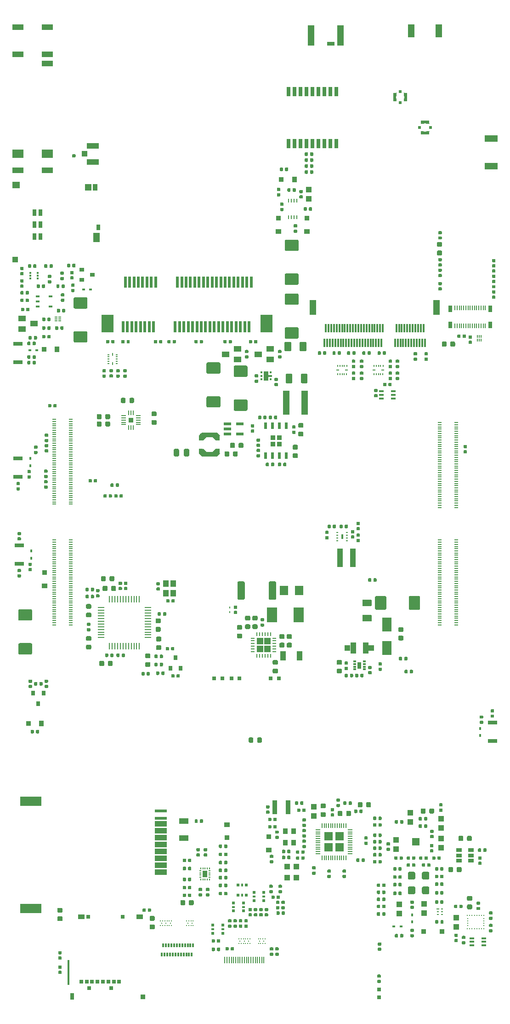
<source format=gbr>
G04 #@! TF.GenerationSoftware,KiCad,Pcbnew,5.0.0*
G04 #@! TF.CreationDate,2018-08-21T11:32:18-04:00*
G04 #@! TF.ProjectId,dvk-mx8m-bsb,64766B2D6D78386D2D6273622E6B6963,v0.1.0*
G04 #@! TF.SameCoordinates,Original*
G04 #@! TF.FileFunction,Paste,Top*
G04 #@! TF.FilePolarity,Positive*
%FSLAX46Y46*%
G04 Gerber Fmt 4.6, Leading zero omitted, Abs format (unit mm)*
G04 Created by KiCad (PCBNEW 5.0.0) date Tue Aug 21 11:32:18 2018*
%MOMM*%
%LPD*%
G01*
G04 APERTURE LIST*
%ADD10R,0.950000X1.300000*%
%ADD11R,0.200000X0.300000*%
%ADD12R,0.300000X0.200000*%
%ADD13R,0.923998X0.839998*%
%ADD14R,0.190000X0.850000*%
%ADD15R,0.850000X0.190000*%
%ADD16R,1.100000X1.000000*%
%ADD17R,1.400000X1.200000*%
%ADD18R,1.300000X1.750000*%
%ADD19R,0.650000X1.000000*%
%ADD20R,0.800000X1.200000*%
%ADD21R,0.900000X1.200000*%
%ADD22R,1.300000X1.200000*%
%ADD23C,0.784920*%
%ADD24C,0.020000*%
%ADD25C,0.830918*%
%ADD26R,0.775000X0.890000*%
%ADD27R,2.790000X0.870000*%
%ADD28R,1.500000X1.500000*%
%ADD29R,0.840000X0.220000*%
%ADD30R,0.220000X0.840000*%
%ADD31C,0.250000*%
%ADD32R,0.470000X0.250000*%
%ADD33R,0.440000X0.250000*%
%ADD34R,0.450000X0.370000*%
%ADD35R,1.500000X0.370000*%
%ADD36R,0.900000X1.670000*%
%ADD37R,1.150000X1.150000*%
%ADD38O,0.230000X0.330000*%
%ADD39R,0.230000X0.590000*%
%ADD40R,0.590000X0.230000*%
%ADD41O,0.330000X0.230000*%
%ADD42R,0.700000X1.200000*%
%ADD43R,0.230000X0.920000*%
%ADD44R,1.350000X0.750000*%
%ADD45R,1.150000X3.800000*%
%ADD46C,0.590000*%
%ADD47R,0.144000X0.216000*%
%ADD48R,0.216000X0.144000*%
%ADD49R,0.210000X0.138000*%
%ADD50R,0.230000X1.200000*%
%ADD51R,0.300000X0.700000*%
%ADD52R,1.200000X2.750000*%
%ADD53R,0.300000X1.500000*%
%ADD54R,2.400000X1.300000*%
%ADD55R,1.300000X2.400000*%
%ADD56R,0.600000X2.000000*%
%ADD57R,2.300000X3.200000*%
%ADD58C,0.875000*%
%ADD59R,0.700000X0.750000*%
%ADD60R,0.700000X0.650000*%
%ADD61R,0.745000X1.150000*%
%ADD62R,0.950000X0.900000*%
%ADD63R,0.420000X4.630000*%
%ADD64R,1.200000X0.850000*%
%ADD65R,0.650000X0.750000*%
%ADD66R,1.300000X0.850000*%
%ADD67C,2.075000*%
%ADD68R,1.000000X1.100000*%
%ADD69R,0.900000X0.900000*%
%ADD70R,0.900000X1.100000*%
%ADD71R,1.000000X2.000000*%
%ADD72R,1.320000X0.560000*%
%ADD73R,0.720000X1.280000*%
%ADD74R,0.490000X0.300000*%
%ADD75R,1.750000X2.650000*%
%ADD76C,0.975000*%
%ADD77R,0.400000X0.900000*%
%ADD78R,0.350000X0.250000*%
%ADD79R,0.980000X3.400000*%
%ADD80C,1.250000*%
%ADD81R,1.400000X1.000000*%
%ADD82R,0.480000X0.400000*%
%ADD83R,0.400000X0.480000*%
%ADD84R,1.700000X0.800000*%
%ADD85R,2.000000X1.000000*%
%ADD86R,2.000000X1.500000*%
%ADD87R,0.700000X1.800000*%
%ADD88R,0.800000X1.800000*%
%ADD89C,0.060000*%
%ADD90C,0.080000*%
%ADD91C,0.040000*%
%ADD92R,0.600000X0.550000*%
%ADD93R,0.500000X0.500000*%
%ADD94R,0.500000X1.580000*%
%ADD95R,0.550000X0.600000*%
%ADD96R,1.580000X0.500000*%
%ADD97R,4.000000X1.700000*%
%ADD98R,2.300000X0.500000*%
%ADD99R,2.300000X1.000000*%
%ADD100R,1.300000X0.250000*%
%ADD101R,0.250000X1.300000*%
%ADD102R,0.850000X2.500000*%
%ADD103R,1.000000X1.200000*%
%ADD104R,0.900000X1.000000*%
%ADD105R,1.100000X0.900000*%
%ADD106R,0.800000X0.800000*%
%ADD107R,2.200000X1.050000*%
%ADD108R,1.050000X1.000000*%
%ADD109R,0.828000X0.828000*%
%ADD110R,0.600000X1.200000*%
%ADD111R,0.250000X0.360000*%
%ADD112R,1.600000X1.800000*%
%ADD113R,1.905000X2.790000*%
%ADD114R,1.180000X4.400000*%
%ADD115R,0.500000X0.300000*%
%ADD116R,0.300000X0.500000*%
%ADD117R,0.150000X0.500000*%
%ADD118R,0.850000X0.350000*%
%ADD119R,0.170000X0.600000*%
%ADD120R,0.450000X0.170000*%
%ADD121R,0.450000X0.270000*%
%ADD122R,0.450000X0.300000*%
%ADD123R,0.700000X0.450000*%
%ADD124R,0.500000X0.150000*%
%ADD125R,1.060000X0.650000*%
%ADD126R,1.000000X0.700000*%
%ADD127R,0.600000X0.170000*%
%ADD128R,0.170000X0.450000*%
%ADD129R,0.270000X0.450000*%
%ADD130R,0.700000X0.200000*%
%ADD131R,0.850000X0.850000*%
%ADD132R,1.750000X1.100000*%
%ADD133R,1.100000X1.750000*%
%ADD134R,0.610000X0.120000*%
%ADD135R,0.120000X0.610000*%
%ADD136R,1.352500X1.352500*%
%ADD137C,1.350000*%
%ADD138R,0.800000X0.900000*%
%ADD139R,0.900000X0.800000*%
%ADD140R,0.200000X0.700000*%
G04 APERTURE END LIST*
D10*
G04 #@! TO.C,U202*
X95750000Y-215135000D03*
D11*
X94950000Y-216185000D03*
X95750000Y-216185000D03*
X95350000Y-216185000D03*
X96150000Y-216185000D03*
X96550000Y-216185000D03*
X94950000Y-214085000D03*
X95350000Y-214085000D03*
X95750000Y-214085000D03*
X96150000Y-214085000D03*
X96550000Y-214085000D03*
D12*
X96600000Y-214535000D03*
X96600000Y-214935000D03*
X96600000Y-215335000D03*
X96600000Y-215735000D03*
X94900000Y-215735000D03*
X94900000Y-215335000D03*
X94900000Y-214935000D03*
X94900000Y-214535000D03*
G04 #@! TD*
D13*
G04 #@! TO.C,U201*
X82100000Y-131640000D03*
D14*
X81700000Y-130290000D03*
X82100000Y-130290000D03*
X82500000Y-130290000D03*
D15*
X83450000Y-130840000D03*
X83450000Y-131240000D03*
X83450000Y-131640000D03*
X83450000Y-132040000D03*
X83450000Y-132440000D03*
D14*
X82500000Y-132990000D03*
X82100000Y-132990000D03*
X81700000Y-132990000D03*
D15*
X80750000Y-132440000D03*
X80750000Y-132040000D03*
X80750000Y-131640000D03*
X80750000Y-131240000D03*
X80750000Y-130840000D03*
G04 #@! TD*
D16*
G04 #@! TO.C,J1503*
X60750000Y-102100000D03*
D17*
X60900000Y-88400000D03*
D18*
X75750000Y-98070000D03*
D19*
X76075000Y-96200000D03*
D20*
X65410000Y-93480000D03*
X65410000Y-95670000D03*
X65410000Y-97860000D03*
X64310000Y-93480000D03*
X64310000Y-95670000D03*
X64310000Y-97860000D03*
D21*
X75500000Y-88800000D03*
D22*
X74250000Y-88800000D03*
G04 #@! TD*
D23*
G04 #@! TO.C,L404*
X97940000Y-134475000D03*
D24*
G36*
X97384999Y-134470157D02*
X97944843Y-133919999D01*
X98495001Y-134479843D01*
X97935157Y-135030001D01*
X97384999Y-134470157D01*
X97384999Y-134470157D01*
G37*
D25*
X95387500Y-137457500D03*
D24*
G36*
X94799996Y-137464678D02*
X95380322Y-136869996D01*
X95975004Y-137450322D01*
X95394678Y-138045004D01*
X94799996Y-137464678D01*
X94799996Y-137464678D01*
G37*
D25*
X97712750Y-137457450D03*
D24*
G36*
X97719928Y-136869946D02*
X98300254Y-137464628D01*
X97705572Y-138044954D01*
X97125246Y-137450272D01*
X97719928Y-136869946D01*
X97719928Y-136869946D01*
G37*
D25*
X95387500Y-134782500D03*
D24*
G36*
X95394678Y-134194996D02*
X95975004Y-134789678D01*
X95380322Y-135370004D01*
X94799996Y-134775322D01*
X95394678Y-134194996D01*
X95394678Y-134194996D01*
G37*
D25*
X97712750Y-134782500D03*
D24*
G36*
X97125246Y-134789678D02*
X97705572Y-134194996D01*
X98300254Y-134775322D01*
X97719928Y-135370004D01*
X97125246Y-134789678D01*
X97125246Y-134789678D01*
G37*
D23*
X95160000Y-137765000D03*
D24*
G36*
X94604999Y-137760157D02*
X95164843Y-137209999D01*
X95715001Y-137769843D01*
X95155157Y-138320001D01*
X94604999Y-137760157D01*
X94604999Y-137760157D01*
G37*
D23*
X97940000Y-137765000D03*
D24*
G36*
X97935157Y-137209999D02*
X98495001Y-137760157D01*
X97944843Y-138320001D01*
X97384999Y-137769843D01*
X97935157Y-137209999D01*
X97935157Y-137209999D01*
G37*
D23*
X95160000Y-134475000D03*
D24*
G36*
X95155157Y-133919999D02*
X95715001Y-134470157D01*
X95164843Y-135030001D01*
X94604999Y-134479843D01*
X95155157Y-133919999D01*
X95155157Y-133919999D01*
G37*
D23*
X97940000Y-134475000D03*
D24*
G36*
X97384999Y-134470157D02*
X97944843Y-133919999D01*
X98495001Y-134479843D01*
X97935157Y-135030001D01*
X97384999Y-134470157D01*
X97384999Y-134470157D01*
G37*
D26*
X94992500Y-137315000D03*
X98107500Y-137315000D03*
X94992500Y-134925000D03*
X98107500Y-134925000D03*
D27*
X96550000Y-137885000D03*
X96550000Y-134355000D03*
G04 #@! TD*
D28*
G04 #@! TO.C,U1701*
X118500000Y-210200000D03*
X120500000Y-210200000D03*
X120500000Y-208200000D03*
X118500000Y-208200000D03*
D29*
X122445000Y-207000000D03*
X122445000Y-207400000D03*
X122445000Y-207800000D03*
X122445000Y-208200000D03*
X122445000Y-208600000D03*
X122445000Y-209000000D03*
X122445000Y-209400000D03*
X122445000Y-209800000D03*
X122445000Y-210200000D03*
X122445000Y-210600000D03*
X122445000Y-211000000D03*
X122445000Y-211400000D03*
X116555000Y-211400000D03*
X116555000Y-211000000D03*
X116555000Y-210600000D03*
X116555000Y-210200000D03*
X116555000Y-209800000D03*
X116555000Y-209400000D03*
X116555000Y-209000000D03*
X116555000Y-208600000D03*
X116555000Y-208200000D03*
X116555000Y-207800000D03*
X116555000Y-207400000D03*
X116555000Y-207000000D03*
D30*
X117300000Y-206255000D03*
X117700000Y-206255000D03*
X118100000Y-206255000D03*
X118500000Y-206255000D03*
X118900000Y-206255000D03*
X119300000Y-206255000D03*
X119700000Y-206255000D03*
X120100000Y-206255000D03*
X120500000Y-206255000D03*
X120900000Y-206255000D03*
X121300000Y-206255000D03*
X121700000Y-206255000D03*
X121700000Y-212145000D03*
X121300000Y-212145000D03*
X120900000Y-212145000D03*
X120500000Y-212145000D03*
X120100000Y-212145000D03*
X119700000Y-212145000D03*
X119300000Y-212145000D03*
X118900000Y-212145000D03*
X118500000Y-212145000D03*
X118100000Y-212145000D03*
X117700000Y-212145000D03*
X117300000Y-212145000D03*
G04 #@! TD*
D31*
G04 #@! TO.C,U205*
X92750000Y-223800000D03*
X93150000Y-223800000D03*
X93550000Y-223800000D03*
X92350000Y-223800000D03*
X92350000Y-224600000D03*
X92750000Y-224600000D03*
X93150000Y-224600000D03*
X93550000Y-224600000D03*
X93350000Y-224200000D03*
X92550000Y-224200000D03*
G04 #@! TD*
G04 #@! TO.C,U204*
X87950000Y-223800000D03*
X87550000Y-224600000D03*
X87950000Y-224600000D03*
X87750000Y-224200000D03*
X87550000Y-223800000D03*
X88750000Y-223800000D03*
X89150000Y-223800000D03*
X89550000Y-223800000D03*
X88350000Y-223800000D03*
X88350000Y-224600000D03*
X88750000Y-224600000D03*
X89150000Y-224600000D03*
X89550000Y-224600000D03*
X89350000Y-224200000D03*
X88550000Y-224200000D03*
G04 #@! TD*
G04 #@! TO.C,U1902*
X106000000Y-227100000D03*
X106400000Y-227100000D03*
X106800000Y-227100000D03*
X105600000Y-227100000D03*
X105600000Y-227900000D03*
X106000000Y-227900000D03*
X106400000Y-227900000D03*
X106800000Y-227900000D03*
X106600000Y-227500000D03*
X105800000Y-227500000D03*
G04 #@! TD*
G04 #@! TO.C,U1901*
X102400000Y-227100000D03*
X102000000Y-227900000D03*
X102400000Y-227900000D03*
X102200000Y-227500000D03*
X102000000Y-227100000D03*
X103200000Y-227100000D03*
X103600000Y-227100000D03*
X104000000Y-227100000D03*
X102800000Y-227100000D03*
X102800000Y-227900000D03*
X103200000Y-227900000D03*
X103600000Y-227900000D03*
X104000000Y-227900000D03*
X103800000Y-227500000D03*
X103000000Y-227500000D03*
G04 #@! TD*
D32*
G04 #@! TO.C,U1603*
X138640000Y-221600000D03*
D33*
X138625000Y-222100000D03*
X138625000Y-222600000D03*
X139375000Y-222600000D03*
X139375000Y-222100000D03*
X139375000Y-221600000D03*
G04 #@! TD*
D34*
G04 #@! TO.C,U404*
X106175000Y-124150000D03*
X106175000Y-122850000D03*
X107825000Y-122850000D03*
X106175000Y-123500000D03*
X107825000Y-124150000D03*
D35*
X107300000Y-123500000D03*
D36*
X107000000Y-123500000D03*
G04 #@! TD*
D37*
G04 #@! TO.C,U301*
X105850000Y-173700000D03*
X107250000Y-173700000D03*
X107250000Y-172300000D03*
X105850000Y-172300000D03*
D38*
X107300000Y-171260000D03*
X106800000Y-171260000D03*
X106300000Y-171260000D03*
D39*
X107800000Y-170920000D03*
X107300000Y-170920000D03*
D38*
X107800000Y-171260000D03*
D39*
X106800000Y-170920000D03*
X106300000Y-170920000D03*
X105800000Y-170920000D03*
D38*
X105300000Y-171260000D03*
D39*
X105300000Y-170920000D03*
D38*
X105800000Y-171260000D03*
D40*
X108630000Y-173250000D03*
X108630000Y-174250000D03*
D41*
X108290000Y-174250000D03*
X108290000Y-173750000D03*
X108290000Y-173250000D03*
D40*
X108630000Y-173750000D03*
D41*
X108290000Y-172750000D03*
D40*
X108630000Y-172750000D03*
X108630000Y-172250000D03*
D41*
X108290000Y-171750000D03*
D40*
X108630000Y-171750000D03*
D41*
X108290000Y-172250000D03*
D40*
X104470000Y-174250000D03*
D41*
X104810000Y-174250000D03*
D40*
X104470000Y-173750000D03*
D41*
X104810000Y-173750000D03*
D40*
X104470000Y-173250000D03*
D41*
X104810000Y-173250000D03*
D40*
X104470000Y-172750000D03*
D41*
X104810000Y-172750000D03*
D40*
X104470000Y-172250000D03*
D41*
X104810000Y-172250000D03*
X104810000Y-171750000D03*
D40*
X104470000Y-171750000D03*
D39*
X105300000Y-175080000D03*
D38*
X105300000Y-174740000D03*
X105800000Y-174740000D03*
D39*
X105800000Y-175080000D03*
D38*
X106300000Y-174740000D03*
D39*
X106300000Y-175080000D03*
D38*
X106800000Y-174740000D03*
D39*
X106800000Y-175080000D03*
D38*
X107300000Y-174740000D03*
D39*
X107300000Y-175080000D03*
D38*
X107800000Y-174740000D03*
D39*
X107800000Y-175080000D03*
G04 #@! TD*
D42*
G04 #@! TO.C,J1301*
X148300000Y-114150000D03*
X148300000Y-111150000D03*
X140900000Y-114150000D03*
X140900000Y-111150000D03*
D43*
X147000000Y-114290000D03*
X147400000Y-114290000D03*
X146600000Y-114290000D03*
X146200000Y-114290000D03*
X145800000Y-114290000D03*
X141800000Y-114290000D03*
X143000000Y-114290000D03*
X142600000Y-114290000D03*
X143400000Y-114290000D03*
X142200000Y-114290000D03*
X145400000Y-114290000D03*
X145000000Y-114290000D03*
X144600000Y-114290000D03*
X144200000Y-114290000D03*
X143800000Y-114290000D03*
X147000000Y-111010000D03*
X147400000Y-111010000D03*
X146600000Y-111010000D03*
X146200000Y-111010000D03*
X141800000Y-111010000D03*
X142200000Y-111010000D03*
X142600000Y-111010000D03*
X143000000Y-111010000D03*
X145800000Y-111010000D03*
X145400000Y-111010000D03*
X145000000Y-111010000D03*
X144600000Y-111010000D03*
X144200000Y-111010000D03*
X143800000Y-111010000D03*
X143400000Y-111010000D03*
G04 #@! TD*
D44*
G04 #@! TO.C,AE2301*
X118925000Y-62425000D03*
D45*
X120725000Y-60900000D03*
X115275000Y-60900000D03*
G04 #@! TD*
D24*
G04 #@! TO.C,R408*
G36*
X124136958Y-152520710D02*
X124151276Y-152522834D01*
X124165317Y-152526351D01*
X124178946Y-152531228D01*
X124192031Y-152537417D01*
X124204447Y-152544858D01*
X124216073Y-152553481D01*
X124226798Y-152563202D01*
X124236519Y-152573927D01*
X124245142Y-152585553D01*
X124252583Y-152597969D01*
X124258772Y-152611054D01*
X124263649Y-152624683D01*
X124267166Y-152638724D01*
X124269290Y-152653042D01*
X124270000Y-152667500D01*
X124270000Y-152962500D01*
X124269290Y-152976958D01*
X124267166Y-152991276D01*
X124263649Y-153005317D01*
X124258772Y-153018946D01*
X124252583Y-153032031D01*
X124245142Y-153044447D01*
X124236519Y-153056073D01*
X124226798Y-153066798D01*
X124216073Y-153076519D01*
X124204447Y-153085142D01*
X124192031Y-153092583D01*
X124178946Y-153098772D01*
X124165317Y-153103649D01*
X124151276Y-153107166D01*
X124136958Y-153109290D01*
X124122500Y-153110000D01*
X123777500Y-153110000D01*
X123763042Y-153109290D01*
X123748724Y-153107166D01*
X123734683Y-153103649D01*
X123721054Y-153098772D01*
X123707969Y-153092583D01*
X123695553Y-153085142D01*
X123683927Y-153076519D01*
X123673202Y-153066798D01*
X123663481Y-153056073D01*
X123654858Y-153044447D01*
X123647417Y-153032031D01*
X123641228Y-153018946D01*
X123636351Y-153005317D01*
X123632834Y-152991276D01*
X123630710Y-152976958D01*
X123630000Y-152962500D01*
X123630000Y-152667500D01*
X123630710Y-152653042D01*
X123632834Y-152638724D01*
X123636351Y-152624683D01*
X123641228Y-152611054D01*
X123647417Y-152597969D01*
X123654858Y-152585553D01*
X123663481Y-152573927D01*
X123673202Y-152563202D01*
X123683927Y-152553481D01*
X123695553Y-152544858D01*
X123707969Y-152537417D01*
X123721054Y-152531228D01*
X123734683Y-152526351D01*
X123748724Y-152522834D01*
X123763042Y-152520710D01*
X123777500Y-152520000D01*
X124122500Y-152520000D01*
X124136958Y-152520710D01*
X124136958Y-152520710D01*
G37*
D46*
X123950000Y-152815000D03*
D24*
G36*
X124136958Y-153490710D02*
X124151276Y-153492834D01*
X124165317Y-153496351D01*
X124178946Y-153501228D01*
X124192031Y-153507417D01*
X124204447Y-153514858D01*
X124216073Y-153523481D01*
X124226798Y-153533202D01*
X124236519Y-153543927D01*
X124245142Y-153555553D01*
X124252583Y-153567969D01*
X124258772Y-153581054D01*
X124263649Y-153594683D01*
X124267166Y-153608724D01*
X124269290Y-153623042D01*
X124270000Y-153637500D01*
X124270000Y-153932500D01*
X124269290Y-153946958D01*
X124267166Y-153961276D01*
X124263649Y-153975317D01*
X124258772Y-153988946D01*
X124252583Y-154002031D01*
X124245142Y-154014447D01*
X124236519Y-154026073D01*
X124226798Y-154036798D01*
X124216073Y-154046519D01*
X124204447Y-154055142D01*
X124192031Y-154062583D01*
X124178946Y-154068772D01*
X124165317Y-154073649D01*
X124151276Y-154077166D01*
X124136958Y-154079290D01*
X124122500Y-154080000D01*
X123777500Y-154080000D01*
X123763042Y-154079290D01*
X123748724Y-154077166D01*
X123734683Y-154073649D01*
X123721054Y-154068772D01*
X123707969Y-154062583D01*
X123695553Y-154055142D01*
X123683927Y-154046519D01*
X123673202Y-154036798D01*
X123663481Y-154026073D01*
X123654858Y-154014447D01*
X123647417Y-154002031D01*
X123641228Y-153988946D01*
X123636351Y-153975317D01*
X123632834Y-153961276D01*
X123630710Y-153946958D01*
X123630000Y-153932500D01*
X123630000Y-153637500D01*
X123630710Y-153623042D01*
X123632834Y-153608724D01*
X123636351Y-153594683D01*
X123641228Y-153581054D01*
X123647417Y-153567969D01*
X123654858Y-153555553D01*
X123663481Y-153543927D01*
X123673202Y-153533202D01*
X123683927Y-153523481D01*
X123695553Y-153514858D01*
X123707969Y-153507417D01*
X123721054Y-153501228D01*
X123734683Y-153496351D01*
X123748724Y-153492834D01*
X123763042Y-153490710D01*
X123777500Y-153490000D01*
X124122500Y-153490000D01*
X124136958Y-153490710D01*
X124136958Y-153490710D01*
G37*
D46*
X123950000Y-153785000D03*
G04 #@! TD*
D24*
G04 #@! TO.C,R409*
G36*
X119746958Y-150880710D02*
X119761276Y-150882834D01*
X119775317Y-150886351D01*
X119788946Y-150891228D01*
X119802031Y-150897417D01*
X119814447Y-150904858D01*
X119826073Y-150913481D01*
X119836798Y-150923202D01*
X119846519Y-150933927D01*
X119855142Y-150945553D01*
X119862583Y-150957969D01*
X119868772Y-150971054D01*
X119873649Y-150984683D01*
X119877166Y-150998724D01*
X119879290Y-151013042D01*
X119880000Y-151027500D01*
X119880000Y-151372500D01*
X119879290Y-151386958D01*
X119877166Y-151401276D01*
X119873649Y-151415317D01*
X119868772Y-151428946D01*
X119862583Y-151442031D01*
X119855142Y-151454447D01*
X119846519Y-151466073D01*
X119836798Y-151476798D01*
X119826073Y-151486519D01*
X119814447Y-151495142D01*
X119802031Y-151502583D01*
X119788946Y-151508772D01*
X119775317Y-151513649D01*
X119761276Y-151517166D01*
X119746958Y-151519290D01*
X119732500Y-151520000D01*
X119437500Y-151520000D01*
X119423042Y-151519290D01*
X119408724Y-151517166D01*
X119394683Y-151513649D01*
X119381054Y-151508772D01*
X119367969Y-151502583D01*
X119355553Y-151495142D01*
X119343927Y-151486519D01*
X119333202Y-151476798D01*
X119323481Y-151466073D01*
X119314858Y-151454447D01*
X119307417Y-151442031D01*
X119301228Y-151428946D01*
X119296351Y-151415317D01*
X119292834Y-151401276D01*
X119290710Y-151386958D01*
X119290000Y-151372500D01*
X119290000Y-151027500D01*
X119290710Y-151013042D01*
X119292834Y-150998724D01*
X119296351Y-150984683D01*
X119301228Y-150971054D01*
X119307417Y-150957969D01*
X119314858Y-150945553D01*
X119323481Y-150933927D01*
X119333202Y-150923202D01*
X119343927Y-150913481D01*
X119355553Y-150904858D01*
X119367969Y-150897417D01*
X119381054Y-150891228D01*
X119394683Y-150886351D01*
X119408724Y-150882834D01*
X119423042Y-150880710D01*
X119437500Y-150880000D01*
X119732500Y-150880000D01*
X119746958Y-150880710D01*
X119746958Y-150880710D01*
G37*
D46*
X119585000Y-151200000D03*
D24*
G36*
X118776958Y-150880710D02*
X118791276Y-150882834D01*
X118805317Y-150886351D01*
X118818946Y-150891228D01*
X118832031Y-150897417D01*
X118844447Y-150904858D01*
X118856073Y-150913481D01*
X118866798Y-150923202D01*
X118876519Y-150933927D01*
X118885142Y-150945553D01*
X118892583Y-150957969D01*
X118898772Y-150971054D01*
X118903649Y-150984683D01*
X118907166Y-150998724D01*
X118909290Y-151013042D01*
X118910000Y-151027500D01*
X118910000Y-151372500D01*
X118909290Y-151386958D01*
X118907166Y-151401276D01*
X118903649Y-151415317D01*
X118898772Y-151428946D01*
X118892583Y-151442031D01*
X118885142Y-151454447D01*
X118876519Y-151466073D01*
X118866798Y-151476798D01*
X118856073Y-151486519D01*
X118844447Y-151495142D01*
X118832031Y-151502583D01*
X118818946Y-151508772D01*
X118805317Y-151513649D01*
X118791276Y-151517166D01*
X118776958Y-151519290D01*
X118762500Y-151520000D01*
X118467500Y-151520000D01*
X118453042Y-151519290D01*
X118438724Y-151517166D01*
X118424683Y-151513649D01*
X118411054Y-151508772D01*
X118397969Y-151502583D01*
X118385553Y-151495142D01*
X118373927Y-151486519D01*
X118363202Y-151476798D01*
X118353481Y-151466073D01*
X118344858Y-151454447D01*
X118337417Y-151442031D01*
X118331228Y-151428946D01*
X118326351Y-151415317D01*
X118322834Y-151401276D01*
X118320710Y-151386958D01*
X118320000Y-151372500D01*
X118320000Y-151027500D01*
X118320710Y-151013042D01*
X118322834Y-150998724D01*
X118326351Y-150984683D01*
X118331228Y-150971054D01*
X118337417Y-150957969D01*
X118344858Y-150945553D01*
X118353481Y-150933927D01*
X118363202Y-150923202D01*
X118373927Y-150913481D01*
X118385553Y-150904858D01*
X118397969Y-150897417D01*
X118411054Y-150891228D01*
X118424683Y-150886351D01*
X118438724Y-150882834D01*
X118453042Y-150880710D01*
X118467500Y-150880000D01*
X118762500Y-150880000D01*
X118776958Y-150880710D01*
X118776958Y-150880710D01*
G37*
D46*
X118615000Y-151200000D03*
G04 #@! TD*
D24*
G04 #@! TO.C,R404*
G36*
X124136958Y-150355710D02*
X124151276Y-150357834D01*
X124165317Y-150361351D01*
X124178946Y-150366228D01*
X124192031Y-150372417D01*
X124204447Y-150379858D01*
X124216073Y-150388481D01*
X124226798Y-150398202D01*
X124236519Y-150408927D01*
X124245142Y-150420553D01*
X124252583Y-150432969D01*
X124258772Y-150446054D01*
X124263649Y-150459683D01*
X124267166Y-150473724D01*
X124269290Y-150488042D01*
X124270000Y-150502500D01*
X124270000Y-150797500D01*
X124269290Y-150811958D01*
X124267166Y-150826276D01*
X124263649Y-150840317D01*
X124258772Y-150853946D01*
X124252583Y-150867031D01*
X124245142Y-150879447D01*
X124236519Y-150891073D01*
X124226798Y-150901798D01*
X124216073Y-150911519D01*
X124204447Y-150920142D01*
X124192031Y-150927583D01*
X124178946Y-150933772D01*
X124165317Y-150938649D01*
X124151276Y-150942166D01*
X124136958Y-150944290D01*
X124122500Y-150945000D01*
X123777500Y-150945000D01*
X123763042Y-150944290D01*
X123748724Y-150942166D01*
X123734683Y-150938649D01*
X123721054Y-150933772D01*
X123707969Y-150927583D01*
X123695553Y-150920142D01*
X123683927Y-150911519D01*
X123673202Y-150901798D01*
X123663481Y-150891073D01*
X123654858Y-150879447D01*
X123647417Y-150867031D01*
X123641228Y-150853946D01*
X123636351Y-150840317D01*
X123632834Y-150826276D01*
X123630710Y-150811958D01*
X123630000Y-150797500D01*
X123630000Y-150502500D01*
X123630710Y-150488042D01*
X123632834Y-150473724D01*
X123636351Y-150459683D01*
X123641228Y-150446054D01*
X123647417Y-150432969D01*
X123654858Y-150420553D01*
X123663481Y-150408927D01*
X123673202Y-150398202D01*
X123683927Y-150388481D01*
X123695553Y-150379858D01*
X123707969Y-150372417D01*
X123721054Y-150366228D01*
X123734683Y-150361351D01*
X123748724Y-150357834D01*
X123763042Y-150355710D01*
X123777500Y-150355000D01*
X124122500Y-150355000D01*
X124136958Y-150355710D01*
X124136958Y-150355710D01*
G37*
D46*
X123950000Y-150650000D03*
D24*
G36*
X124136958Y-151325710D02*
X124151276Y-151327834D01*
X124165317Y-151331351D01*
X124178946Y-151336228D01*
X124192031Y-151342417D01*
X124204447Y-151349858D01*
X124216073Y-151358481D01*
X124226798Y-151368202D01*
X124236519Y-151378927D01*
X124245142Y-151390553D01*
X124252583Y-151402969D01*
X124258772Y-151416054D01*
X124263649Y-151429683D01*
X124267166Y-151443724D01*
X124269290Y-151458042D01*
X124270000Y-151472500D01*
X124270000Y-151767500D01*
X124269290Y-151781958D01*
X124267166Y-151796276D01*
X124263649Y-151810317D01*
X124258772Y-151823946D01*
X124252583Y-151837031D01*
X124245142Y-151849447D01*
X124236519Y-151861073D01*
X124226798Y-151871798D01*
X124216073Y-151881519D01*
X124204447Y-151890142D01*
X124192031Y-151897583D01*
X124178946Y-151903772D01*
X124165317Y-151908649D01*
X124151276Y-151912166D01*
X124136958Y-151914290D01*
X124122500Y-151915000D01*
X123777500Y-151915000D01*
X123763042Y-151914290D01*
X123748724Y-151912166D01*
X123734683Y-151908649D01*
X123721054Y-151903772D01*
X123707969Y-151897583D01*
X123695553Y-151890142D01*
X123683927Y-151881519D01*
X123673202Y-151871798D01*
X123663481Y-151861073D01*
X123654858Y-151849447D01*
X123647417Y-151837031D01*
X123641228Y-151823946D01*
X123636351Y-151810317D01*
X123632834Y-151796276D01*
X123630710Y-151781958D01*
X123630000Y-151767500D01*
X123630000Y-151472500D01*
X123630710Y-151458042D01*
X123632834Y-151443724D01*
X123636351Y-151429683D01*
X123641228Y-151416054D01*
X123647417Y-151402969D01*
X123654858Y-151390553D01*
X123663481Y-151378927D01*
X123673202Y-151368202D01*
X123683927Y-151358481D01*
X123695553Y-151349858D01*
X123707969Y-151342417D01*
X123721054Y-151336228D01*
X123734683Y-151331351D01*
X123748724Y-151327834D01*
X123763042Y-151325710D01*
X123777500Y-151325000D01*
X124122500Y-151325000D01*
X124136958Y-151325710D01*
X124136958Y-151325710D01*
G37*
D46*
X123950000Y-151620000D03*
G04 #@! TD*
D24*
G04 #@! TO.C,C416*
G36*
X118386958Y-152010710D02*
X118401276Y-152012834D01*
X118415317Y-152016351D01*
X118428946Y-152021228D01*
X118442031Y-152027417D01*
X118454447Y-152034858D01*
X118466073Y-152043481D01*
X118476798Y-152053202D01*
X118486519Y-152063927D01*
X118495142Y-152075553D01*
X118502583Y-152087969D01*
X118508772Y-152101054D01*
X118513649Y-152114683D01*
X118517166Y-152128724D01*
X118519290Y-152143042D01*
X118520000Y-152157500D01*
X118520000Y-152452500D01*
X118519290Y-152466958D01*
X118517166Y-152481276D01*
X118513649Y-152495317D01*
X118508772Y-152508946D01*
X118502583Y-152522031D01*
X118495142Y-152534447D01*
X118486519Y-152546073D01*
X118476798Y-152556798D01*
X118466073Y-152566519D01*
X118454447Y-152575142D01*
X118442031Y-152582583D01*
X118428946Y-152588772D01*
X118415317Y-152593649D01*
X118401276Y-152597166D01*
X118386958Y-152599290D01*
X118372500Y-152600000D01*
X118027500Y-152600000D01*
X118013042Y-152599290D01*
X117998724Y-152597166D01*
X117984683Y-152593649D01*
X117971054Y-152588772D01*
X117957969Y-152582583D01*
X117945553Y-152575142D01*
X117933927Y-152566519D01*
X117923202Y-152556798D01*
X117913481Y-152546073D01*
X117904858Y-152534447D01*
X117897417Y-152522031D01*
X117891228Y-152508946D01*
X117886351Y-152495317D01*
X117882834Y-152481276D01*
X117880710Y-152466958D01*
X117880000Y-152452500D01*
X117880000Y-152157500D01*
X117880710Y-152143042D01*
X117882834Y-152128724D01*
X117886351Y-152114683D01*
X117891228Y-152101054D01*
X117897417Y-152087969D01*
X117904858Y-152075553D01*
X117913481Y-152063927D01*
X117923202Y-152053202D01*
X117933927Y-152043481D01*
X117945553Y-152034858D01*
X117957969Y-152027417D01*
X117971054Y-152021228D01*
X117984683Y-152016351D01*
X117998724Y-152012834D01*
X118013042Y-152010710D01*
X118027500Y-152010000D01*
X118372500Y-152010000D01*
X118386958Y-152010710D01*
X118386958Y-152010710D01*
G37*
D46*
X118200000Y-152305000D03*
D24*
G36*
X118386958Y-152980710D02*
X118401276Y-152982834D01*
X118415317Y-152986351D01*
X118428946Y-152991228D01*
X118442031Y-152997417D01*
X118454447Y-153004858D01*
X118466073Y-153013481D01*
X118476798Y-153023202D01*
X118486519Y-153033927D01*
X118495142Y-153045553D01*
X118502583Y-153057969D01*
X118508772Y-153071054D01*
X118513649Y-153084683D01*
X118517166Y-153098724D01*
X118519290Y-153113042D01*
X118520000Y-153127500D01*
X118520000Y-153422500D01*
X118519290Y-153436958D01*
X118517166Y-153451276D01*
X118513649Y-153465317D01*
X118508772Y-153478946D01*
X118502583Y-153492031D01*
X118495142Y-153504447D01*
X118486519Y-153516073D01*
X118476798Y-153526798D01*
X118466073Y-153536519D01*
X118454447Y-153545142D01*
X118442031Y-153552583D01*
X118428946Y-153558772D01*
X118415317Y-153563649D01*
X118401276Y-153567166D01*
X118386958Y-153569290D01*
X118372500Y-153570000D01*
X118027500Y-153570000D01*
X118013042Y-153569290D01*
X117998724Y-153567166D01*
X117984683Y-153563649D01*
X117971054Y-153558772D01*
X117957969Y-153552583D01*
X117945553Y-153545142D01*
X117933927Y-153536519D01*
X117923202Y-153526798D01*
X117913481Y-153516073D01*
X117904858Y-153504447D01*
X117897417Y-153492031D01*
X117891228Y-153478946D01*
X117886351Y-153465317D01*
X117882834Y-153451276D01*
X117880710Y-153436958D01*
X117880000Y-153422500D01*
X117880000Y-153127500D01*
X117880710Y-153113042D01*
X117882834Y-153098724D01*
X117886351Y-153084683D01*
X117891228Y-153071054D01*
X117897417Y-153057969D01*
X117904858Y-153045553D01*
X117913481Y-153033927D01*
X117923202Y-153023202D01*
X117933927Y-153013481D01*
X117945553Y-153004858D01*
X117957969Y-152997417D01*
X117971054Y-152991228D01*
X117984683Y-152986351D01*
X117998724Y-152982834D01*
X118013042Y-152980710D01*
X118027500Y-152980000D01*
X118372500Y-152980000D01*
X118386958Y-152980710D01*
X118386958Y-152980710D01*
G37*
D46*
X118200000Y-153275000D03*
G04 #@! TD*
D47*
G04 #@! TO.C,U2002*
X147105000Y-225225000D03*
X146675000Y-225225000D03*
X146245000Y-225225000D03*
X145815000Y-225225000D03*
X145385000Y-225225000D03*
X144955000Y-225225000D03*
X144525000Y-225225000D03*
X144095000Y-225225000D03*
X147105000Y-222775000D03*
X146675000Y-222775000D03*
X146245000Y-222775000D03*
X145815000Y-222775000D03*
X145385000Y-222775000D03*
X144955000Y-222775000D03*
X144525000Y-222775000D03*
D48*
X147075000Y-224645000D03*
X144125000Y-224645000D03*
X147075000Y-224215000D03*
X144125000Y-224215000D03*
D49*
X147075000Y-223785000D03*
D48*
X144125000Y-223785000D03*
X147075000Y-223355000D03*
X144125000Y-223355000D03*
D47*
X144095000Y-222775000D03*
G04 #@! TD*
D50*
G04 #@! TO.C,J1901*
X99400000Y-230975000D03*
X99800000Y-230975000D03*
X100200000Y-230975000D03*
X100600000Y-230975000D03*
X101000000Y-230975000D03*
X101400000Y-230975000D03*
X101800000Y-230975000D03*
X102200000Y-230975000D03*
X102600000Y-230975000D03*
X106600000Y-230975000D03*
X106200000Y-230975000D03*
X105800000Y-230975000D03*
X105400000Y-230975000D03*
X105000000Y-230975000D03*
X104600000Y-230975000D03*
X104200000Y-230975000D03*
X103800000Y-230975000D03*
X103400000Y-230975000D03*
X103000000Y-230975000D03*
G04 #@! TD*
D51*
G04 #@! TO.C,J201*
X93550000Y-228240000D03*
X93050000Y-228240000D03*
X92550000Y-228240000D03*
X92050000Y-228240000D03*
X91550000Y-228240000D03*
X91050000Y-228240000D03*
X90550000Y-228240000D03*
X90050000Y-228240000D03*
X89550000Y-228240000D03*
X89050000Y-228240000D03*
X88550000Y-228240000D03*
X88050000Y-228240000D03*
X90300000Y-229940000D03*
X89800000Y-229940000D03*
X89300000Y-229940000D03*
X88300000Y-229940000D03*
X88800000Y-229940000D03*
X87800000Y-229940000D03*
X93300000Y-229940000D03*
X92800000Y-229940000D03*
X92300000Y-229940000D03*
X91800000Y-229940000D03*
X91300000Y-229940000D03*
X90800000Y-229940000D03*
G04 #@! TD*
D52*
G04 #@! TO.C,J1803*
X115615000Y-110870000D03*
X138385000Y-110870000D03*
D53*
X117750000Y-117390000D03*
X118000000Y-114750000D03*
X118250000Y-117390000D03*
X118500000Y-114750000D03*
X118750000Y-117390000D03*
X119000000Y-114750000D03*
X119250000Y-117390000D03*
X119500000Y-114750000D03*
X119750000Y-117390000D03*
X120000000Y-114750000D03*
X120250000Y-117390000D03*
X120500000Y-114750000D03*
X120750000Y-117390000D03*
X121000000Y-114750000D03*
X121250000Y-117390000D03*
X121500000Y-114750000D03*
X121750000Y-117390000D03*
X122000000Y-114750000D03*
X122250000Y-117390000D03*
X122500000Y-114750000D03*
X122750000Y-117390000D03*
X123000000Y-114750000D03*
X123250000Y-117390000D03*
X123500000Y-114750000D03*
X123750000Y-117390000D03*
X124000000Y-114750000D03*
X124250000Y-117390000D03*
X124500000Y-114750000D03*
X124750000Y-117390000D03*
X125000000Y-114750000D03*
X125250000Y-117390000D03*
X125500000Y-114750000D03*
X125750000Y-117390000D03*
X126000000Y-114750000D03*
X126250000Y-117390000D03*
X126500000Y-114750000D03*
X126750000Y-117390000D03*
X127000000Y-114750000D03*
X127250000Y-117390000D03*
X127500000Y-114750000D03*
X127750000Y-117390000D03*
X128000000Y-114750000D03*
X128250000Y-117390000D03*
X128500000Y-114750000D03*
X130750000Y-117390000D03*
X131000000Y-114750000D03*
X131250000Y-117390000D03*
X131500000Y-114750000D03*
X131750000Y-117390000D03*
X132000000Y-114750000D03*
X132250000Y-117390000D03*
X132500000Y-114750000D03*
X132750000Y-117390000D03*
X133000000Y-114750000D03*
X133250000Y-117390000D03*
X133500000Y-114750000D03*
X133750000Y-117390000D03*
X134000000Y-114750000D03*
X134250000Y-117390000D03*
X134500000Y-114750000D03*
X134750000Y-117390000D03*
X135000000Y-114750000D03*
X135250000Y-117390000D03*
X135500000Y-114750000D03*
X135750000Y-117390000D03*
X136000000Y-114750000D03*
X136250000Y-117390000D03*
G04 #@! TD*
D54*
G04 #@! TO.C,AE1802*
X148500000Y-79850000D03*
X148500000Y-84950000D03*
G04 #@! TD*
D55*
G04 #@! TO.C,AE1801*
X133750000Y-60000000D03*
X138850000Y-60000000D03*
G04 #@! TD*
D56*
G04 #@! TO.C,J1502*
X104250000Y-106250000D03*
X103850000Y-114450000D03*
X103450000Y-106250000D03*
X103050000Y-114450000D03*
X102650000Y-106250000D03*
X102250000Y-114450000D03*
X101850000Y-106250000D03*
X101450000Y-114450000D03*
X101050000Y-106250000D03*
X100650000Y-114450000D03*
X100250000Y-106250000D03*
X99850000Y-114450000D03*
X99450000Y-106250000D03*
X99050000Y-114450000D03*
X98650000Y-106250000D03*
X98250000Y-114450000D03*
X97850000Y-106250000D03*
X97450000Y-114450000D03*
X97050000Y-106250000D03*
X96650000Y-114450000D03*
X96250000Y-106250000D03*
X95850000Y-114450000D03*
X95450000Y-106250000D03*
X95050000Y-114450000D03*
X94650000Y-106250000D03*
X94250000Y-114450000D03*
X93850000Y-106250000D03*
X93450000Y-114450000D03*
X93050000Y-106250000D03*
X92650000Y-114450000D03*
X92250000Y-106250000D03*
X91850000Y-114450000D03*
X91450000Y-106250000D03*
X91050000Y-114450000D03*
X90650000Y-106250000D03*
X90250000Y-114450000D03*
X86650000Y-106250000D03*
X86250000Y-114450000D03*
X85850000Y-106250000D03*
X85450000Y-114450000D03*
X85050000Y-106250000D03*
X84650000Y-114450000D03*
X84250000Y-106250000D03*
X83850000Y-114450000D03*
X83450000Y-106250000D03*
X83050000Y-114450000D03*
X82650000Y-106250000D03*
X82250000Y-114450000D03*
X81850000Y-106250000D03*
X81450000Y-114450000D03*
X81050000Y-106250000D03*
X80650000Y-114450000D03*
D57*
X107100000Y-113850000D03*
X77800000Y-113850000D03*
G04 #@! TD*
D24*
G04 #@! TO.C,C301*
G36*
X102362691Y-169326053D02*
X102383926Y-169329203D01*
X102404750Y-169334419D01*
X102424962Y-169341651D01*
X102444368Y-169350830D01*
X102462781Y-169361866D01*
X102480024Y-169374654D01*
X102495930Y-169389070D01*
X102510346Y-169404976D01*
X102523134Y-169422219D01*
X102534170Y-169440632D01*
X102543349Y-169460038D01*
X102550581Y-169480250D01*
X102555797Y-169501074D01*
X102558947Y-169522309D01*
X102560000Y-169543750D01*
X102560000Y-169981250D01*
X102558947Y-170002691D01*
X102555797Y-170023926D01*
X102550581Y-170044750D01*
X102543349Y-170064962D01*
X102534170Y-170084368D01*
X102523134Y-170102781D01*
X102510346Y-170120024D01*
X102495930Y-170135930D01*
X102480024Y-170150346D01*
X102462781Y-170163134D01*
X102444368Y-170174170D01*
X102424962Y-170183349D01*
X102404750Y-170190581D01*
X102383926Y-170195797D01*
X102362691Y-170198947D01*
X102341250Y-170200000D01*
X101828750Y-170200000D01*
X101807309Y-170198947D01*
X101786074Y-170195797D01*
X101765250Y-170190581D01*
X101745038Y-170183349D01*
X101725632Y-170174170D01*
X101707219Y-170163134D01*
X101689976Y-170150346D01*
X101674070Y-170135930D01*
X101659654Y-170120024D01*
X101646866Y-170102781D01*
X101635830Y-170084368D01*
X101626651Y-170064962D01*
X101619419Y-170044750D01*
X101614203Y-170023926D01*
X101611053Y-170002691D01*
X101610000Y-169981250D01*
X101610000Y-169543750D01*
X101611053Y-169522309D01*
X101614203Y-169501074D01*
X101619419Y-169480250D01*
X101626651Y-169460038D01*
X101635830Y-169440632D01*
X101646866Y-169422219D01*
X101659654Y-169404976D01*
X101674070Y-169389070D01*
X101689976Y-169374654D01*
X101707219Y-169361866D01*
X101725632Y-169350830D01*
X101745038Y-169341651D01*
X101765250Y-169334419D01*
X101786074Y-169329203D01*
X101807309Y-169326053D01*
X101828750Y-169325000D01*
X102341250Y-169325000D01*
X102362691Y-169326053D01*
X102362691Y-169326053D01*
G37*
D58*
X102085000Y-169762500D03*
D24*
G36*
X102362691Y-170901053D02*
X102383926Y-170904203D01*
X102404750Y-170909419D01*
X102424962Y-170916651D01*
X102444368Y-170925830D01*
X102462781Y-170936866D01*
X102480024Y-170949654D01*
X102495930Y-170964070D01*
X102510346Y-170979976D01*
X102523134Y-170997219D01*
X102534170Y-171015632D01*
X102543349Y-171035038D01*
X102550581Y-171055250D01*
X102555797Y-171076074D01*
X102558947Y-171097309D01*
X102560000Y-171118750D01*
X102560000Y-171556250D01*
X102558947Y-171577691D01*
X102555797Y-171598926D01*
X102550581Y-171619750D01*
X102543349Y-171639962D01*
X102534170Y-171659368D01*
X102523134Y-171677781D01*
X102510346Y-171695024D01*
X102495930Y-171710930D01*
X102480024Y-171725346D01*
X102462781Y-171738134D01*
X102444368Y-171749170D01*
X102424962Y-171758349D01*
X102404750Y-171765581D01*
X102383926Y-171770797D01*
X102362691Y-171773947D01*
X102341250Y-171775000D01*
X101828750Y-171775000D01*
X101807309Y-171773947D01*
X101786074Y-171770797D01*
X101765250Y-171765581D01*
X101745038Y-171758349D01*
X101725632Y-171749170D01*
X101707219Y-171738134D01*
X101689976Y-171725346D01*
X101674070Y-171710930D01*
X101659654Y-171695024D01*
X101646866Y-171677781D01*
X101635830Y-171659368D01*
X101626651Y-171639962D01*
X101619419Y-171619750D01*
X101614203Y-171598926D01*
X101611053Y-171577691D01*
X101610000Y-171556250D01*
X101610000Y-171118750D01*
X101611053Y-171097309D01*
X101614203Y-171076074D01*
X101619419Y-171055250D01*
X101626651Y-171035038D01*
X101635830Y-171015632D01*
X101646866Y-170997219D01*
X101659654Y-170979976D01*
X101674070Y-170964070D01*
X101689976Y-170949654D01*
X101707219Y-170936866D01*
X101725632Y-170925830D01*
X101745038Y-170916651D01*
X101765250Y-170909419D01*
X101786074Y-170904203D01*
X101807309Y-170901053D01*
X101828750Y-170900000D01*
X102341250Y-170900000D01*
X102362691Y-170901053D01*
X102362691Y-170901053D01*
G37*
D58*
X102085000Y-171337500D03*
G04 #@! TD*
D24*
G04 #@! TO.C,R1719*
G36*
X120471958Y-202227310D02*
X120486276Y-202229434D01*
X120500317Y-202232951D01*
X120513946Y-202237828D01*
X120527031Y-202244017D01*
X120539447Y-202251458D01*
X120551073Y-202260081D01*
X120561798Y-202269802D01*
X120571519Y-202280527D01*
X120580142Y-202292153D01*
X120587583Y-202304569D01*
X120593772Y-202317654D01*
X120598649Y-202331283D01*
X120602166Y-202345324D01*
X120604290Y-202359642D01*
X120605000Y-202374100D01*
X120605000Y-202669100D01*
X120604290Y-202683558D01*
X120602166Y-202697876D01*
X120598649Y-202711917D01*
X120593772Y-202725546D01*
X120587583Y-202738631D01*
X120580142Y-202751047D01*
X120571519Y-202762673D01*
X120561798Y-202773398D01*
X120551073Y-202783119D01*
X120539447Y-202791742D01*
X120527031Y-202799183D01*
X120513946Y-202805372D01*
X120500317Y-202810249D01*
X120486276Y-202813766D01*
X120471958Y-202815890D01*
X120457500Y-202816600D01*
X120112500Y-202816600D01*
X120098042Y-202815890D01*
X120083724Y-202813766D01*
X120069683Y-202810249D01*
X120056054Y-202805372D01*
X120042969Y-202799183D01*
X120030553Y-202791742D01*
X120018927Y-202783119D01*
X120008202Y-202773398D01*
X119998481Y-202762673D01*
X119989858Y-202751047D01*
X119982417Y-202738631D01*
X119976228Y-202725546D01*
X119971351Y-202711917D01*
X119967834Y-202697876D01*
X119965710Y-202683558D01*
X119965000Y-202669100D01*
X119965000Y-202374100D01*
X119965710Y-202359642D01*
X119967834Y-202345324D01*
X119971351Y-202331283D01*
X119976228Y-202317654D01*
X119982417Y-202304569D01*
X119989858Y-202292153D01*
X119998481Y-202280527D01*
X120008202Y-202269802D01*
X120018927Y-202260081D01*
X120030553Y-202251458D01*
X120042969Y-202244017D01*
X120056054Y-202237828D01*
X120069683Y-202232951D01*
X120083724Y-202229434D01*
X120098042Y-202227310D01*
X120112500Y-202226600D01*
X120457500Y-202226600D01*
X120471958Y-202227310D01*
X120471958Y-202227310D01*
G37*
D46*
X120285000Y-202521600D03*
D24*
G36*
X120471958Y-201257310D02*
X120486276Y-201259434D01*
X120500317Y-201262951D01*
X120513946Y-201267828D01*
X120527031Y-201274017D01*
X120539447Y-201281458D01*
X120551073Y-201290081D01*
X120561798Y-201299802D01*
X120571519Y-201310527D01*
X120580142Y-201322153D01*
X120587583Y-201334569D01*
X120593772Y-201347654D01*
X120598649Y-201361283D01*
X120602166Y-201375324D01*
X120604290Y-201389642D01*
X120605000Y-201404100D01*
X120605000Y-201699100D01*
X120604290Y-201713558D01*
X120602166Y-201727876D01*
X120598649Y-201741917D01*
X120593772Y-201755546D01*
X120587583Y-201768631D01*
X120580142Y-201781047D01*
X120571519Y-201792673D01*
X120561798Y-201803398D01*
X120551073Y-201813119D01*
X120539447Y-201821742D01*
X120527031Y-201829183D01*
X120513946Y-201835372D01*
X120500317Y-201840249D01*
X120486276Y-201843766D01*
X120471958Y-201845890D01*
X120457500Y-201846600D01*
X120112500Y-201846600D01*
X120098042Y-201845890D01*
X120083724Y-201843766D01*
X120069683Y-201840249D01*
X120056054Y-201835372D01*
X120042969Y-201829183D01*
X120030553Y-201821742D01*
X120018927Y-201813119D01*
X120008202Y-201803398D01*
X119998481Y-201792673D01*
X119989858Y-201781047D01*
X119982417Y-201768631D01*
X119976228Y-201755546D01*
X119971351Y-201741917D01*
X119967834Y-201727876D01*
X119965710Y-201713558D01*
X119965000Y-201699100D01*
X119965000Y-201404100D01*
X119965710Y-201389642D01*
X119967834Y-201375324D01*
X119971351Y-201361283D01*
X119976228Y-201347654D01*
X119982417Y-201334569D01*
X119989858Y-201322153D01*
X119998481Y-201310527D01*
X120008202Y-201299802D01*
X120018927Y-201290081D01*
X120030553Y-201281458D01*
X120042969Y-201274017D01*
X120056054Y-201267828D01*
X120069683Y-201262951D01*
X120083724Y-201259434D01*
X120098042Y-201257310D01*
X120112500Y-201256600D01*
X120457500Y-201256600D01*
X120471958Y-201257310D01*
X120471958Y-201257310D01*
G37*
D46*
X120285000Y-201551600D03*
G04 #@! TD*
D24*
G04 #@! TO.C,R1714*
G36*
X124646958Y-203280710D02*
X124661276Y-203282834D01*
X124675317Y-203286351D01*
X124688946Y-203291228D01*
X124702031Y-203297417D01*
X124714447Y-203304858D01*
X124726073Y-203313481D01*
X124736798Y-203323202D01*
X124746519Y-203333927D01*
X124755142Y-203345553D01*
X124762583Y-203357969D01*
X124768772Y-203371054D01*
X124773649Y-203384683D01*
X124777166Y-203398724D01*
X124779290Y-203413042D01*
X124780000Y-203427500D01*
X124780000Y-203772500D01*
X124779290Y-203786958D01*
X124777166Y-203801276D01*
X124773649Y-203815317D01*
X124768772Y-203828946D01*
X124762583Y-203842031D01*
X124755142Y-203854447D01*
X124746519Y-203866073D01*
X124736798Y-203876798D01*
X124726073Y-203886519D01*
X124714447Y-203895142D01*
X124702031Y-203902583D01*
X124688946Y-203908772D01*
X124675317Y-203913649D01*
X124661276Y-203917166D01*
X124646958Y-203919290D01*
X124632500Y-203920000D01*
X124337500Y-203920000D01*
X124323042Y-203919290D01*
X124308724Y-203917166D01*
X124294683Y-203913649D01*
X124281054Y-203908772D01*
X124267969Y-203902583D01*
X124255553Y-203895142D01*
X124243927Y-203886519D01*
X124233202Y-203876798D01*
X124223481Y-203866073D01*
X124214858Y-203854447D01*
X124207417Y-203842031D01*
X124201228Y-203828946D01*
X124196351Y-203815317D01*
X124192834Y-203801276D01*
X124190710Y-203786958D01*
X124190000Y-203772500D01*
X124190000Y-203427500D01*
X124190710Y-203413042D01*
X124192834Y-203398724D01*
X124196351Y-203384683D01*
X124201228Y-203371054D01*
X124207417Y-203357969D01*
X124214858Y-203345553D01*
X124223481Y-203333927D01*
X124233202Y-203323202D01*
X124243927Y-203313481D01*
X124255553Y-203304858D01*
X124267969Y-203297417D01*
X124281054Y-203291228D01*
X124294683Y-203286351D01*
X124308724Y-203282834D01*
X124323042Y-203280710D01*
X124337500Y-203280000D01*
X124632500Y-203280000D01*
X124646958Y-203280710D01*
X124646958Y-203280710D01*
G37*
D46*
X124485000Y-203600000D03*
D24*
G36*
X123676958Y-203280710D02*
X123691276Y-203282834D01*
X123705317Y-203286351D01*
X123718946Y-203291228D01*
X123732031Y-203297417D01*
X123744447Y-203304858D01*
X123756073Y-203313481D01*
X123766798Y-203323202D01*
X123776519Y-203333927D01*
X123785142Y-203345553D01*
X123792583Y-203357969D01*
X123798772Y-203371054D01*
X123803649Y-203384683D01*
X123807166Y-203398724D01*
X123809290Y-203413042D01*
X123810000Y-203427500D01*
X123810000Y-203772500D01*
X123809290Y-203786958D01*
X123807166Y-203801276D01*
X123803649Y-203815317D01*
X123798772Y-203828946D01*
X123792583Y-203842031D01*
X123785142Y-203854447D01*
X123776519Y-203866073D01*
X123766798Y-203876798D01*
X123756073Y-203886519D01*
X123744447Y-203895142D01*
X123732031Y-203902583D01*
X123718946Y-203908772D01*
X123705317Y-203913649D01*
X123691276Y-203917166D01*
X123676958Y-203919290D01*
X123662500Y-203920000D01*
X123367500Y-203920000D01*
X123353042Y-203919290D01*
X123338724Y-203917166D01*
X123324683Y-203913649D01*
X123311054Y-203908772D01*
X123297969Y-203902583D01*
X123285553Y-203895142D01*
X123273927Y-203886519D01*
X123263202Y-203876798D01*
X123253481Y-203866073D01*
X123244858Y-203854447D01*
X123237417Y-203842031D01*
X123231228Y-203828946D01*
X123226351Y-203815317D01*
X123222834Y-203801276D01*
X123220710Y-203786958D01*
X123220000Y-203772500D01*
X123220000Y-203427500D01*
X123220710Y-203413042D01*
X123222834Y-203398724D01*
X123226351Y-203384683D01*
X123231228Y-203371054D01*
X123237417Y-203357969D01*
X123244858Y-203345553D01*
X123253481Y-203333927D01*
X123263202Y-203323202D01*
X123273927Y-203313481D01*
X123285553Y-203304858D01*
X123297969Y-203297417D01*
X123311054Y-203291228D01*
X123324683Y-203286351D01*
X123338724Y-203282834D01*
X123353042Y-203280710D01*
X123367500Y-203280000D01*
X123662500Y-203280000D01*
X123676958Y-203280710D01*
X123676958Y-203280710D01*
G37*
D46*
X123515000Y-203600000D03*
G04 #@! TD*
D59*
G04 #@! TO.C,J1001*
X79925000Y-234950000D03*
X78925000Y-234950000D03*
X77925000Y-234950000D03*
X76925000Y-234950000D03*
X75925000Y-234950000D03*
X74925000Y-234950000D03*
X73925000Y-234950000D03*
X72925000Y-234950000D03*
D60*
X78425000Y-236150000D03*
X74425000Y-236150000D03*
D61*
X71240000Y-237650000D03*
D62*
X84275000Y-237725000D03*
D63*
X70577500Y-233240000D03*
D64*
X72987500Y-223050000D03*
D65*
X74225000Y-223000000D03*
X80575000Y-223000000D03*
D66*
X83712500Y-223050000D03*
G04 #@! TD*
D24*
G04 #@! TO.C,C1002*
G36*
X69277691Y-222938553D02*
X69298926Y-222941703D01*
X69319750Y-222946919D01*
X69339962Y-222954151D01*
X69359368Y-222963330D01*
X69377781Y-222974366D01*
X69395024Y-222987154D01*
X69410930Y-223001570D01*
X69425346Y-223017476D01*
X69438134Y-223034719D01*
X69449170Y-223053132D01*
X69458349Y-223072538D01*
X69465581Y-223092750D01*
X69470797Y-223113574D01*
X69473947Y-223134809D01*
X69475000Y-223156250D01*
X69475000Y-223593750D01*
X69473947Y-223615191D01*
X69470797Y-223636426D01*
X69465581Y-223657250D01*
X69458349Y-223677462D01*
X69449170Y-223696868D01*
X69438134Y-223715281D01*
X69425346Y-223732524D01*
X69410930Y-223748430D01*
X69395024Y-223762846D01*
X69377781Y-223775634D01*
X69359368Y-223786670D01*
X69339962Y-223795849D01*
X69319750Y-223803081D01*
X69298926Y-223808297D01*
X69277691Y-223811447D01*
X69256250Y-223812500D01*
X68743750Y-223812500D01*
X68722309Y-223811447D01*
X68701074Y-223808297D01*
X68680250Y-223803081D01*
X68660038Y-223795849D01*
X68640632Y-223786670D01*
X68622219Y-223775634D01*
X68604976Y-223762846D01*
X68589070Y-223748430D01*
X68574654Y-223732524D01*
X68561866Y-223715281D01*
X68550830Y-223696868D01*
X68541651Y-223677462D01*
X68534419Y-223657250D01*
X68529203Y-223636426D01*
X68526053Y-223615191D01*
X68525000Y-223593750D01*
X68525000Y-223156250D01*
X68526053Y-223134809D01*
X68529203Y-223113574D01*
X68534419Y-223092750D01*
X68541651Y-223072538D01*
X68550830Y-223053132D01*
X68561866Y-223034719D01*
X68574654Y-223017476D01*
X68589070Y-223001570D01*
X68604976Y-222987154D01*
X68622219Y-222974366D01*
X68640632Y-222963330D01*
X68660038Y-222954151D01*
X68680250Y-222946919D01*
X68701074Y-222941703D01*
X68722309Y-222938553D01*
X68743750Y-222937500D01*
X69256250Y-222937500D01*
X69277691Y-222938553D01*
X69277691Y-222938553D01*
G37*
D58*
X69000000Y-223375000D03*
D24*
G36*
X69277691Y-221363553D02*
X69298926Y-221366703D01*
X69319750Y-221371919D01*
X69339962Y-221379151D01*
X69359368Y-221388330D01*
X69377781Y-221399366D01*
X69395024Y-221412154D01*
X69410930Y-221426570D01*
X69425346Y-221442476D01*
X69438134Y-221459719D01*
X69449170Y-221478132D01*
X69458349Y-221497538D01*
X69465581Y-221517750D01*
X69470797Y-221538574D01*
X69473947Y-221559809D01*
X69475000Y-221581250D01*
X69475000Y-222018750D01*
X69473947Y-222040191D01*
X69470797Y-222061426D01*
X69465581Y-222082250D01*
X69458349Y-222102462D01*
X69449170Y-222121868D01*
X69438134Y-222140281D01*
X69425346Y-222157524D01*
X69410930Y-222173430D01*
X69395024Y-222187846D01*
X69377781Y-222200634D01*
X69359368Y-222211670D01*
X69339962Y-222220849D01*
X69319750Y-222228081D01*
X69298926Y-222233297D01*
X69277691Y-222236447D01*
X69256250Y-222237500D01*
X68743750Y-222237500D01*
X68722309Y-222236447D01*
X68701074Y-222233297D01*
X68680250Y-222228081D01*
X68660038Y-222220849D01*
X68640632Y-222211670D01*
X68622219Y-222200634D01*
X68604976Y-222187846D01*
X68589070Y-222173430D01*
X68574654Y-222157524D01*
X68561866Y-222140281D01*
X68550830Y-222121868D01*
X68541651Y-222102462D01*
X68534419Y-222082250D01*
X68529203Y-222061426D01*
X68526053Y-222040191D01*
X68525000Y-222018750D01*
X68525000Y-221581250D01*
X68526053Y-221559809D01*
X68529203Y-221538574D01*
X68534419Y-221517750D01*
X68541651Y-221497538D01*
X68550830Y-221478132D01*
X68561866Y-221459719D01*
X68574654Y-221442476D01*
X68589070Y-221426570D01*
X68604976Y-221412154D01*
X68622219Y-221399366D01*
X68640632Y-221388330D01*
X68660038Y-221379151D01*
X68680250Y-221371919D01*
X68701074Y-221366703D01*
X68722309Y-221363553D01*
X68743750Y-221362500D01*
X69256250Y-221362500D01*
X69277691Y-221363553D01*
X69277691Y-221363553D01*
G37*
D58*
X69000000Y-221800000D03*
G04 #@! TD*
D24*
G04 #@! TO.C,C1822*
G36*
X63649504Y-172676204D02*
X63673773Y-172679804D01*
X63697571Y-172685765D01*
X63720671Y-172694030D01*
X63742849Y-172704520D01*
X63763893Y-172717133D01*
X63783598Y-172731747D01*
X63801777Y-172748223D01*
X63818253Y-172766402D01*
X63832867Y-172786107D01*
X63845480Y-172807151D01*
X63855970Y-172829329D01*
X63864235Y-172852429D01*
X63870196Y-172876227D01*
X63873796Y-172900496D01*
X63875000Y-172925000D01*
X63875000Y-174500000D01*
X63873796Y-174524504D01*
X63870196Y-174548773D01*
X63864235Y-174572571D01*
X63855970Y-174595671D01*
X63845480Y-174617849D01*
X63832867Y-174638893D01*
X63818253Y-174658598D01*
X63801777Y-174676777D01*
X63783598Y-174693253D01*
X63763893Y-174707867D01*
X63742849Y-174720480D01*
X63720671Y-174730970D01*
X63697571Y-174739235D01*
X63673773Y-174745196D01*
X63649504Y-174748796D01*
X63625000Y-174750000D01*
X61575000Y-174750000D01*
X61550496Y-174748796D01*
X61526227Y-174745196D01*
X61502429Y-174739235D01*
X61479329Y-174730970D01*
X61457151Y-174720480D01*
X61436107Y-174707867D01*
X61416402Y-174693253D01*
X61398223Y-174676777D01*
X61381747Y-174658598D01*
X61367133Y-174638893D01*
X61354520Y-174617849D01*
X61344030Y-174595671D01*
X61335765Y-174572571D01*
X61329804Y-174548773D01*
X61326204Y-174524504D01*
X61325000Y-174500000D01*
X61325000Y-172925000D01*
X61326204Y-172900496D01*
X61329804Y-172876227D01*
X61335765Y-172852429D01*
X61344030Y-172829329D01*
X61354520Y-172807151D01*
X61367133Y-172786107D01*
X61381747Y-172766402D01*
X61398223Y-172748223D01*
X61416402Y-172731747D01*
X61436107Y-172717133D01*
X61457151Y-172704520D01*
X61479329Y-172694030D01*
X61502429Y-172685765D01*
X61526227Y-172679804D01*
X61550496Y-172676204D01*
X61575000Y-172675000D01*
X63625000Y-172675000D01*
X63649504Y-172676204D01*
X63649504Y-172676204D01*
G37*
D67*
X62600000Y-173712500D03*
D24*
G36*
X63649504Y-166451204D02*
X63673773Y-166454804D01*
X63697571Y-166460765D01*
X63720671Y-166469030D01*
X63742849Y-166479520D01*
X63763893Y-166492133D01*
X63783598Y-166506747D01*
X63801777Y-166523223D01*
X63818253Y-166541402D01*
X63832867Y-166561107D01*
X63845480Y-166582151D01*
X63855970Y-166604329D01*
X63864235Y-166627429D01*
X63870196Y-166651227D01*
X63873796Y-166675496D01*
X63875000Y-166700000D01*
X63875000Y-168275000D01*
X63873796Y-168299504D01*
X63870196Y-168323773D01*
X63864235Y-168347571D01*
X63855970Y-168370671D01*
X63845480Y-168392849D01*
X63832867Y-168413893D01*
X63818253Y-168433598D01*
X63801777Y-168451777D01*
X63783598Y-168468253D01*
X63763893Y-168482867D01*
X63742849Y-168495480D01*
X63720671Y-168505970D01*
X63697571Y-168514235D01*
X63673773Y-168520196D01*
X63649504Y-168523796D01*
X63625000Y-168525000D01*
X61575000Y-168525000D01*
X61550496Y-168523796D01*
X61526227Y-168520196D01*
X61502429Y-168514235D01*
X61479329Y-168505970D01*
X61457151Y-168495480D01*
X61436107Y-168482867D01*
X61416402Y-168468253D01*
X61398223Y-168451777D01*
X61381747Y-168433598D01*
X61367133Y-168413893D01*
X61354520Y-168392849D01*
X61344030Y-168370671D01*
X61335765Y-168347571D01*
X61329804Y-168323773D01*
X61326204Y-168299504D01*
X61325000Y-168275000D01*
X61325000Y-166700000D01*
X61326204Y-166675496D01*
X61329804Y-166651227D01*
X61335765Y-166627429D01*
X61344030Y-166604329D01*
X61354520Y-166582151D01*
X61367133Y-166561107D01*
X61381747Y-166541402D01*
X61398223Y-166523223D01*
X61416402Y-166506747D01*
X61436107Y-166492133D01*
X61457151Y-166479520D01*
X61479329Y-166469030D01*
X61502429Y-166460765D01*
X61526227Y-166454804D01*
X61550496Y-166451204D01*
X61575000Y-166450000D01*
X63625000Y-166450000D01*
X63649504Y-166451204D01*
X63649504Y-166451204D01*
G37*
D67*
X62600000Y-167487500D03*
G04 #@! TD*
D68*
G04 #@! TO.C,FB1601*
X133600000Y-203850000D03*
X133600000Y-205550000D03*
G04 #@! TD*
D24*
G04 #@! TO.C,C201*
G36*
X82477691Y-127541053D02*
X82498926Y-127544203D01*
X82519750Y-127549419D01*
X82539962Y-127556651D01*
X82559368Y-127565830D01*
X82577781Y-127576866D01*
X82595024Y-127589654D01*
X82610930Y-127604070D01*
X82625346Y-127619976D01*
X82638134Y-127637219D01*
X82649170Y-127655632D01*
X82658349Y-127675038D01*
X82665581Y-127695250D01*
X82670797Y-127716074D01*
X82673947Y-127737309D01*
X82675000Y-127758750D01*
X82675000Y-128271250D01*
X82673947Y-128292691D01*
X82670797Y-128313926D01*
X82665581Y-128334750D01*
X82658349Y-128354962D01*
X82649170Y-128374368D01*
X82638134Y-128392781D01*
X82625346Y-128410024D01*
X82610930Y-128425930D01*
X82595024Y-128440346D01*
X82577781Y-128453134D01*
X82559368Y-128464170D01*
X82539962Y-128473349D01*
X82519750Y-128480581D01*
X82498926Y-128485797D01*
X82477691Y-128488947D01*
X82456250Y-128490000D01*
X82018750Y-128490000D01*
X81997309Y-128488947D01*
X81976074Y-128485797D01*
X81955250Y-128480581D01*
X81935038Y-128473349D01*
X81915632Y-128464170D01*
X81897219Y-128453134D01*
X81879976Y-128440346D01*
X81864070Y-128425930D01*
X81849654Y-128410024D01*
X81836866Y-128392781D01*
X81825830Y-128374368D01*
X81816651Y-128354962D01*
X81809419Y-128334750D01*
X81804203Y-128313926D01*
X81801053Y-128292691D01*
X81800000Y-128271250D01*
X81800000Y-127758750D01*
X81801053Y-127737309D01*
X81804203Y-127716074D01*
X81809419Y-127695250D01*
X81816651Y-127675038D01*
X81825830Y-127655632D01*
X81836866Y-127637219D01*
X81849654Y-127619976D01*
X81864070Y-127604070D01*
X81879976Y-127589654D01*
X81897219Y-127576866D01*
X81915632Y-127565830D01*
X81935038Y-127556651D01*
X81955250Y-127549419D01*
X81976074Y-127544203D01*
X81997309Y-127541053D01*
X82018750Y-127540000D01*
X82456250Y-127540000D01*
X82477691Y-127541053D01*
X82477691Y-127541053D01*
G37*
D58*
X82237500Y-128015000D03*
D24*
G36*
X80902691Y-127541053D02*
X80923926Y-127544203D01*
X80944750Y-127549419D01*
X80964962Y-127556651D01*
X80984368Y-127565830D01*
X81002781Y-127576866D01*
X81020024Y-127589654D01*
X81035930Y-127604070D01*
X81050346Y-127619976D01*
X81063134Y-127637219D01*
X81074170Y-127655632D01*
X81083349Y-127675038D01*
X81090581Y-127695250D01*
X81095797Y-127716074D01*
X81098947Y-127737309D01*
X81100000Y-127758750D01*
X81100000Y-128271250D01*
X81098947Y-128292691D01*
X81095797Y-128313926D01*
X81090581Y-128334750D01*
X81083349Y-128354962D01*
X81074170Y-128374368D01*
X81063134Y-128392781D01*
X81050346Y-128410024D01*
X81035930Y-128425930D01*
X81020024Y-128440346D01*
X81002781Y-128453134D01*
X80984368Y-128464170D01*
X80964962Y-128473349D01*
X80944750Y-128480581D01*
X80923926Y-128485797D01*
X80902691Y-128488947D01*
X80881250Y-128490000D01*
X80443750Y-128490000D01*
X80422309Y-128488947D01*
X80401074Y-128485797D01*
X80380250Y-128480581D01*
X80360038Y-128473349D01*
X80340632Y-128464170D01*
X80322219Y-128453134D01*
X80304976Y-128440346D01*
X80289070Y-128425930D01*
X80274654Y-128410024D01*
X80261866Y-128392781D01*
X80250830Y-128374368D01*
X80241651Y-128354962D01*
X80234419Y-128334750D01*
X80229203Y-128313926D01*
X80226053Y-128292691D01*
X80225000Y-128271250D01*
X80225000Y-127758750D01*
X80226053Y-127737309D01*
X80229203Y-127716074D01*
X80234419Y-127695250D01*
X80241651Y-127675038D01*
X80250830Y-127655632D01*
X80261866Y-127637219D01*
X80274654Y-127619976D01*
X80289070Y-127604070D01*
X80304976Y-127589654D01*
X80322219Y-127576866D01*
X80340632Y-127565830D01*
X80360038Y-127556651D01*
X80380250Y-127549419D01*
X80401074Y-127544203D01*
X80422309Y-127541053D01*
X80443750Y-127540000D01*
X80881250Y-127540000D01*
X80902691Y-127541053D01*
X80902691Y-127541053D01*
G37*
D58*
X80662500Y-128015000D03*
G04 #@! TD*
D69*
G04 #@! TO.C,D1502*
X66100000Y-118600000D03*
D70*
X68500000Y-118600000D03*
G04 #@! TD*
D24*
G04 #@! TO.C,C414*
G36*
X139386958Y-202135710D02*
X139401276Y-202137834D01*
X139415317Y-202141351D01*
X139428946Y-202146228D01*
X139442031Y-202152417D01*
X139454447Y-202159858D01*
X139466073Y-202168481D01*
X139476798Y-202178202D01*
X139486519Y-202188927D01*
X139495142Y-202200553D01*
X139502583Y-202212969D01*
X139508772Y-202226054D01*
X139513649Y-202239683D01*
X139517166Y-202253724D01*
X139519290Y-202268042D01*
X139520000Y-202282500D01*
X139520000Y-202577500D01*
X139519290Y-202591958D01*
X139517166Y-202606276D01*
X139513649Y-202620317D01*
X139508772Y-202633946D01*
X139502583Y-202647031D01*
X139495142Y-202659447D01*
X139486519Y-202671073D01*
X139476798Y-202681798D01*
X139466073Y-202691519D01*
X139454447Y-202700142D01*
X139442031Y-202707583D01*
X139428946Y-202713772D01*
X139415317Y-202718649D01*
X139401276Y-202722166D01*
X139386958Y-202724290D01*
X139372500Y-202725000D01*
X139027500Y-202725000D01*
X139013042Y-202724290D01*
X138998724Y-202722166D01*
X138984683Y-202718649D01*
X138971054Y-202713772D01*
X138957969Y-202707583D01*
X138945553Y-202700142D01*
X138933927Y-202691519D01*
X138923202Y-202681798D01*
X138913481Y-202671073D01*
X138904858Y-202659447D01*
X138897417Y-202647031D01*
X138891228Y-202633946D01*
X138886351Y-202620317D01*
X138882834Y-202606276D01*
X138880710Y-202591958D01*
X138880000Y-202577500D01*
X138880000Y-202282500D01*
X138880710Y-202268042D01*
X138882834Y-202253724D01*
X138886351Y-202239683D01*
X138891228Y-202226054D01*
X138897417Y-202212969D01*
X138904858Y-202200553D01*
X138913481Y-202188927D01*
X138923202Y-202178202D01*
X138933927Y-202168481D01*
X138945553Y-202159858D01*
X138957969Y-202152417D01*
X138971054Y-202146228D01*
X138984683Y-202141351D01*
X138998724Y-202137834D01*
X139013042Y-202135710D01*
X139027500Y-202135000D01*
X139372500Y-202135000D01*
X139386958Y-202135710D01*
X139386958Y-202135710D01*
G37*
D46*
X139200000Y-202430000D03*
D24*
G36*
X139386958Y-203105710D02*
X139401276Y-203107834D01*
X139415317Y-203111351D01*
X139428946Y-203116228D01*
X139442031Y-203122417D01*
X139454447Y-203129858D01*
X139466073Y-203138481D01*
X139476798Y-203148202D01*
X139486519Y-203158927D01*
X139495142Y-203170553D01*
X139502583Y-203182969D01*
X139508772Y-203196054D01*
X139513649Y-203209683D01*
X139517166Y-203223724D01*
X139519290Y-203238042D01*
X139520000Y-203252500D01*
X139520000Y-203547500D01*
X139519290Y-203561958D01*
X139517166Y-203576276D01*
X139513649Y-203590317D01*
X139508772Y-203603946D01*
X139502583Y-203617031D01*
X139495142Y-203629447D01*
X139486519Y-203641073D01*
X139476798Y-203651798D01*
X139466073Y-203661519D01*
X139454447Y-203670142D01*
X139442031Y-203677583D01*
X139428946Y-203683772D01*
X139415317Y-203688649D01*
X139401276Y-203692166D01*
X139386958Y-203694290D01*
X139372500Y-203695000D01*
X139027500Y-203695000D01*
X139013042Y-203694290D01*
X138998724Y-203692166D01*
X138984683Y-203688649D01*
X138971054Y-203683772D01*
X138957969Y-203677583D01*
X138945553Y-203670142D01*
X138933927Y-203661519D01*
X138923202Y-203651798D01*
X138913481Y-203641073D01*
X138904858Y-203629447D01*
X138897417Y-203617031D01*
X138891228Y-203603946D01*
X138886351Y-203590317D01*
X138882834Y-203576276D01*
X138880710Y-203561958D01*
X138880000Y-203547500D01*
X138880000Y-203252500D01*
X138880710Y-203238042D01*
X138882834Y-203223724D01*
X138886351Y-203209683D01*
X138891228Y-203196054D01*
X138897417Y-203182969D01*
X138904858Y-203170553D01*
X138913481Y-203158927D01*
X138923202Y-203148202D01*
X138933927Y-203138481D01*
X138945553Y-203129858D01*
X138957969Y-203122417D01*
X138971054Y-203116228D01*
X138984683Y-203111351D01*
X138998724Y-203107834D01*
X139013042Y-203105710D01*
X139027500Y-203105000D01*
X139372500Y-203105000D01*
X139386958Y-203105710D01*
X139386958Y-203105710D01*
G37*
D46*
X139200000Y-203400000D03*
G04 #@! TD*
D24*
G04 #@! TO.C,C410*
G36*
X142186958Y-227090710D02*
X142201276Y-227092834D01*
X142215317Y-227096351D01*
X142228946Y-227101228D01*
X142242031Y-227107417D01*
X142254447Y-227114858D01*
X142266073Y-227123481D01*
X142276798Y-227133202D01*
X142286519Y-227143927D01*
X142295142Y-227155553D01*
X142302583Y-227167969D01*
X142308772Y-227181054D01*
X142313649Y-227194683D01*
X142317166Y-227208724D01*
X142319290Y-227223042D01*
X142320000Y-227237500D01*
X142320000Y-227532500D01*
X142319290Y-227546958D01*
X142317166Y-227561276D01*
X142313649Y-227575317D01*
X142308772Y-227588946D01*
X142302583Y-227602031D01*
X142295142Y-227614447D01*
X142286519Y-227626073D01*
X142276798Y-227636798D01*
X142266073Y-227646519D01*
X142254447Y-227655142D01*
X142242031Y-227662583D01*
X142228946Y-227668772D01*
X142215317Y-227673649D01*
X142201276Y-227677166D01*
X142186958Y-227679290D01*
X142172500Y-227680000D01*
X141827500Y-227680000D01*
X141813042Y-227679290D01*
X141798724Y-227677166D01*
X141784683Y-227673649D01*
X141771054Y-227668772D01*
X141757969Y-227662583D01*
X141745553Y-227655142D01*
X141733927Y-227646519D01*
X141723202Y-227636798D01*
X141713481Y-227626073D01*
X141704858Y-227614447D01*
X141697417Y-227602031D01*
X141691228Y-227588946D01*
X141686351Y-227575317D01*
X141682834Y-227561276D01*
X141680710Y-227546958D01*
X141680000Y-227532500D01*
X141680000Y-227237500D01*
X141680710Y-227223042D01*
X141682834Y-227208724D01*
X141686351Y-227194683D01*
X141691228Y-227181054D01*
X141697417Y-227167969D01*
X141704858Y-227155553D01*
X141713481Y-227143927D01*
X141723202Y-227133202D01*
X141733927Y-227123481D01*
X141745553Y-227114858D01*
X141757969Y-227107417D01*
X141771054Y-227101228D01*
X141784683Y-227096351D01*
X141798724Y-227092834D01*
X141813042Y-227090710D01*
X141827500Y-227090000D01*
X142172500Y-227090000D01*
X142186958Y-227090710D01*
X142186958Y-227090710D01*
G37*
D46*
X142000000Y-227385000D03*
D24*
G36*
X142186958Y-226120710D02*
X142201276Y-226122834D01*
X142215317Y-226126351D01*
X142228946Y-226131228D01*
X142242031Y-226137417D01*
X142254447Y-226144858D01*
X142266073Y-226153481D01*
X142276798Y-226163202D01*
X142286519Y-226173927D01*
X142295142Y-226185553D01*
X142302583Y-226197969D01*
X142308772Y-226211054D01*
X142313649Y-226224683D01*
X142317166Y-226238724D01*
X142319290Y-226253042D01*
X142320000Y-226267500D01*
X142320000Y-226562500D01*
X142319290Y-226576958D01*
X142317166Y-226591276D01*
X142313649Y-226605317D01*
X142308772Y-226618946D01*
X142302583Y-226632031D01*
X142295142Y-226644447D01*
X142286519Y-226656073D01*
X142276798Y-226666798D01*
X142266073Y-226676519D01*
X142254447Y-226685142D01*
X142242031Y-226692583D01*
X142228946Y-226698772D01*
X142215317Y-226703649D01*
X142201276Y-226707166D01*
X142186958Y-226709290D01*
X142172500Y-226710000D01*
X141827500Y-226710000D01*
X141813042Y-226709290D01*
X141798724Y-226707166D01*
X141784683Y-226703649D01*
X141771054Y-226698772D01*
X141757969Y-226692583D01*
X141745553Y-226685142D01*
X141733927Y-226676519D01*
X141723202Y-226666798D01*
X141713481Y-226656073D01*
X141704858Y-226644447D01*
X141697417Y-226632031D01*
X141691228Y-226618946D01*
X141686351Y-226605317D01*
X141682834Y-226591276D01*
X141680710Y-226576958D01*
X141680000Y-226562500D01*
X141680000Y-226267500D01*
X141680710Y-226253042D01*
X141682834Y-226238724D01*
X141686351Y-226224683D01*
X141691228Y-226211054D01*
X141697417Y-226197969D01*
X141704858Y-226185553D01*
X141713481Y-226173927D01*
X141723202Y-226163202D01*
X141733927Y-226153481D01*
X141745553Y-226144858D01*
X141757969Y-226137417D01*
X141771054Y-226131228D01*
X141784683Y-226126351D01*
X141798724Y-226122834D01*
X141813042Y-226120710D01*
X141827500Y-226120000D01*
X142172500Y-226120000D01*
X142186958Y-226120710D01*
X142186958Y-226120710D01*
G37*
D46*
X142000000Y-226415000D03*
G04 #@! TD*
D24*
G04 #@! TO.C,C406*
G36*
X129686958Y-209320710D02*
X129701276Y-209322834D01*
X129715317Y-209326351D01*
X129728946Y-209331228D01*
X129742031Y-209337417D01*
X129754447Y-209344858D01*
X129766073Y-209353481D01*
X129776798Y-209363202D01*
X129786519Y-209373927D01*
X129795142Y-209385553D01*
X129802583Y-209397969D01*
X129808772Y-209411054D01*
X129813649Y-209424683D01*
X129817166Y-209438724D01*
X129819290Y-209453042D01*
X129820000Y-209467500D01*
X129820000Y-209762500D01*
X129819290Y-209776958D01*
X129817166Y-209791276D01*
X129813649Y-209805317D01*
X129808772Y-209818946D01*
X129802583Y-209832031D01*
X129795142Y-209844447D01*
X129786519Y-209856073D01*
X129776798Y-209866798D01*
X129766073Y-209876519D01*
X129754447Y-209885142D01*
X129742031Y-209892583D01*
X129728946Y-209898772D01*
X129715317Y-209903649D01*
X129701276Y-209907166D01*
X129686958Y-209909290D01*
X129672500Y-209910000D01*
X129327500Y-209910000D01*
X129313042Y-209909290D01*
X129298724Y-209907166D01*
X129284683Y-209903649D01*
X129271054Y-209898772D01*
X129257969Y-209892583D01*
X129245553Y-209885142D01*
X129233927Y-209876519D01*
X129223202Y-209866798D01*
X129213481Y-209856073D01*
X129204858Y-209844447D01*
X129197417Y-209832031D01*
X129191228Y-209818946D01*
X129186351Y-209805317D01*
X129182834Y-209791276D01*
X129180710Y-209776958D01*
X129180000Y-209762500D01*
X129180000Y-209467500D01*
X129180710Y-209453042D01*
X129182834Y-209438724D01*
X129186351Y-209424683D01*
X129191228Y-209411054D01*
X129197417Y-209397969D01*
X129204858Y-209385553D01*
X129213481Y-209373927D01*
X129223202Y-209363202D01*
X129233927Y-209353481D01*
X129245553Y-209344858D01*
X129257969Y-209337417D01*
X129271054Y-209331228D01*
X129284683Y-209326351D01*
X129298724Y-209322834D01*
X129313042Y-209320710D01*
X129327500Y-209320000D01*
X129672500Y-209320000D01*
X129686958Y-209320710D01*
X129686958Y-209320710D01*
G37*
D46*
X129500000Y-209615000D03*
D24*
G36*
X129686958Y-210290710D02*
X129701276Y-210292834D01*
X129715317Y-210296351D01*
X129728946Y-210301228D01*
X129742031Y-210307417D01*
X129754447Y-210314858D01*
X129766073Y-210323481D01*
X129776798Y-210333202D01*
X129786519Y-210343927D01*
X129795142Y-210355553D01*
X129802583Y-210367969D01*
X129808772Y-210381054D01*
X129813649Y-210394683D01*
X129817166Y-210408724D01*
X129819290Y-210423042D01*
X129820000Y-210437500D01*
X129820000Y-210732500D01*
X129819290Y-210746958D01*
X129817166Y-210761276D01*
X129813649Y-210775317D01*
X129808772Y-210788946D01*
X129802583Y-210802031D01*
X129795142Y-210814447D01*
X129786519Y-210826073D01*
X129776798Y-210836798D01*
X129766073Y-210846519D01*
X129754447Y-210855142D01*
X129742031Y-210862583D01*
X129728946Y-210868772D01*
X129715317Y-210873649D01*
X129701276Y-210877166D01*
X129686958Y-210879290D01*
X129672500Y-210880000D01*
X129327500Y-210880000D01*
X129313042Y-210879290D01*
X129298724Y-210877166D01*
X129284683Y-210873649D01*
X129271054Y-210868772D01*
X129257969Y-210862583D01*
X129245553Y-210855142D01*
X129233927Y-210846519D01*
X129223202Y-210836798D01*
X129213481Y-210826073D01*
X129204858Y-210814447D01*
X129197417Y-210802031D01*
X129191228Y-210788946D01*
X129186351Y-210775317D01*
X129182834Y-210761276D01*
X129180710Y-210746958D01*
X129180000Y-210732500D01*
X129180000Y-210437500D01*
X129180710Y-210423042D01*
X129182834Y-210408724D01*
X129186351Y-210394683D01*
X129191228Y-210381054D01*
X129197417Y-210367969D01*
X129204858Y-210355553D01*
X129213481Y-210343927D01*
X129223202Y-210333202D01*
X129233927Y-210323481D01*
X129245553Y-210314858D01*
X129257969Y-210307417D01*
X129271054Y-210301228D01*
X129284683Y-210296351D01*
X129298724Y-210292834D01*
X129313042Y-210290710D01*
X129327500Y-210290000D01*
X129672500Y-210290000D01*
X129686958Y-210290710D01*
X129686958Y-210290710D01*
G37*
D46*
X129500000Y-210585000D03*
G04 #@! TD*
D24*
G04 #@! TO.C,C418*
G36*
X113626958Y-89314310D02*
X113641276Y-89316434D01*
X113655317Y-89319951D01*
X113668946Y-89324828D01*
X113682031Y-89331017D01*
X113694447Y-89338458D01*
X113706073Y-89347081D01*
X113716798Y-89356802D01*
X113726519Y-89367527D01*
X113735142Y-89379153D01*
X113742583Y-89391569D01*
X113748772Y-89404654D01*
X113753649Y-89418283D01*
X113757166Y-89432324D01*
X113759290Y-89446642D01*
X113760000Y-89461100D01*
X113760000Y-89756100D01*
X113759290Y-89770558D01*
X113757166Y-89784876D01*
X113753649Y-89798917D01*
X113748772Y-89812546D01*
X113742583Y-89825631D01*
X113735142Y-89838047D01*
X113726519Y-89849673D01*
X113716798Y-89860398D01*
X113706073Y-89870119D01*
X113694447Y-89878742D01*
X113682031Y-89886183D01*
X113668946Y-89892372D01*
X113655317Y-89897249D01*
X113641276Y-89900766D01*
X113626958Y-89902890D01*
X113612500Y-89903600D01*
X113267500Y-89903600D01*
X113253042Y-89902890D01*
X113238724Y-89900766D01*
X113224683Y-89897249D01*
X113211054Y-89892372D01*
X113197969Y-89886183D01*
X113185553Y-89878742D01*
X113173927Y-89870119D01*
X113163202Y-89860398D01*
X113153481Y-89849673D01*
X113144858Y-89838047D01*
X113137417Y-89825631D01*
X113131228Y-89812546D01*
X113126351Y-89798917D01*
X113122834Y-89784876D01*
X113120710Y-89770558D01*
X113120000Y-89756100D01*
X113120000Y-89461100D01*
X113120710Y-89446642D01*
X113122834Y-89432324D01*
X113126351Y-89418283D01*
X113131228Y-89404654D01*
X113137417Y-89391569D01*
X113144858Y-89379153D01*
X113153481Y-89367527D01*
X113163202Y-89356802D01*
X113173927Y-89347081D01*
X113185553Y-89338458D01*
X113197969Y-89331017D01*
X113211054Y-89324828D01*
X113224683Y-89319951D01*
X113238724Y-89316434D01*
X113253042Y-89314310D01*
X113267500Y-89313600D01*
X113612500Y-89313600D01*
X113626958Y-89314310D01*
X113626958Y-89314310D01*
G37*
D46*
X113440000Y-89608600D03*
D24*
G36*
X113626958Y-90284310D02*
X113641276Y-90286434D01*
X113655317Y-90289951D01*
X113668946Y-90294828D01*
X113682031Y-90301017D01*
X113694447Y-90308458D01*
X113706073Y-90317081D01*
X113716798Y-90326802D01*
X113726519Y-90337527D01*
X113735142Y-90349153D01*
X113742583Y-90361569D01*
X113748772Y-90374654D01*
X113753649Y-90388283D01*
X113757166Y-90402324D01*
X113759290Y-90416642D01*
X113760000Y-90431100D01*
X113760000Y-90726100D01*
X113759290Y-90740558D01*
X113757166Y-90754876D01*
X113753649Y-90768917D01*
X113748772Y-90782546D01*
X113742583Y-90795631D01*
X113735142Y-90808047D01*
X113726519Y-90819673D01*
X113716798Y-90830398D01*
X113706073Y-90840119D01*
X113694447Y-90848742D01*
X113682031Y-90856183D01*
X113668946Y-90862372D01*
X113655317Y-90867249D01*
X113641276Y-90870766D01*
X113626958Y-90872890D01*
X113612500Y-90873600D01*
X113267500Y-90873600D01*
X113253042Y-90872890D01*
X113238724Y-90870766D01*
X113224683Y-90867249D01*
X113211054Y-90862372D01*
X113197969Y-90856183D01*
X113185553Y-90848742D01*
X113173927Y-90840119D01*
X113163202Y-90830398D01*
X113153481Y-90819673D01*
X113144858Y-90808047D01*
X113137417Y-90795631D01*
X113131228Y-90782546D01*
X113126351Y-90768917D01*
X113122834Y-90754876D01*
X113120710Y-90740558D01*
X113120000Y-90726100D01*
X113120000Y-90431100D01*
X113120710Y-90416642D01*
X113122834Y-90402324D01*
X113126351Y-90388283D01*
X113131228Y-90374654D01*
X113137417Y-90361569D01*
X113144858Y-90349153D01*
X113153481Y-90337527D01*
X113163202Y-90326802D01*
X113173927Y-90317081D01*
X113185553Y-90308458D01*
X113197969Y-90301017D01*
X113211054Y-90294828D01*
X113224683Y-90289951D01*
X113238724Y-90286434D01*
X113253042Y-90284310D01*
X113267500Y-90283600D01*
X113612500Y-90283600D01*
X113626958Y-90284310D01*
X113626958Y-90284310D01*
G37*
D46*
X113440000Y-90578600D03*
G04 #@! TD*
D24*
G04 #@! TO.C,C455*
G36*
X135144504Y-163986204D02*
X135168773Y-163989804D01*
X135192571Y-163995765D01*
X135215671Y-164004030D01*
X135237849Y-164014520D01*
X135258893Y-164027133D01*
X135278598Y-164041747D01*
X135296777Y-164058223D01*
X135313253Y-164076402D01*
X135327867Y-164096107D01*
X135340480Y-164117151D01*
X135350970Y-164139329D01*
X135359235Y-164162429D01*
X135365196Y-164186227D01*
X135368796Y-164210496D01*
X135370000Y-164235000D01*
X135370000Y-166285000D01*
X135368796Y-166309504D01*
X135365196Y-166333773D01*
X135359235Y-166357571D01*
X135350970Y-166380671D01*
X135340480Y-166402849D01*
X135327867Y-166423893D01*
X135313253Y-166443598D01*
X135296777Y-166461777D01*
X135278598Y-166478253D01*
X135258893Y-166492867D01*
X135237849Y-166505480D01*
X135215671Y-166515970D01*
X135192571Y-166524235D01*
X135168773Y-166530196D01*
X135144504Y-166533796D01*
X135120000Y-166535000D01*
X133545000Y-166535000D01*
X133520496Y-166533796D01*
X133496227Y-166530196D01*
X133472429Y-166524235D01*
X133449329Y-166515970D01*
X133427151Y-166505480D01*
X133406107Y-166492867D01*
X133386402Y-166478253D01*
X133368223Y-166461777D01*
X133351747Y-166443598D01*
X133337133Y-166423893D01*
X133324520Y-166402849D01*
X133314030Y-166380671D01*
X133305765Y-166357571D01*
X133299804Y-166333773D01*
X133296204Y-166309504D01*
X133295000Y-166285000D01*
X133295000Y-164235000D01*
X133296204Y-164210496D01*
X133299804Y-164186227D01*
X133305765Y-164162429D01*
X133314030Y-164139329D01*
X133324520Y-164117151D01*
X133337133Y-164096107D01*
X133351747Y-164076402D01*
X133368223Y-164058223D01*
X133386402Y-164041747D01*
X133406107Y-164027133D01*
X133427151Y-164014520D01*
X133449329Y-164004030D01*
X133472429Y-163995765D01*
X133496227Y-163989804D01*
X133520496Y-163986204D01*
X133545000Y-163985000D01*
X135120000Y-163985000D01*
X135144504Y-163986204D01*
X135144504Y-163986204D01*
G37*
D67*
X134332500Y-165260000D03*
D24*
G36*
X128919504Y-163986204D02*
X128943773Y-163989804D01*
X128967571Y-163995765D01*
X128990671Y-164004030D01*
X129012849Y-164014520D01*
X129033893Y-164027133D01*
X129053598Y-164041747D01*
X129071777Y-164058223D01*
X129088253Y-164076402D01*
X129102867Y-164096107D01*
X129115480Y-164117151D01*
X129125970Y-164139329D01*
X129134235Y-164162429D01*
X129140196Y-164186227D01*
X129143796Y-164210496D01*
X129145000Y-164235000D01*
X129145000Y-166285000D01*
X129143796Y-166309504D01*
X129140196Y-166333773D01*
X129134235Y-166357571D01*
X129125970Y-166380671D01*
X129115480Y-166402849D01*
X129102867Y-166423893D01*
X129088253Y-166443598D01*
X129071777Y-166461777D01*
X129053598Y-166478253D01*
X129033893Y-166492867D01*
X129012849Y-166505480D01*
X128990671Y-166515970D01*
X128967571Y-166524235D01*
X128943773Y-166530196D01*
X128919504Y-166533796D01*
X128895000Y-166535000D01*
X127320000Y-166535000D01*
X127295496Y-166533796D01*
X127271227Y-166530196D01*
X127247429Y-166524235D01*
X127224329Y-166515970D01*
X127202151Y-166505480D01*
X127181107Y-166492867D01*
X127161402Y-166478253D01*
X127143223Y-166461777D01*
X127126747Y-166443598D01*
X127112133Y-166423893D01*
X127099520Y-166402849D01*
X127089030Y-166380671D01*
X127080765Y-166357571D01*
X127074804Y-166333773D01*
X127071204Y-166309504D01*
X127070000Y-166285000D01*
X127070000Y-164235000D01*
X127071204Y-164210496D01*
X127074804Y-164186227D01*
X127080765Y-164162429D01*
X127089030Y-164139329D01*
X127099520Y-164117151D01*
X127112133Y-164096107D01*
X127126747Y-164076402D01*
X127143223Y-164058223D01*
X127161402Y-164041747D01*
X127181107Y-164027133D01*
X127202151Y-164014520D01*
X127224329Y-164004030D01*
X127247429Y-163995765D01*
X127271227Y-163989804D01*
X127295496Y-163986204D01*
X127320000Y-163985000D01*
X128895000Y-163985000D01*
X128919504Y-163986204D01*
X128919504Y-163986204D01*
G37*
D67*
X128107500Y-165260000D03*
G04 #@! TD*
D24*
G04 #@! TO.C,C458*
G36*
X101037691Y-135826053D02*
X101058926Y-135829203D01*
X101079750Y-135834419D01*
X101099962Y-135841651D01*
X101119368Y-135850830D01*
X101137781Y-135861866D01*
X101155024Y-135874654D01*
X101170930Y-135889070D01*
X101185346Y-135904976D01*
X101198134Y-135922219D01*
X101209170Y-135940632D01*
X101218349Y-135960038D01*
X101225581Y-135980250D01*
X101230797Y-136001074D01*
X101233947Y-136022309D01*
X101235000Y-136043750D01*
X101235000Y-136556250D01*
X101233947Y-136577691D01*
X101230797Y-136598926D01*
X101225581Y-136619750D01*
X101218349Y-136639962D01*
X101209170Y-136659368D01*
X101198134Y-136677781D01*
X101185346Y-136695024D01*
X101170930Y-136710930D01*
X101155024Y-136725346D01*
X101137781Y-136738134D01*
X101119368Y-136749170D01*
X101099962Y-136758349D01*
X101079750Y-136765581D01*
X101058926Y-136770797D01*
X101037691Y-136773947D01*
X101016250Y-136775000D01*
X100578750Y-136775000D01*
X100557309Y-136773947D01*
X100536074Y-136770797D01*
X100515250Y-136765581D01*
X100495038Y-136758349D01*
X100475632Y-136749170D01*
X100457219Y-136738134D01*
X100439976Y-136725346D01*
X100424070Y-136710930D01*
X100409654Y-136695024D01*
X100396866Y-136677781D01*
X100385830Y-136659368D01*
X100376651Y-136639962D01*
X100369419Y-136619750D01*
X100364203Y-136598926D01*
X100361053Y-136577691D01*
X100360000Y-136556250D01*
X100360000Y-136043750D01*
X100361053Y-136022309D01*
X100364203Y-136001074D01*
X100369419Y-135980250D01*
X100376651Y-135960038D01*
X100385830Y-135940632D01*
X100396866Y-135922219D01*
X100409654Y-135904976D01*
X100424070Y-135889070D01*
X100439976Y-135874654D01*
X100457219Y-135861866D01*
X100475632Y-135850830D01*
X100495038Y-135841651D01*
X100515250Y-135834419D01*
X100536074Y-135829203D01*
X100557309Y-135826053D01*
X100578750Y-135825000D01*
X101016250Y-135825000D01*
X101037691Y-135826053D01*
X101037691Y-135826053D01*
G37*
D58*
X100797500Y-136300000D03*
D24*
G36*
X102612691Y-135826053D02*
X102633926Y-135829203D01*
X102654750Y-135834419D01*
X102674962Y-135841651D01*
X102694368Y-135850830D01*
X102712781Y-135861866D01*
X102730024Y-135874654D01*
X102745930Y-135889070D01*
X102760346Y-135904976D01*
X102773134Y-135922219D01*
X102784170Y-135940632D01*
X102793349Y-135960038D01*
X102800581Y-135980250D01*
X102805797Y-136001074D01*
X102808947Y-136022309D01*
X102810000Y-136043750D01*
X102810000Y-136556250D01*
X102808947Y-136577691D01*
X102805797Y-136598926D01*
X102800581Y-136619750D01*
X102793349Y-136639962D01*
X102784170Y-136659368D01*
X102773134Y-136677781D01*
X102760346Y-136695024D01*
X102745930Y-136710930D01*
X102730024Y-136725346D01*
X102712781Y-136738134D01*
X102694368Y-136749170D01*
X102674962Y-136758349D01*
X102654750Y-136765581D01*
X102633926Y-136770797D01*
X102612691Y-136773947D01*
X102591250Y-136775000D01*
X102153750Y-136775000D01*
X102132309Y-136773947D01*
X102111074Y-136770797D01*
X102090250Y-136765581D01*
X102070038Y-136758349D01*
X102050632Y-136749170D01*
X102032219Y-136738134D01*
X102014976Y-136725346D01*
X101999070Y-136710930D01*
X101984654Y-136695024D01*
X101971866Y-136677781D01*
X101960830Y-136659368D01*
X101951651Y-136639962D01*
X101944419Y-136619750D01*
X101939203Y-136598926D01*
X101936053Y-136577691D01*
X101935000Y-136556250D01*
X101935000Y-136043750D01*
X101936053Y-136022309D01*
X101939203Y-136001074D01*
X101944419Y-135980250D01*
X101951651Y-135960038D01*
X101960830Y-135940632D01*
X101971866Y-135922219D01*
X101984654Y-135904976D01*
X101999070Y-135889070D01*
X102014976Y-135874654D01*
X102032219Y-135861866D01*
X102050632Y-135850830D01*
X102070038Y-135841651D01*
X102090250Y-135834419D01*
X102111074Y-135829203D01*
X102132309Y-135826053D01*
X102153750Y-135825000D01*
X102591250Y-135825000D01*
X102612691Y-135826053D01*
X102612691Y-135826053D01*
G37*
D58*
X102372500Y-136300000D03*
G04 #@! TD*
D16*
G04 #@! TO.C,L403*
X126410000Y-173575000D03*
X122010000Y-173575000D03*
D71*
X125360000Y-173575000D03*
X123060000Y-173575000D03*
G04 #@! TD*
D24*
G04 #@! TO.C,R417*
G36*
X131927958Y-175203710D02*
X131942276Y-175205834D01*
X131956317Y-175209351D01*
X131969946Y-175214228D01*
X131983031Y-175220417D01*
X131995447Y-175227858D01*
X132007073Y-175236481D01*
X132017798Y-175246202D01*
X132027519Y-175256927D01*
X132036142Y-175268553D01*
X132043583Y-175280969D01*
X132049772Y-175294054D01*
X132054649Y-175307683D01*
X132058166Y-175321724D01*
X132060290Y-175336042D01*
X132061000Y-175350500D01*
X132061000Y-175695500D01*
X132060290Y-175709958D01*
X132058166Y-175724276D01*
X132054649Y-175738317D01*
X132049772Y-175751946D01*
X132043583Y-175765031D01*
X132036142Y-175777447D01*
X132027519Y-175789073D01*
X132017798Y-175799798D01*
X132007073Y-175809519D01*
X131995447Y-175818142D01*
X131983031Y-175825583D01*
X131969946Y-175831772D01*
X131956317Y-175836649D01*
X131942276Y-175840166D01*
X131927958Y-175842290D01*
X131913500Y-175843000D01*
X131618500Y-175843000D01*
X131604042Y-175842290D01*
X131589724Y-175840166D01*
X131575683Y-175836649D01*
X131562054Y-175831772D01*
X131548969Y-175825583D01*
X131536553Y-175818142D01*
X131524927Y-175809519D01*
X131514202Y-175799798D01*
X131504481Y-175789073D01*
X131495858Y-175777447D01*
X131488417Y-175765031D01*
X131482228Y-175751946D01*
X131477351Y-175738317D01*
X131473834Y-175724276D01*
X131471710Y-175709958D01*
X131471000Y-175695500D01*
X131471000Y-175350500D01*
X131471710Y-175336042D01*
X131473834Y-175321724D01*
X131477351Y-175307683D01*
X131482228Y-175294054D01*
X131488417Y-175280969D01*
X131495858Y-175268553D01*
X131504481Y-175256927D01*
X131514202Y-175246202D01*
X131524927Y-175236481D01*
X131536553Y-175227858D01*
X131548969Y-175220417D01*
X131562054Y-175214228D01*
X131575683Y-175209351D01*
X131589724Y-175205834D01*
X131604042Y-175203710D01*
X131618500Y-175203000D01*
X131913500Y-175203000D01*
X131927958Y-175203710D01*
X131927958Y-175203710D01*
G37*
D46*
X131766000Y-175523000D03*
D24*
G36*
X132897958Y-175203710D02*
X132912276Y-175205834D01*
X132926317Y-175209351D01*
X132939946Y-175214228D01*
X132953031Y-175220417D01*
X132965447Y-175227858D01*
X132977073Y-175236481D01*
X132987798Y-175246202D01*
X132997519Y-175256927D01*
X133006142Y-175268553D01*
X133013583Y-175280969D01*
X133019772Y-175294054D01*
X133024649Y-175307683D01*
X133028166Y-175321724D01*
X133030290Y-175336042D01*
X133031000Y-175350500D01*
X133031000Y-175695500D01*
X133030290Y-175709958D01*
X133028166Y-175724276D01*
X133024649Y-175738317D01*
X133019772Y-175751946D01*
X133013583Y-175765031D01*
X133006142Y-175777447D01*
X132997519Y-175789073D01*
X132987798Y-175799798D01*
X132977073Y-175809519D01*
X132965447Y-175818142D01*
X132953031Y-175825583D01*
X132939946Y-175831772D01*
X132926317Y-175836649D01*
X132912276Y-175840166D01*
X132897958Y-175842290D01*
X132883500Y-175843000D01*
X132588500Y-175843000D01*
X132574042Y-175842290D01*
X132559724Y-175840166D01*
X132545683Y-175836649D01*
X132532054Y-175831772D01*
X132518969Y-175825583D01*
X132506553Y-175818142D01*
X132494927Y-175809519D01*
X132484202Y-175799798D01*
X132474481Y-175789073D01*
X132465858Y-175777447D01*
X132458417Y-175765031D01*
X132452228Y-175751946D01*
X132447351Y-175738317D01*
X132443834Y-175724276D01*
X132441710Y-175709958D01*
X132441000Y-175695500D01*
X132441000Y-175350500D01*
X132441710Y-175336042D01*
X132443834Y-175321724D01*
X132447351Y-175307683D01*
X132452228Y-175294054D01*
X132458417Y-175280969D01*
X132465858Y-175268553D01*
X132474481Y-175256927D01*
X132484202Y-175246202D01*
X132494927Y-175236481D01*
X132506553Y-175227858D01*
X132518969Y-175220417D01*
X132532054Y-175214228D01*
X132545683Y-175209351D01*
X132559724Y-175205834D01*
X132574042Y-175203710D01*
X132588500Y-175203000D01*
X132883500Y-175203000D01*
X132897958Y-175203710D01*
X132897958Y-175203710D01*
G37*
D46*
X132736000Y-175523000D03*
G04 #@! TD*
D24*
G04 #@! TO.C,C457*
G36*
X121951958Y-177030710D02*
X121966276Y-177032834D01*
X121980317Y-177036351D01*
X121993946Y-177041228D01*
X122007031Y-177047417D01*
X122019447Y-177054858D01*
X122031073Y-177063481D01*
X122041798Y-177073202D01*
X122051519Y-177083927D01*
X122060142Y-177095553D01*
X122067583Y-177107969D01*
X122073772Y-177121054D01*
X122078649Y-177134683D01*
X122082166Y-177148724D01*
X122084290Y-177163042D01*
X122085000Y-177177500D01*
X122085000Y-177472500D01*
X122084290Y-177486958D01*
X122082166Y-177501276D01*
X122078649Y-177515317D01*
X122073772Y-177528946D01*
X122067583Y-177542031D01*
X122060142Y-177554447D01*
X122051519Y-177566073D01*
X122041798Y-177576798D01*
X122031073Y-177586519D01*
X122019447Y-177595142D01*
X122007031Y-177602583D01*
X121993946Y-177608772D01*
X121980317Y-177613649D01*
X121966276Y-177617166D01*
X121951958Y-177619290D01*
X121937500Y-177620000D01*
X121592500Y-177620000D01*
X121578042Y-177619290D01*
X121563724Y-177617166D01*
X121549683Y-177613649D01*
X121536054Y-177608772D01*
X121522969Y-177602583D01*
X121510553Y-177595142D01*
X121498927Y-177586519D01*
X121488202Y-177576798D01*
X121478481Y-177566073D01*
X121469858Y-177554447D01*
X121462417Y-177542031D01*
X121456228Y-177528946D01*
X121451351Y-177515317D01*
X121447834Y-177501276D01*
X121445710Y-177486958D01*
X121445000Y-177472500D01*
X121445000Y-177177500D01*
X121445710Y-177163042D01*
X121447834Y-177148724D01*
X121451351Y-177134683D01*
X121456228Y-177121054D01*
X121462417Y-177107969D01*
X121469858Y-177095553D01*
X121478481Y-177083927D01*
X121488202Y-177073202D01*
X121498927Y-177063481D01*
X121510553Y-177054858D01*
X121522969Y-177047417D01*
X121536054Y-177041228D01*
X121549683Y-177036351D01*
X121563724Y-177032834D01*
X121578042Y-177030710D01*
X121592500Y-177030000D01*
X121937500Y-177030000D01*
X121951958Y-177030710D01*
X121951958Y-177030710D01*
G37*
D46*
X121765000Y-177325000D03*
D24*
G36*
X121951958Y-176060710D02*
X121966276Y-176062834D01*
X121980317Y-176066351D01*
X121993946Y-176071228D01*
X122007031Y-176077417D01*
X122019447Y-176084858D01*
X122031073Y-176093481D01*
X122041798Y-176103202D01*
X122051519Y-176113927D01*
X122060142Y-176125553D01*
X122067583Y-176137969D01*
X122073772Y-176151054D01*
X122078649Y-176164683D01*
X122082166Y-176178724D01*
X122084290Y-176193042D01*
X122085000Y-176207500D01*
X122085000Y-176502500D01*
X122084290Y-176516958D01*
X122082166Y-176531276D01*
X122078649Y-176545317D01*
X122073772Y-176558946D01*
X122067583Y-176572031D01*
X122060142Y-176584447D01*
X122051519Y-176596073D01*
X122041798Y-176606798D01*
X122031073Y-176616519D01*
X122019447Y-176625142D01*
X122007031Y-176632583D01*
X121993946Y-176638772D01*
X121980317Y-176643649D01*
X121966276Y-176647166D01*
X121951958Y-176649290D01*
X121937500Y-176650000D01*
X121592500Y-176650000D01*
X121578042Y-176649290D01*
X121563724Y-176647166D01*
X121549683Y-176643649D01*
X121536054Y-176638772D01*
X121522969Y-176632583D01*
X121510553Y-176625142D01*
X121498927Y-176616519D01*
X121488202Y-176606798D01*
X121478481Y-176596073D01*
X121469858Y-176584447D01*
X121462417Y-176572031D01*
X121456228Y-176558946D01*
X121451351Y-176545317D01*
X121447834Y-176531276D01*
X121445710Y-176516958D01*
X121445000Y-176502500D01*
X121445000Y-176207500D01*
X121445710Y-176193042D01*
X121447834Y-176178724D01*
X121451351Y-176164683D01*
X121456228Y-176151054D01*
X121462417Y-176137969D01*
X121469858Y-176125553D01*
X121478481Y-176113927D01*
X121488202Y-176103202D01*
X121498927Y-176093481D01*
X121510553Y-176084858D01*
X121522969Y-176077417D01*
X121536054Y-176071228D01*
X121549683Y-176066351D01*
X121563724Y-176062834D01*
X121578042Y-176060710D01*
X121592500Y-176060000D01*
X121937500Y-176060000D01*
X121951958Y-176060710D01*
X121951958Y-176060710D01*
G37*
D46*
X121765000Y-176355000D03*
G04 #@! TD*
D72*
G04 #@! TO.C,U406*
X102170000Y-132300000D03*
X102170000Y-134200000D03*
X99830000Y-134200000D03*
X99830000Y-133250000D03*
X99830000Y-132300000D03*
G04 #@! TD*
D24*
G04 #@! TO.C,C459*
G36*
X124821958Y-178305710D02*
X124836276Y-178307834D01*
X124850317Y-178311351D01*
X124863946Y-178316228D01*
X124877031Y-178322417D01*
X124889447Y-178329858D01*
X124901073Y-178338481D01*
X124911798Y-178348202D01*
X124921519Y-178358927D01*
X124930142Y-178370553D01*
X124937583Y-178382969D01*
X124943772Y-178396054D01*
X124948649Y-178409683D01*
X124952166Y-178423724D01*
X124954290Y-178438042D01*
X124955000Y-178452500D01*
X124955000Y-178797500D01*
X124954290Y-178811958D01*
X124952166Y-178826276D01*
X124948649Y-178840317D01*
X124943772Y-178853946D01*
X124937583Y-178867031D01*
X124930142Y-178879447D01*
X124921519Y-178891073D01*
X124911798Y-178901798D01*
X124901073Y-178911519D01*
X124889447Y-178920142D01*
X124877031Y-178927583D01*
X124863946Y-178933772D01*
X124850317Y-178938649D01*
X124836276Y-178942166D01*
X124821958Y-178944290D01*
X124807500Y-178945000D01*
X124512500Y-178945000D01*
X124498042Y-178944290D01*
X124483724Y-178942166D01*
X124469683Y-178938649D01*
X124456054Y-178933772D01*
X124442969Y-178927583D01*
X124430553Y-178920142D01*
X124418927Y-178911519D01*
X124408202Y-178901798D01*
X124398481Y-178891073D01*
X124389858Y-178879447D01*
X124382417Y-178867031D01*
X124376228Y-178853946D01*
X124371351Y-178840317D01*
X124367834Y-178826276D01*
X124365710Y-178811958D01*
X124365000Y-178797500D01*
X124365000Y-178452500D01*
X124365710Y-178438042D01*
X124367834Y-178423724D01*
X124371351Y-178409683D01*
X124376228Y-178396054D01*
X124382417Y-178382969D01*
X124389858Y-178370553D01*
X124398481Y-178358927D01*
X124408202Y-178348202D01*
X124418927Y-178338481D01*
X124430553Y-178329858D01*
X124442969Y-178322417D01*
X124456054Y-178316228D01*
X124469683Y-178311351D01*
X124483724Y-178307834D01*
X124498042Y-178305710D01*
X124512500Y-178305000D01*
X124807500Y-178305000D01*
X124821958Y-178305710D01*
X124821958Y-178305710D01*
G37*
D46*
X124660000Y-178625000D03*
D24*
G36*
X123851958Y-178305710D02*
X123866276Y-178307834D01*
X123880317Y-178311351D01*
X123893946Y-178316228D01*
X123907031Y-178322417D01*
X123919447Y-178329858D01*
X123931073Y-178338481D01*
X123941798Y-178348202D01*
X123951519Y-178358927D01*
X123960142Y-178370553D01*
X123967583Y-178382969D01*
X123973772Y-178396054D01*
X123978649Y-178409683D01*
X123982166Y-178423724D01*
X123984290Y-178438042D01*
X123985000Y-178452500D01*
X123985000Y-178797500D01*
X123984290Y-178811958D01*
X123982166Y-178826276D01*
X123978649Y-178840317D01*
X123973772Y-178853946D01*
X123967583Y-178867031D01*
X123960142Y-178879447D01*
X123951519Y-178891073D01*
X123941798Y-178901798D01*
X123931073Y-178911519D01*
X123919447Y-178920142D01*
X123907031Y-178927583D01*
X123893946Y-178933772D01*
X123880317Y-178938649D01*
X123866276Y-178942166D01*
X123851958Y-178944290D01*
X123837500Y-178945000D01*
X123542500Y-178945000D01*
X123528042Y-178944290D01*
X123513724Y-178942166D01*
X123499683Y-178938649D01*
X123486054Y-178933772D01*
X123472969Y-178927583D01*
X123460553Y-178920142D01*
X123448927Y-178911519D01*
X123438202Y-178901798D01*
X123428481Y-178891073D01*
X123419858Y-178879447D01*
X123412417Y-178867031D01*
X123406228Y-178853946D01*
X123401351Y-178840317D01*
X123397834Y-178826276D01*
X123395710Y-178811958D01*
X123395000Y-178797500D01*
X123395000Y-178452500D01*
X123395710Y-178438042D01*
X123397834Y-178423724D01*
X123401351Y-178409683D01*
X123406228Y-178396054D01*
X123412417Y-178382969D01*
X123419858Y-178370553D01*
X123428481Y-178358927D01*
X123438202Y-178348202D01*
X123448927Y-178338481D01*
X123460553Y-178329858D01*
X123472969Y-178322417D01*
X123486054Y-178316228D01*
X123499683Y-178311351D01*
X123513724Y-178307834D01*
X123528042Y-178305710D01*
X123542500Y-178305000D01*
X123837500Y-178305000D01*
X123851958Y-178305710D01*
X123851958Y-178305710D01*
G37*
D46*
X123690000Y-178625000D03*
G04 #@! TD*
D24*
G04 #@! TO.C,R418*
G36*
X128196958Y-177175710D02*
X128211276Y-177177834D01*
X128225317Y-177181351D01*
X128238946Y-177186228D01*
X128252031Y-177192417D01*
X128264447Y-177199858D01*
X128276073Y-177208481D01*
X128286798Y-177218202D01*
X128296519Y-177228927D01*
X128305142Y-177240553D01*
X128312583Y-177252969D01*
X128318772Y-177266054D01*
X128323649Y-177279683D01*
X128327166Y-177293724D01*
X128329290Y-177308042D01*
X128330000Y-177322500D01*
X128330000Y-177617500D01*
X128329290Y-177631958D01*
X128327166Y-177646276D01*
X128323649Y-177660317D01*
X128318772Y-177673946D01*
X128312583Y-177687031D01*
X128305142Y-177699447D01*
X128296519Y-177711073D01*
X128286798Y-177721798D01*
X128276073Y-177731519D01*
X128264447Y-177740142D01*
X128252031Y-177747583D01*
X128238946Y-177753772D01*
X128225317Y-177758649D01*
X128211276Y-177762166D01*
X128196958Y-177764290D01*
X128182500Y-177765000D01*
X127837500Y-177765000D01*
X127823042Y-177764290D01*
X127808724Y-177762166D01*
X127794683Y-177758649D01*
X127781054Y-177753772D01*
X127767969Y-177747583D01*
X127755553Y-177740142D01*
X127743927Y-177731519D01*
X127733202Y-177721798D01*
X127723481Y-177711073D01*
X127714858Y-177699447D01*
X127707417Y-177687031D01*
X127701228Y-177673946D01*
X127696351Y-177660317D01*
X127692834Y-177646276D01*
X127690710Y-177631958D01*
X127690000Y-177617500D01*
X127690000Y-177322500D01*
X127690710Y-177308042D01*
X127692834Y-177293724D01*
X127696351Y-177279683D01*
X127701228Y-177266054D01*
X127707417Y-177252969D01*
X127714858Y-177240553D01*
X127723481Y-177228927D01*
X127733202Y-177218202D01*
X127743927Y-177208481D01*
X127755553Y-177199858D01*
X127767969Y-177192417D01*
X127781054Y-177186228D01*
X127794683Y-177181351D01*
X127808724Y-177177834D01*
X127823042Y-177175710D01*
X127837500Y-177175000D01*
X128182500Y-177175000D01*
X128196958Y-177175710D01*
X128196958Y-177175710D01*
G37*
D46*
X128010000Y-177470000D03*
D24*
G36*
X128196958Y-176205710D02*
X128211276Y-176207834D01*
X128225317Y-176211351D01*
X128238946Y-176216228D01*
X128252031Y-176222417D01*
X128264447Y-176229858D01*
X128276073Y-176238481D01*
X128286798Y-176248202D01*
X128296519Y-176258927D01*
X128305142Y-176270553D01*
X128312583Y-176282969D01*
X128318772Y-176296054D01*
X128323649Y-176309683D01*
X128327166Y-176323724D01*
X128329290Y-176338042D01*
X128330000Y-176352500D01*
X128330000Y-176647500D01*
X128329290Y-176661958D01*
X128327166Y-176676276D01*
X128323649Y-176690317D01*
X128318772Y-176703946D01*
X128312583Y-176717031D01*
X128305142Y-176729447D01*
X128296519Y-176741073D01*
X128286798Y-176751798D01*
X128276073Y-176761519D01*
X128264447Y-176770142D01*
X128252031Y-176777583D01*
X128238946Y-176783772D01*
X128225317Y-176788649D01*
X128211276Y-176792166D01*
X128196958Y-176794290D01*
X128182500Y-176795000D01*
X127837500Y-176795000D01*
X127823042Y-176794290D01*
X127808724Y-176792166D01*
X127794683Y-176788649D01*
X127781054Y-176783772D01*
X127767969Y-176777583D01*
X127755553Y-176770142D01*
X127743927Y-176761519D01*
X127733202Y-176751798D01*
X127723481Y-176741073D01*
X127714858Y-176729447D01*
X127707417Y-176717031D01*
X127701228Y-176703946D01*
X127696351Y-176690317D01*
X127692834Y-176676276D01*
X127690710Y-176661958D01*
X127690000Y-176647500D01*
X127690000Y-176352500D01*
X127690710Y-176338042D01*
X127692834Y-176323724D01*
X127696351Y-176309683D01*
X127701228Y-176296054D01*
X127707417Y-176282969D01*
X127714858Y-176270553D01*
X127723481Y-176258927D01*
X127733202Y-176248202D01*
X127743927Y-176238481D01*
X127755553Y-176229858D01*
X127767969Y-176222417D01*
X127781054Y-176216228D01*
X127794683Y-176211351D01*
X127808724Y-176207834D01*
X127823042Y-176205710D01*
X127837500Y-176205000D01*
X128182500Y-176205000D01*
X128196958Y-176205710D01*
X128196958Y-176205710D01*
G37*
D46*
X128010000Y-176500000D03*
G04 #@! TD*
D24*
G04 #@! TO.C,C456*
G36*
X120777691Y-177351053D02*
X120798926Y-177354203D01*
X120819750Y-177359419D01*
X120839962Y-177366651D01*
X120859368Y-177375830D01*
X120877781Y-177386866D01*
X120895024Y-177399654D01*
X120910930Y-177414070D01*
X120925346Y-177429976D01*
X120938134Y-177447219D01*
X120949170Y-177465632D01*
X120958349Y-177485038D01*
X120965581Y-177505250D01*
X120970797Y-177526074D01*
X120973947Y-177547309D01*
X120975000Y-177568750D01*
X120975000Y-178006250D01*
X120973947Y-178027691D01*
X120970797Y-178048926D01*
X120965581Y-178069750D01*
X120958349Y-178089962D01*
X120949170Y-178109368D01*
X120938134Y-178127781D01*
X120925346Y-178145024D01*
X120910930Y-178160930D01*
X120895024Y-178175346D01*
X120877781Y-178188134D01*
X120859368Y-178199170D01*
X120839962Y-178208349D01*
X120819750Y-178215581D01*
X120798926Y-178220797D01*
X120777691Y-178223947D01*
X120756250Y-178225000D01*
X120243750Y-178225000D01*
X120222309Y-178223947D01*
X120201074Y-178220797D01*
X120180250Y-178215581D01*
X120160038Y-178208349D01*
X120140632Y-178199170D01*
X120122219Y-178188134D01*
X120104976Y-178175346D01*
X120089070Y-178160930D01*
X120074654Y-178145024D01*
X120061866Y-178127781D01*
X120050830Y-178109368D01*
X120041651Y-178089962D01*
X120034419Y-178069750D01*
X120029203Y-178048926D01*
X120026053Y-178027691D01*
X120025000Y-178006250D01*
X120025000Y-177568750D01*
X120026053Y-177547309D01*
X120029203Y-177526074D01*
X120034419Y-177505250D01*
X120041651Y-177485038D01*
X120050830Y-177465632D01*
X120061866Y-177447219D01*
X120074654Y-177429976D01*
X120089070Y-177414070D01*
X120104976Y-177399654D01*
X120122219Y-177386866D01*
X120140632Y-177375830D01*
X120160038Y-177366651D01*
X120180250Y-177359419D01*
X120201074Y-177354203D01*
X120222309Y-177351053D01*
X120243750Y-177350000D01*
X120756250Y-177350000D01*
X120777691Y-177351053D01*
X120777691Y-177351053D01*
G37*
D58*
X120500000Y-177787500D03*
D24*
G36*
X120777691Y-175776053D02*
X120798926Y-175779203D01*
X120819750Y-175784419D01*
X120839962Y-175791651D01*
X120859368Y-175800830D01*
X120877781Y-175811866D01*
X120895024Y-175824654D01*
X120910930Y-175839070D01*
X120925346Y-175854976D01*
X120938134Y-175872219D01*
X120949170Y-175890632D01*
X120958349Y-175910038D01*
X120965581Y-175930250D01*
X120970797Y-175951074D01*
X120973947Y-175972309D01*
X120975000Y-175993750D01*
X120975000Y-176431250D01*
X120973947Y-176452691D01*
X120970797Y-176473926D01*
X120965581Y-176494750D01*
X120958349Y-176514962D01*
X120949170Y-176534368D01*
X120938134Y-176552781D01*
X120925346Y-176570024D01*
X120910930Y-176585930D01*
X120895024Y-176600346D01*
X120877781Y-176613134D01*
X120859368Y-176624170D01*
X120839962Y-176633349D01*
X120819750Y-176640581D01*
X120798926Y-176645797D01*
X120777691Y-176648947D01*
X120756250Y-176650000D01*
X120243750Y-176650000D01*
X120222309Y-176648947D01*
X120201074Y-176645797D01*
X120180250Y-176640581D01*
X120160038Y-176633349D01*
X120140632Y-176624170D01*
X120122219Y-176613134D01*
X120104976Y-176600346D01*
X120089070Y-176585930D01*
X120074654Y-176570024D01*
X120061866Y-176552781D01*
X120050830Y-176534368D01*
X120041651Y-176514962D01*
X120034419Y-176494750D01*
X120029203Y-176473926D01*
X120026053Y-176452691D01*
X120025000Y-176431250D01*
X120025000Y-175993750D01*
X120026053Y-175972309D01*
X120029203Y-175951074D01*
X120034419Y-175930250D01*
X120041651Y-175910038D01*
X120050830Y-175890632D01*
X120061866Y-175872219D01*
X120074654Y-175854976D01*
X120089070Y-175839070D01*
X120104976Y-175824654D01*
X120122219Y-175811866D01*
X120140632Y-175800830D01*
X120160038Y-175791651D01*
X120180250Y-175784419D01*
X120201074Y-175779203D01*
X120222309Y-175776053D01*
X120243750Y-175775000D01*
X120756250Y-175775000D01*
X120777691Y-175776053D01*
X120777691Y-175776053D01*
G37*
D58*
X120500000Y-176212500D03*
G04 #@! TD*
D73*
G04 #@! TO.C,U407*
X124200000Y-176750000D03*
D74*
X125105000Y-176000000D03*
X125105000Y-176500000D03*
X125105000Y-177000000D03*
X125105000Y-177500000D03*
X123295000Y-177500000D03*
X123295000Y-177000000D03*
X123295000Y-176500000D03*
X123295000Y-176000000D03*
G04 #@! TD*
D75*
G04 #@! TO.C,D401*
X129285000Y-173575000D03*
X129285000Y-169275000D03*
G04 #@! TD*
D24*
G04 #@! TO.C,C460*
G36*
X101577691Y-137371053D02*
X101598926Y-137374203D01*
X101619750Y-137379419D01*
X101639962Y-137386651D01*
X101659368Y-137395830D01*
X101677781Y-137406866D01*
X101695024Y-137419654D01*
X101710930Y-137434070D01*
X101725346Y-137449976D01*
X101738134Y-137467219D01*
X101749170Y-137485632D01*
X101758349Y-137505038D01*
X101765581Y-137525250D01*
X101770797Y-137546074D01*
X101773947Y-137567309D01*
X101775000Y-137588750D01*
X101775000Y-138101250D01*
X101773947Y-138122691D01*
X101770797Y-138143926D01*
X101765581Y-138164750D01*
X101758349Y-138184962D01*
X101749170Y-138204368D01*
X101738134Y-138222781D01*
X101725346Y-138240024D01*
X101710930Y-138255930D01*
X101695024Y-138270346D01*
X101677781Y-138283134D01*
X101659368Y-138294170D01*
X101639962Y-138303349D01*
X101619750Y-138310581D01*
X101598926Y-138315797D01*
X101577691Y-138318947D01*
X101556250Y-138320000D01*
X101118750Y-138320000D01*
X101097309Y-138318947D01*
X101076074Y-138315797D01*
X101055250Y-138310581D01*
X101035038Y-138303349D01*
X101015632Y-138294170D01*
X100997219Y-138283134D01*
X100979976Y-138270346D01*
X100964070Y-138255930D01*
X100949654Y-138240024D01*
X100936866Y-138222781D01*
X100925830Y-138204368D01*
X100916651Y-138184962D01*
X100909419Y-138164750D01*
X100904203Y-138143926D01*
X100901053Y-138122691D01*
X100900000Y-138101250D01*
X100900000Y-137588750D01*
X100901053Y-137567309D01*
X100904203Y-137546074D01*
X100909419Y-137525250D01*
X100916651Y-137505038D01*
X100925830Y-137485632D01*
X100936866Y-137467219D01*
X100949654Y-137449976D01*
X100964070Y-137434070D01*
X100979976Y-137419654D01*
X100997219Y-137406866D01*
X101015632Y-137395830D01*
X101035038Y-137386651D01*
X101055250Y-137379419D01*
X101076074Y-137374203D01*
X101097309Y-137371053D01*
X101118750Y-137370000D01*
X101556250Y-137370000D01*
X101577691Y-137371053D01*
X101577691Y-137371053D01*
G37*
D58*
X101337500Y-137845000D03*
D24*
G36*
X100002691Y-137371053D02*
X100023926Y-137374203D01*
X100044750Y-137379419D01*
X100064962Y-137386651D01*
X100084368Y-137395830D01*
X100102781Y-137406866D01*
X100120024Y-137419654D01*
X100135930Y-137434070D01*
X100150346Y-137449976D01*
X100163134Y-137467219D01*
X100174170Y-137485632D01*
X100183349Y-137505038D01*
X100190581Y-137525250D01*
X100195797Y-137546074D01*
X100198947Y-137567309D01*
X100200000Y-137588750D01*
X100200000Y-138101250D01*
X100198947Y-138122691D01*
X100195797Y-138143926D01*
X100190581Y-138164750D01*
X100183349Y-138184962D01*
X100174170Y-138204368D01*
X100163134Y-138222781D01*
X100150346Y-138240024D01*
X100135930Y-138255930D01*
X100120024Y-138270346D01*
X100102781Y-138283134D01*
X100084368Y-138294170D01*
X100064962Y-138303349D01*
X100044750Y-138310581D01*
X100023926Y-138315797D01*
X100002691Y-138318947D01*
X99981250Y-138320000D01*
X99543750Y-138320000D01*
X99522309Y-138318947D01*
X99501074Y-138315797D01*
X99480250Y-138310581D01*
X99460038Y-138303349D01*
X99440632Y-138294170D01*
X99422219Y-138283134D01*
X99404976Y-138270346D01*
X99389070Y-138255930D01*
X99374654Y-138240024D01*
X99361866Y-138222781D01*
X99350830Y-138204368D01*
X99341651Y-138184962D01*
X99334419Y-138164750D01*
X99329203Y-138143926D01*
X99326053Y-138122691D01*
X99325000Y-138101250D01*
X99325000Y-137588750D01*
X99326053Y-137567309D01*
X99329203Y-137546074D01*
X99334419Y-137525250D01*
X99341651Y-137505038D01*
X99350830Y-137485632D01*
X99361866Y-137467219D01*
X99374654Y-137449976D01*
X99389070Y-137434070D01*
X99404976Y-137419654D01*
X99422219Y-137406866D01*
X99440632Y-137395830D01*
X99460038Y-137386651D01*
X99480250Y-137379419D01*
X99501074Y-137374203D01*
X99522309Y-137371053D01*
X99543750Y-137370000D01*
X99981250Y-137370000D01*
X100002691Y-137371053D01*
X100002691Y-137371053D01*
G37*
D58*
X99762500Y-137845000D03*
G04 #@! TD*
D24*
G04 #@! TO.C,R416*
G36*
X126311958Y-177820710D02*
X126326276Y-177822834D01*
X126340317Y-177826351D01*
X126353946Y-177831228D01*
X126367031Y-177837417D01*
X126379447Y-177844858D01*
X126391073Y-177853481D01*
X126401798Y-177863202D01*
X126411519Y-177873927D01*
X126420142Y-177885553D01*
X126427583Y-177897969D01*
X126433772Y-177911054D01*
X126438649Y-177924683D01*
X126442166Y-177938724D01*
X126444290Y-177953042D01*
X126445000Y-177967500D01*
X126445000Y-178262500D01*
X126444290Y-178276958D01*
X126442166Y-178291276D01*
X126438649Y-178305317D01*
X126433772Y-178318946D01*
X126427583Y-178332031D01*
X126420142Y-178344447D01*
X126411519Y-178356073D01*
X126401798Y-178366798D01*
X126391073Y-178376519D01*
X126379447Y-178385142D01*
X126367031Y-178392583D01*
X126353946Y-178398772D01*
X126340317Y-178403649D01*
X126326276Y-178407166D01*
X126311958Y-178409290D01*
X126297500Y-178410000D01*
X125952500Y-178410000D01*
X125938042Y-178409290D01*
X125923724Y-178407166D01*
X125909683Y-178403649D01*
X125896054Y-178398772D01*
X125882969Y-178392583D01*
X125870553Y-178385142D01*
X125858927Y-178376519D01*
X125848202Y-178366798D01*
X125838481Y-178356073D01*
X125829858Y-178344447D01*
X125822417Y-178332031D01*
X125816228Y-178318946D01*
X125811351Y-178305317D01*
X125807834Y-178291276D01*
X125805710Y-178276958D01*
X125805000Y-178262500D01*
X125805000Y-177967500D01*
X125805710Y-177953042D01*
X125807834Y-177938724D01*
X125811351Y-177924683D01*
X125816228Y-177911054D01*
X125822417Y-177897969D01*
X125829858Y-177885553D01*
X125838481Y-177873927D01*
X125848202Y-177863202D01*
X125858927Y-177853481D01*
X125870553Y-177844858D01*
X125882969Y-177837417D01*
X125896054Y-177831228D01*
X125909683Y-177826351D01*
X125923724Y-177822834D01*
X125938042Y-177820710D01*
X125952500Y-177820000D01*
X126297500Y-177820000D01*
X126311958Y-177820710D01*
X126311958Y-177820710D01*
G37*
D46*
X126125000Y-178115000D03*
D24*
G36*
X126311958Y-176850710D02*
X126326276Y-176852834D01*
X126340317Y-176856351D01*
X126353946Y-176861228D01*
X126367031Y-176867417D01*
X126379447Y-176874858D01*
X126391073Y-176883481D01*
X126401798Y-176893202D01*
X126411519Y-176903927D01*
X126420142Y-176915553D01*
X126427583Y-176927969D01*
X126433772Y-176941054D01*
X126438649Y-176954683D01*
X126442166Y-176968724D01*
X126444290Y-176983042D01*
X126445000Y-176997500D01*
X126445000Y-177292500D01*
X126444290Y-177306958D01*
X126442166Y-177321276D01*
X126438649Y-177335317D01*
X126433772Y-177348946D01*
X126427583Y-177362031D01*
X126420142Y-177374447D01*
X126411519Y-177386073D01*
X126401798Y-177396798D01*
X126391073Y-177406519D01*
X126379447Y-177415142D01*
X126367031Y-177422583D01*
X126353946Y-177428772D01*
X126340317Y-177433649D01*
X126326276Y-177437166D01*
X126311958Y-177439290D01*
X126297500Y-177440000D01*
X125952500Y-177440000D01*
X125938042Y-177439290D01*
X125923724Y-177437166D01*
X125909683Y-177433649D01*
X125896054Y-177428772D01*
X125882969Y-177422583D01*
X125870553Y-177415142D01*
X125858927Y-177406519D01*
X125848202Y-177396798D01*
X125838481Y-177386073D01*
X125829858Y-177374447D01*
X125822417Y-177362031D01*
X125816228Y-177348946D01*
X125811351Y-177335317D01*
X125807834Y-177321276D01*
X125805710Y-177306958D01*
X125805000Y-177292500D01*
X125805000Y-176997500D01*
X125805710Y-176983042D01*
X125807834Y-176968724D01*
X125811351Y-176954683D01*
X125816228Y-176941054D01*
X125822417Y-176927969D01*
X125829858Y-176915553D01*
X125838481Y-176903927D01*
X125848202Y-176893202D01*
X125858927Y-176883481D01*
X125870553Y-176874858D01*
X125882969Y-176867417D01*
X125896054Y-176861228D01*
X125909683Y-176856351D01*
X125923724Y-176852834D01*
X125938042Y-176850710D01*
X125952500Y-176850000D01*
X126297500Y-176850000D01*
X126311958Y-176850710D01*
X126311958Y-176850710D01*
G37*
D46*
X126125000Y-177145000D03*
G04 #@! TD*
D24*
G04 #@! TO.C,R415*
G36*
X121926958Y-178305710D02*
X121941276Y-178307834D01*
X121955317Y-178311351D01*
X121968946Y-178316228D01*
X121982031Y-178322417D01*
X121994447Y-178329858D01*
X122006073Y-178338481D01*
X122016798Y-178348202D01*
X122026519Y-178358927D01*
X122035142Y-178370553D01*
X122042583Y-178382969D01*
X122048772Y-178396054D01*
X122053649Y-178409683D01*
X122057166Y-178423724D01*
X122059290Y-178438042D01*
X122060000Y-178452500D01*
X122060000Y-178797500D01*
X122059290Y-178811958D01*
X122057166Y-178826276D01*
X122053649Y-178840317D01*
X122048772Y-178853946D01*
X122042583Y-178867031D01*
X122035142Y-178879447D01*
X122026519Y-178891073D01*
X122016798Y-178901798D01*
X122006073Y-178911519D01*
X121994447Y-178920142D01*
X121982031Y-178927583D01*
X121968946Y-178933772D01*
X121955317Y-178938649D01*
X121941276Y-178942166D01*
X121926958Y-178944290D01*
X121912500Y-178945000D01*
X121617500Y-178945000D01*
X121603042Y-178944290D01*
X121588724Y-178942166D01*
X121574683Y-178938649D01*
X121561054Y-178933772D01*
X121547969Y-178927583D01*
X121535553Y-178920142D01*
X121523927Y-178911519D01*
X121513202Y-178901798D01*
X121503481Y-178891073D01*
X121494858Y-178879447D01*
X121487417Y-178867031D01*
X121481228Y-178853946D01*
X121476351Y-178840317D01*
X121472834Y-178826276D01*
X121470710Y-178811958D01*
X121470000Y-178797500D01*
X121470000Y-178452500D01*
X121470710Y-178438042D01*
X121472834Y-178423724D01*
X121476351Y-178409683D01*
X121481228Y-178396054D01*
X121487417Y-178382969D01*
X121494858Y-178370553D01*
X121503481Y-178358927D01*
X121513202Y-178348202D01*
X121523927Y-178338481D01*
X121535553Y-178329858D01*
X121547969Y-178322417D01*
X121561054Y-178316228D01*
X121574683Y-178311351D01*
X121588724Y-178307834D01*
X121603042Y-178305710D01*
X121617500Y-178305000D01*
X121912500Y-178305000D01*
X121926958Y-178305710D01*
X121926958Y-178305710D01*
G37*
D46*
X121765000Y-178625000D03*
D24*
G36*
X122896958Y-178305710D02*
X122911276Y-178307834D01*
X122925317Y-178311351D01*
X122938946Y-178316228D01*
X122952031Y-178322417D01*
X122964447Y-178329858D01*
X122976073Y-178338481D01*
X122986798Y-178348202D01*
X122996519Y-178358927D01*
X123005142Y-178370553D01*
X123012583Y-178382969D01*
X123018772Y-178396054D01*
X123023649Y-178409683D01*
X123027166Y-178423724D01*
X123029290Y-178438042D01*
X123030000Y-178452500D01*
X123030000Y-178797500D01*
X123029290Y-178811958D01*
X123027166Y-178826276D01*
X123023649Y-178840317D01*
X123018772Y-178853946D01*
X123012583Y-178867031D01*
X123005142Y-178879447D01*
X122996519Y-178891073D01*
X122986798Y-178901798D01*
X122976073Y-178911519D01*
X122964447Y-178920142D01*
X122952031Y-178927583D01*
X122938946Y-178933772D01*
X122925317Y-178938649D01*
X122911276Y-178942166D01*
X122896958Y-178944290D01*
X122882500Y-178945000D01*
X122587500Y-178945000D01*
X122573042Y-178944290D01*
X122558724Y-178942166D01*
X122544683Y-178938649D01*
X122531054Y-178933772D01*
X122517969Y-178927583D01*
X122505553Y-178920142D01*
X122493927Y-178911519D01*
X122483202Y-178901798D01*
X122473481Y-178891073D01*
X122464858Y-178879447D01*
X122457417Y-178867031D01*
X122451228Y-178853946D01*
X122446351Y-178840317D01*
X122442834Y-178826276D01*
X122440710Y-178811958D01*
X122440000Y-178797500D01*
X122440000Y-178452500D01*
X122440710Y-178438042D01*
X122442834Y-178423724D01*
X122446351Y-178409683D01*
X122451228Y-178396054D01*
X122457417Y-178382969D01*
X122464858Y-178370553D01*
X122473481Y-178358927D01*
X122483202Y-178348202D01*
X122493927Y-178338481D01*
X122505553Y-178329858D01*
X122517969Y-178322417D01*
X122531054Y-178316228D01*
X122544683Y-178311351D01*
X122558724Y-178307834D01*
X122573042Y-178305710D01*
X122587500Y-178305000D01*
X122882500Y-178305000D01*
X122896958Y-178305710D01*
X122896958Y-178305710D01*
G37*
D46*
X122735000Y-178625000D03*
G04 #@! TD*
D24*
G04 #@! TO.C,R419*
G36*
X92605142Y-136921174D02*
X92628803Y-136924684D01*
X92652007Y-136930496D01*
X92674529Y-136938554D01*
X92696153Y-136948782D01*
X92716670Y-136961079D01*
X92735883Y-136975329D01*
X92753607Y-136991393D01*
X92769671Y-137009117D01*
X92783921Y-137028330D01*
X92796218Y-137048847D01*
X92806446Y-137070471D01*
X92814504Y-137092993D01*
X92820316Y-137116197D01*
X92823826Y-137139858D01*
X92825000Y-137163750D01*
X92825000Y-138076250D01*
X92823826Y-138100142D01*
X92820316Y-138123803D01*
X92814504Y-138147007D01*
X92806446Y-138169529D01*
X92796218Y-138191153D01*
X92783921Y-138211670D01*
X92769671Y-138230883D01*
X92753607Y-138248607D01*
X92735883Y-138264671D01*
X92716670Y-138278921D01*
X92696153Y-138291218D01*
X92674529Y-138301446D01*
X92652007Y-138309504D01*
X92628803Y-138315316D01*
X92605142Y-138318826D01*
X92581250Y-138320000D01*
X92093750Y-138320000D01*
X92069858Y-138318826D01*
X92046197Y-138315316D01*
X92022993Y-138309504D01*
X92000471Y-138301446D01*
X91978847Y-138291218D01*
X91958330Y-138278921D01*
X91939117Y-138264671D01*
X91921393Y-138248607D01*
X91905329Y-138230883D01*
X91891079Y-138211670D01*
X91878782Y-138191153D01*
X91868554Y-138169529D01*
X91860496Y-138147007D01*
X91854684Y-138123803D01*
X91851174Y-138100142D01*
X91850000Y-138076250D01*
X91850000Y-137163750D01*
X91851174Y-137139858D01*
X91854684Y-137116197D01*
X91860496Y-137092993D01*
X91868554Y-137070471D01*
X91878782Y-137048847D01*
X91891079Y-137028330D01*
X91905329Y-137009117D01*
X91921393Y-136991393D01*
X91939117Y-136975329D01*
X91958330Y-136961079D01*
X91978847Y-136948782D01*
X92000471Y-136938554D01*
X92022993Y-136930496D01*
X92046197Y-136924684D01*
X92069858Y-136921174D01*
X92093750Y-136920000D01*
X92581250Y-136920000D01*
X92605142Y-136921174D01*
X92605142Y-136921174D01*
G37*
D76*
X92337500Y-137620000D03*
D24*
G36*
X90730142Y-136921174D02*
X90753803Y-136924684D01*
X90777007Y-136930496D01*
X90799529Y-136938554D01*
X90821153Y-136948782D01*
X90841670Y-136961079D01*
X90860883Y-136975329D01*
X90878607Y-136991393D01*
X90894671Y-137009117D01*
X90908921Y-137028330D01*
X90921218Y-137048847D01*
X90931446Y-137070471D01*
X90939504Y-137092993D01*
X90945316Y-137116197D01*
X90948826Y-137139858D01*
X90950000Y-137163750D01*
X90950000Y-138076250D01*
X90948826Y-138100142D01*
X90945316Y-138123803D01*
X90939504Y-138147007D01*
X90931446Y-138169529D01*
X90921218Y-138191153D01*
X90908921Y-138211670D01*
X90894671Y-138230883D01*
X90878607Y-138248607D01*
X90860883Y-138264671D01*
X90841670Y-138278921D01*
X90821153Y-138291218D01*
X90799529Y-138301446D01*
X90777007Y-138309504D01*
X90753803Y-138315316D01*
X90730142Y-138318826D01*
X90706250Y-138320000D01*
X90218750Y-138320000D01*
X90194858Y-138318826D01*
X90171197Y-138315316D01*
X90147993Y-138309504D01*
X90125471Y-138301446D01*
X90103847Y-138291218D01*
X90083330Y-138278921D01*
X90064117Y-138264671D01*
X90046393Y-138248607D01*
X90030329Y-138230883D01*
X90016079Y-138211670D01*
X90003782Y-138191153D01*
X89993554Y-138169529D01*
X89985496Y-138147007D01*
X89979684Y-138123803D01*
X89976174Y-138100142D01*
X89975000Y-138076250D01*
X89975000Y-137163750D01*
X89976174Y-137139858D01*
X89979684Y-137116197D01*
X89985496Y-137092993D01*
X89993554Y-137070471D01*
X90003782Y-137048847D01*
X90016079Y-137028330D01*
X90030329Y-137009117D01*
X90046393Y-136991393D01*
X90064117Y-136975329D01*
X90083330Y-136961079D01*
X90103847Y-136948782D01*
X90125471Y-136938554D01*
X90147993Y-136930496D01*
X90171197Y-136924684D01*
X90194858Y-136921174D01*
X90218750Y-136920000D01*
X90706250Y-136920000D01*
X90730142Y-136921174D01*
X90730142Y-136921174D01*
G37*
D76*
X90462500Y-137620000D03*
G04 #@! TD*
D68*
G04 #@! TO.C,FB1603*
X139200000Y-206650000D03*
X139200000Y-204950000D03*
G04 #@! TD*
D24*
G04 #@! TO.C,C1202*
G36*
X149136958Y-101995710D02*
X149151276Y-101997834D01*
X149165317Y-102001351D01*
X149178946Y-102006228D01*
X149192031Y-102012417D01*
X149204447Y-102019858D01*
X149216073Y-102028481D01*
X149226798Y-102038202D01*
X149236519Y-102048927D01*
X149245142Y-102060553D01*
X149252583Y-102072969D01*
X149258772Y-102086054D01*
X149263649Y-102099683D01*
X149267166Y-102113724D01*
X149269290Y-102128042D01*
X149270000Y-102142500D01*
X149270000Y-102437500D01*
X149269290Y-102451958D01*
X149267166Y-102466276D01*
X149263649Y-102480317D01*
X149258772Y-102493946D01*
X149252583Y-102507031D01*
X149245142Y-102519447D01*
X149236519Y-102531073D01*
X149226798Y-102541798D01*
X149216073Y-102551519D01*
X149204447Y-102560142D01*
X149192031Y-102567583D01*
X149178946Y-102573772D01*
X149165317Y-102578649D01*
X149151276Y-102582166D01*
X149136958Y-102584290D01*
X149122500Y-102585000D01*
X148777500Y-102585000D01*
X148763042Y-102584290D01*
X148748724Y-102582166D01*
X148734683Y-102578649D01*
X148721054Y-102573772D01*
X148707969Y-102567583D01*
X148695553Y-102560142D01*
X148683927Y-102551519D01*
X148673202Y-102541798D01*
X148663481Y-102531073D01*
X148654858Y-102519447D01*
X148647417Y-102507031D01*
X148641228Y-102493946D01*
X148636351Y-102480317D01*
X148632834Y-102466276D01*
X148630710Y-102451958D01*
X148630000Y-102437500D01*
X148630000Y-102142500D01*
X148630710Y-102128042D01*
X148632834Y-102113724D01*
X148636351Y-102099683D01*
X148641228Y-102086054D01*
X148647417Y-102072969D01*
X148654858Y-102060553D01*
X148663481Y-102048927D01*
X148673202Y-102038202D01*
X148683927Y-102028481D01*
X148695553Y-102019858D01*
X148707969Y-102012417D01*
X148721054Y-102006228D01*
X148734683Y-102001351D01*
X148748724Y-101997834D01*
X148763042Y-101995710D01*
X148777500Y-101995000D01*
X149122500Y-101995000D01*
X149136958Y-101995710D01*
X149136958Y-101995710D01*
G37*
D46*
X148950000Y-102290000D03*
D24*
G36*
X149136958Y-102965710D02*
X149151276Y-102967834D01*
X149165317Y-102971351D01*
X149178946Y-102976228D01*
X149192031Y-102982417D01*
X149204447Y-102989858D01*
X149216073Y-102998481D01*
X149226798Y-103008202D01*
X149236519Y-103018927D01*
X149245142Y-103030553D01*
X149252583Y-103042969D01*
X149258772Y-103056054D01*
X149263649Y-103069683D01*
X149267166Y-103083724D01*
X149269290Y-103098042D01*
X149270000Y-103112500D01*
X149270000Y-103407500D01*
X149269290Y-103421958D01*
X149267166Y-103436276D01*
X149263649Y-103450317D01*
X149258772Y-103463946D01*
X149252583Y-103477031D01*
X149245142Y-103489447D01*
X149236519Y-103501073D01*
X149226798Y-103511798D01*
X149216073Y-103521519D01*
X149204447Y-103530142D01*
X149192031Y-103537583D01*
X149178946Y-103543772D01*
X149165317Y-103548649D01*
X149151276Y-103552166D01*
X149136958Y-103554290D01*
X149122500Y-103555000D01*
X148777500Y-103555000D01*
X148763042Y-103554290D01*
X148748724Y-103552166D01*
X148734683Y-103548649D01*
X148721054Y-103543772D01*
X148707969Y-103537583D01*
X148695553Y-103530142D01*
X148683927Y-103521519D01*
X148673202Y-103511798D01*
X148663481Y-103501073D01*
X148654858Y-103489447D01*
X148647417Y-103477031D01*
X148641228Y-103463946D01*
X148636351Y-103450317D01*
X148632834Y-103436276D01*
X148630710Y-103421958D01*
X148630000Y-103407500D01*
X148630000Y-103112500D01*
X148630710Y-103098042D01*
X148632834Y-103083724D01*
X148636351Y-103069683D01*
X148641228Y-103056054D01*
X148647417Y-103042969D01*
X148654858Y-103030553D01*
X148663481Y-103018927D01*
X148673202Y-103008202D01*
X148683927Y-102998481D01*
X148695553Y-102989858D01*
X148707969Y-102982417D01*
X148721054Y-102976228D01*
X148734683Y-102971351D01*
X148748724Y-102967834D01*
X148763042Y-102965710D01*
X148777500Y-102965000D01*
X149122500Y-102965000D01*
X149136958Y-102965710D01*
X149136958Y-102965710D01*
G37*
D46*
X148950000Y-103260000D03*
G04 #@! TD*
D24*
G04 #@! TO.C,C1203*
G36*
X149136958Y-104890710D02*
X149151276Y-104892834D01*
X149165317Y-104896351D01*
X149178946Y-104901228D01*
X149192031Y-104907417D01*
X149204447Y-104914858D01*
X149216073Y-104923481D01*
X149226798Y-104933202D01*
X149236519Y-104943927D01*
X149245142Y-104955553D01*
X149252583Y-104967969D01*
X149258772Y-104981054D01*
X149263649Y-104994683D01*
X149267166Y-105008724D01*
X149269290Y-105023042D01*
X149270000Y-105037500D01*
X149270000Y-105332500D01*
X149269290Y-105346958D01*
X149267166Y-105361276D01*
X149263649Y-105375317D01*
X149258772Y-105388946D01*
X149252583Y-105402031D01*
X149245142Y-105414447D01*
X149236519Y-105426073D01*
X149226798Y-105436798D01*
X149216073Y-105446519D01*
X149204447Y-105455142D01*
X149192031Y-105462583D01*
X149178946Y-105468772D01*
X149165317Y-105473649D01*
X149151276Y-105477166D01*
X149136958Y-105479290D01*
X149122500Y-105480000D01*
X148777500Y-105480000D01*
X148763042Y-105479290D01*
X148748724Y-105477166D01*
X148734683Y-105473649D01*
X148721054Y-105468772D01*
X148707969Y-105462583D01*
X148695553Y-105455142D01*
X148683927Y-105446519D01*
X148673202Y-105436798D01*
X148663481Y-105426073D01*
X148654858Y-105414447D01*
X148647417Y-105402031D01*
X148641228Y-105388946D01*
X148636351Y-105375317D01*
X148632834Y-105361276D01*
X148630710Y-105346958D01*
X148630000Y-105332500D01*
X148630000Y-105037500D01*
X148630710Y-105023042D01*
X148632834Y-105008724D01*
X148636351Y-104994683D01*
X148641228Y-104981054D01*
X148647417Y-104967969D01*
X148654858Y-104955553D01*
X148663481Y-104943927D01*
X148673202Y-104933202D01*
X148683927Y-104923481D01*
X148695553Y-104914858D01*
X148707969Y-104907417D01*
X148721054Y-104901228D01*
X148734683Y-104896351D01*
X148748724Y-104892834D01*
X148763042Y-104890710D01*
X148777500Y-104890000D01*
X149122500Y-104890000D01*
X149136958Y-104890710D01*
X149136958Y-104890710D01*
G37*
D46*
X148950000Y-105185000D03*
D24*
G36*
X149136958Y-103920710D02*
X149151276Y-103922834D01*
X149165317Y-103926351D01*
X149178946Y-103931228D01*
X149192031Y-103937417D01*
X149204447Y-103944858D01*
X149216073Y-103953481D01*
X149226798Y-103963202D01*
X149236519Y-103973927D01*
X149245142Y-103985553D01*
X149252583Y-103997969D01*
X149258772Y-104011054D01*
X149263649Y-104024683D01*
X149267166Y-104038724D01*
X149269290Y-104053042D01*
X149270000Y-104067500D01*
X149270000Y-104362500D01*
X149269290Y-104376958D01*
X149267166Y-104391276D01*
X149263649Y-104405317D01*
X149258772Y-104418946D01*
X149252583Y-104432031D01*
X149245142Y-104444447D01*
X149236519Y-104456073D01*
X149226798Y-104466798D01*
X149216073Y-104476519D01*
X149204447Y-104485142D01*
X149192031Y-104492583D01*
X149178946Y-104498772D01*
X149165317Y-104503649D01*
X149151276Y-104507166D01*
X149136958Y-104509290D01*
X149122500Y-104510000D01*
X148777500Y-104510000D01*
X148763042Y-104509290D01*
X148748724Y-104507166D01*
X148734683Y-104503649D01*
X148721054Y-104498772D01*
X148707969Y-104492583D01*
X148695553Y-104485142D01*
X148683927Y-104476519D01*
X148673202Y-104466798D01*
X148663481Y-104456073D01*
X148654858Y-104444447D01*
X148647417Y-104432031D01*
X148641228Y-104418946D01*
X148636351Y-104405317D01*
X148632834Y-104391276D01*
X148630710Y-104376958D01*
X148630000Y-104362500D01*
X148630000Y-104067500D01*
X148630710Y-104053042D01*
X148632834Y-104038724D01*
X148636351Y-104024683D01*
X148641228Y-104011054D01*
X148647417Y-103997969D01*
X148654858Y-103985553D01*
X148663481Y-103973927D01*
X148673202Y-103963202D01*
X148683927Y-103953481D01*
X148695553Y-103944858D01*
X148707969Y-103937417D01*
X148721054Y-103931228D01*
X148734683Y-103926351D01*
X148748724Y-103922834D01*
X148763042Y-103920710D01*
X148777500Y-103920000D01*
X149122500Y-103920000D01*
X149136958Y-103920710D01*
X149136958Y-103920710D01*
G37*
D46*
X148950000Y-104215000D03*
G04 #@! TD*
D24*
G04 #@! TO.C,C1209*
G36*
X139236958Y-96860710D02*
X139251276Y-96862834D01*
X139265317Y-96866351D01*
X139278946Y-96871228D01*
X139292031Y-96877417D01*
X139304447Y-96884858D01*
X139316073Y-96893481D01*
X139326798Y-96903202D01*
X139336519Y-96913927D01*
X139345142Y-96925553D01*
X139352583Y-96937969D01*
X139358772Y-96951054D01*
X139363649Y-96964683D01*
X139367166Y-96978724D01*
X139369290Y-96993042D01*
X139370000Y-97007500D01*
X139370000Y-97302500D01*
X139369290Y-97316958D01*
X139367166Y-97331276D01*
X139363649Y-97345317D01*
X139358772Y-97358946D01*
X139352583Y-97372031D01*
X139345142Y-97384447D01*
X139336519Y-97396073D01*
X139326798Y-97406798D01*
X139316073Y-97416519D01*
X139304447Y-97425142D01*
X139292031Y-97432583D01*
X139278946Y-97438772D01*
X139265317Y-97443649D01*
X139251276Y-97447166D01*
X139236958Y-97449290D01*
X139222500Y-97450000D01*
X138877500Y-97450000D01*
X138863042Y-97449290D01*
X138848724Y-97447166D01*
X138834683Y-97443649D01*
X138821054Y-97438772D01*
X138807969Y-97432583D01*
X138795553Y-97425142D01*
X138783927Y-97416519D01*
X138773202Y-97406798D01*
X138763481Y-97396073D01*
X138754858Y-97384447D01*
X138747417Y-97372031D01*
X138741228Y-97358946D01*
X138736351Y-97345317D01*
X138732834Y-97331276D01*
X138730710Y-97316958D01*
X138730000Y-97302500D01*
X138730000Y-97007500D01*
X138730710Y-96993042D01*
X138732834Y-96978724D01*
X138736351Y-96964683D01*
X138741228Y-96951054D01*
X138747417Y-96937969D01*
X138754858Y-96925553D01*
X138763481Y-96913927D01*
X138773202Y-96903202D01*
X138783927Y-96893481D01*
X138795553Y-96884858D01*
X138807969Y-96877417D01*
X138821054Y-96871228D01*
X138834683Y-96866351D01*
X138848724Y-96862834D01*
X138863042Y-96860710D01*
X138877500Y-96860000D01*
X139222500Y-96860000D01*
X139236958Y-96860710D01*
X139236958Y-96860710D01*
G37*
D46*
X139050000Y-97155000D03*
D24*
G36*
X139236958Y-97830710D02*
X139251276Y-97832834D01*
X139265317Y-97836351D01*
X139278946Y-97841228D01*
X139292031Y-97847417D01*
X139304447Y-97854858D01*
X139316073Y-97863481D01*
X139326798Y-97873202D01*
X139336519Y-97883927D01*
X139345142Y-97895553D01*
X139352583Y-97907969D01*
X139358772Y-97921054D01*
X139363649Y-97934683D01*
X139367166Y-97948724D01*
X139369290Y-97963042D01*
X139370000Y-97977500D01*
X139370000Y-98272500D01*
X139369290Y-98286958D01*
X139367166Y-98301276D01*
X139363649Y-98315317D01*
X139358772Y-98328946D01*
X139352583Y-98342031D01*
X139345142Y-98354447D01*
X139336519Y-98366073D01*
X139326798Y-98376798D01*
X139316073Y-98386519D01*
X139304447Y-98395142D01*
X139292031Y-98402583D01*
X139278946Y-98408772D01*
X139265317Y-98413649D01*
X139251276Y-98417166D01*
X139236958Y-98419290D01*
X139222500Y-98420000D01*
X138877500Y-98420000D01*
X138863042Y-98419290D01*
X138848724Y-98417166D01*
X138834683Y-98413649D01*
X138821054Y-98408772D01*
X138807969Y-98402583D01*
X138795553Y-98395142D01*
X138783927Y-98386519D01*
X138773202Y-98376798D01*
X138763481Y-98366073D01*
X138754858Y-98354447D01*
X138747417Y-98342031D01*
X138741228Y-98328946D01*
X138736351Y-98315317D01*
X138732834Y-98301276D01*
X138730710Y-98286958D01*
X138730000Y-98272500D01*
X138730000Y-97977500D01*
X138730710Y-97963042D01*
X138732834Y-97948724D01*
X138736351Y-97934683D01*
X138741228Y-97921054D01*
X138747417Y-97907969D01*
X138754858Y-97895553D01*
X138763481Y-97883927D01*
X138773202Y-97873202D01*
X138783927Y-97863481D01*
X138795553Y-97854858D01*
X138807969Y-97847417D01*
X138821054Y-97841228D01*
X138834683Y-97836351D01*
X138848724Y-97832834D01*
X138863042Y-97830710D01*
X138877500Y-97830000D01*
X139222500Y-97830000D01*
X139236958Y-97830710D01*
X139236958Y-97830710D01*
G37*
D46*
X139050000Y-98125000D03*
G04 #@! TD*
D24*
G04 #@! TO.C,C1205*
G36*
X149136958Y-105835710D02*
X149151276Y-105837834D01*
X149165317Y-105841351D01*
X149178946Y-105846228D01*
X149192031Y-105852417D01*
X149204447Y-105859858D01*
X149216073Y-105868481D01*
X149226798Y-105878202D01*
X149236519Y-105888927D01*
X149245142Y-105900553D01*
X149252583Y-105912969D01*
X149258772Y-105926054D01*
X149263649Y-105939683D01*
X149267166Y-105953724D01*
X149269290Y-105968042D01*
X149270000Y-105982500D01*
X149270000Y-106277500D01*
X149269290Y-106291958D01*
X149267166Y-106306276D01*
X149263649Y-106320317D01*
X149258772Y-106333946D01*
X149252583Y-106347031D01*
X149245142Y-106359447D01*
X149236519Y-106371073D01*
X149226798Y-106381798D01*
X149216073Y-106391519D01*
X149204447Y-106400142D01*
X149192031Y-106407583D01*
X149178946Y-106413772D01*
X149165317Y-106418649D01*
X149151276Y-106422166D01*
X149136958Y-106424290D01*
X149122500Y-106425000D01*
X148777500Y-106425000D01*
X148763042Y-106424290D01*
X148748724Y-106422166D01*
X148734683Y-106418649D01*
X148721054Y-106413772D01*
X148707969Y-106407583D01*
X148695553Y-106400142D01*
X148683927Y-106391519D01*
X148673202Y-106381798D01*
X148663481Y-106371073D01*
X148654858Y-106359447D01*
X148647417Y-106347031D01*
X148641228Y-106333946D01*
X148636351Y-106320317D01*
X148632834Y-106306276D01*
X148630710Y-106291958D01*
X148630000Y-106277500D01*
X148630000Y-105982500D01*
X148630710Y-105968042D01*
X148632834Y-105953724D01*
X148636351Y-105939683D01*
X148641228Y-105926054D01*
X148647417Y-105912969D01*
X148654858Y-105900553D01*
X148663481Y-105888927D01*
X148673202Y-105878202D01*
X148683927Y-105868481D01*
X148695553Y-105859858D01*
X148707969Y-105852417D01*
X148721054Y-105846228D01*
X148734683Y-105841351D01*
X148748724Y-105837834D01*
X148763042Y-105835710D01*
X148777500Y-105835000D01*
X149122500Y-105835000D01*
X149136958Y-105835710D01*
X149136958Y-105835710D01*
G37*
D46*
X148950000Y-106130000D03*
D24*
G36*
X149136958Y-106805710D02*
X149151276Y-106807834D01*
X149165317Y-106811351D01*
X149178946Y-106816228D01*
X149192031Y-106822417D01*
X149204447Y-106829858D01*
X149216073Y-106838481D01*
X149226798Y-106848202D01*
X149236519Y-106858927D01*
X149245142Y-106870553D01*
X149252583Y-106882969D01*
X149258772Y-106896054D01*
X149263649Y-106909683D01*
X149267166Y-106923724D01*
X149269290Y-106938042D01*
X149270000Y-106952500D01*
X149270000Y-107247500D01*
X149269290Y-107261958D01*
X149267166Y-107276276D01*
X149263649Y-107290317D01*
X149258772Y-107303946D01*
X149252583Y-107317031D01*
X149245142Y-107329447D01*
X149236519Y-107341073D01*
X149226798Y-107351798D01*
X149216073Y-107361519D01*
X149204447Y-107370142D01*
X149192031Y-107377583D01*
X149178946Y-107383772D01*
X149165317Y-107388649D01*
X149151276Y-107392166D01*
X149136958Y-107394290D01*
X149122500Y-107395000D01*
X148777500Y-107395000D01*
X148763042Y-107394290D01*
X148748724Y-107392166D01*
X148734683Y-107388649D01*
X148721054Y-107383772D01*
X148707969Y-107377583D01*
X148695553Y-107370142D01*
X148683927Y-107361519D01*
X148673202Y-107351798D01*
X148663481Y-107341073D01*
X148654858Y-107329447D01*
X148647417Y-107317031D01*
X148641228Y-107303946D01*
X148636351Y-107290317D01*
X148632834Y-107276276D01*
X148630710Y-107261958D01*
X148630000Y-107247500D01*
X148630000Y-106952500D01*
X148630710Y-106938042D01*
X148632834Y-106923724D01*
X148636351Y-106909683D01*
X148641228Y-106896054D01*
X148647417Y-106882969D01*
X148654858Y-106870553D01*
X148663481Y-106858927D01*
X148673202Y-106848202D01*
X148683927Y-106838481D01*
X148695553Y-106829858D01*
X148707969Y-106822417D01*
X148721054Y-106816228D01*
X148734683Y-106811351D01*
X148748724Y-106807834D01*
X148763042Y-106805710D01*
X148777500Y-106805000D01*
X149122500Y-106805000D01*
X149136958Y-106805710D01*
X149136958Y-106805710D01*
G37*
D46*
X148950000Y-107100000D03*
G04 #@! TD*
D24*
G04 #@! TO.C,C1204*
G36*
X149136958Y-108740710D02*
X149151276Y-108742834D01*
X149165317Y-108746351D01*
X149178946Y-108751228D01*
X149192031Y-108757417D01*
X149204447Y-108764858D01*
X149216073Y-108773481D01*
X149226798Y-108783202D01*
X149236519Y-108793927D01*
X149245142Y-108805553D01*
X149252583Y-108817969D01*
X149258772Y-108831054D01*
X149263649Y-108844683D01*
X149267166Y-108858724D01*
X149269290Y-108873042D01*
X149270000Y-108887500D01*
X149270000Y-109182500D01*
X149269290Y-109196958D01*
X149267166Y-109211276D01*
X149263649Y-109225317D01*
X149258772Y-109238946D01*
X149252583Y-109252031D01*
X149245142Y-109264447D01*
X149236519Y-109276073D01*
X149226798Y-109286798D01*
X149216073Y-109296519D01*
X149204447Y-109305142D01*
X149192031Y-109312583D01*
X149178946Y-109318772D01*
X149165317Y-109323649D01*
X149151276Y-109327166D01*
X149136958Y-109329290D01*
X149122500Y-109330000D01*
X148777500Y-109330000D01*
X148763042Y-109329290D01*
X148748724Y-109327166D01*
X148734683Y-109323649D01*
X148721054Y-109318772D01*
X148707969Y-109312583D01*
X148695553Y-109305142D01*
X148683927Y-109296519D01*
X148673202Y-109286798D01*
X148663481Y-109276073D01*
X148654858Y-109264447D01*
X148647417Y-109252031D01*
X148641228Y-109238946D01*
X148636351Y-109225317D01*
X148632834Y-109211276D01*
X148630710Y-109196958D01*
X148630000Y-109182500D01*
X148630000Y-108887500D01*
X148630710Y-108873042D01*
X148632834Y-108858724D01*
X148636351Y-108844683D01*
X148641228Y-108831054D01*
X148647417Y-108817969D01*
X148654858Y-108805553D01*
X148663481Y-108793927D01*
X148673202Y-108783202D01*
X148683927Y-108773481D01*
X148695553Y-108764858D01*
X148707969Y-108757417D01*
X148721054Y-108751228D01*
X148734683Y-108746351D01*
X148748724Y-108742834D01*
X148763042Y-108740710D01*
X148777500Y-108740000D01*
X149122500Y-108740000D01*
X149136958Y-108740710D01*
X149136958Y-108740710D01*
G37*
D46*
X148950000Y-109035000D03*
D24*
G36*
X149136958Y-107770710D02*
X149151276Y-107772834D01*
X149165317Y-107776351D01*
X149178946Y-107781228D01*
X149192031Y-107787417D01*
X149204447Y-107794858D01*
X149216073Y-107803481D01*
X149226798Y-107813202D01*
X149236519Y-107823927D01*
X149245142Y-107835553D01*
X149252583Y-107847969D01*
X149258772Y-107861054D01*
X149263649Y-107874683D01*
X149267166Y-107888724D01*
X149269290Y-107903042D01*
X149270000Y-107917500D01*
X149270000Y-108212500D01*
X149269290Y-108226958D01*
X149267166Y-108241276D01*
X149263649Y-108255317D01*
X149258772Y-108268946D01*
X149252583Y-108282031D01*
X149245142Y-108294447D01*
X149236519Y-108306073D01*
X149226798Y-108316798D01*
X149216073Y-108326519D01*
X149204447Y-108335142D01*
X149192031Y-108342583D01*
X149178946Y-108348772D01*
X149165317Y-108353649D01*
X149151276Y-108357166D01*
X149136958Y-108359290D01*
X149122500Y-108360000D01*
X148777500Y-108360000D01*
X148763042Y-108359290D01*
X148748724Y-108357166D01*
X148734683Y-108353649D01*
X148721054Y-108348772D01*
X148707969Y-108342583D01*
X148695553Y-108335142D01*
X148683927Y-108326519D01*
X148673202Y-108316798D01*
X148663481Y-108306073D01*
X148654858Y-108294447D01*
X148647417Y-108282031D01*
X148641228Y-108268946D01*
X148636351Y-108255317D01*
X148632834Y-108241276D01*
X148630710Y-108226958D01*
X148630000Y-108212500D01*
X148630000Y-107917500D01*
X148630710Y-107903042D01*
X148632834Y-107888724D01*
X148636351Y-107874683D01*
X148641228Y-107861054D01*
X148647417Y-107847969D01*
X148654858Y-107835553D01*
X148663481Y-107823927D01*
X148673202Y-107813202D01*
X148683927Y-107803481D01*
X148695553Y-107794858D01*
X148707969Y-107787417D01*
X148721054Y-107781228D01*
X148734683Y-107776351D01*
X148748724Y-107772834D01*
X148763042Y-107770710D01*
X148777500Y-107770000D01*
X149122500Y-107770000D01*
X149136958Y-107770710D01*
X149136958Y-107770710D01*
G37*
D46*
X148950000Y-108065000D03*
G04 #@! TD*
D24*
G04 #@! TO.C,C1821*
G36*
X98339504Y-127246204D02*
X98363773Y-127249804D01*
X98387571Y-127255765D01*
X98410671Y-127264030D01*
X98432849Y-127274520D01*
X98453893Y-127287133D01*
X98473598Y-127301747D01*
X98491777Y-127318223D01*
X98508253Y-127336402D01*
X98522867Y-127356107D01*
X98535480Y-127377151D01*
X98545970Y-127399329D01*
X98554235Y-127422429D01*
X98560196Y-127446227D01*
X98563796Y-127470496D01*
X98565000Y-127495000D01*
X98565000Y-129070000D01*
X98563796Y-129094504D01*
X98560196Y-129118773D01*
X98554235Y-129142571D01*
X98545970Y-129165671D01*
X98535480Y-129187849D01*
X98522867Y-129208893D01*
X98508253Y-129228598D01*
X98491777Y-129246777D01*
X98473598Y-129263253D01*
X98453893Y-129277867D01*
X98432849Y-129290480D01*
X98410671Y-129300970D01*
X98387571Y-129309235D01*
X98363773Y-129315196D01*
X98339504Y-129318796D01*
X98315000Y-129320000D01*
X96265000Y-129320000D01*
X96240496Y-129318796D01*
X96216227Y-129315196D01*
X96192429Y-129309235D01*
X96169329Y-129300970D01*
X96147151Y-129290480D01*
X96126107Y-129277867D01*
X96106402Y-129263253D01*
X96088223Y-129246777D01*
X96071747Y-129228598D01*
X96057133Y-129208893D01*
X96044520Y-129187849D01*
X96034030Y-129165671D01*
X96025765Y-129142571D01*
X96019804Y-129118773D01*
X96016204Y-129094504D01*
X96015000Y-129070000D01*
X96015000Y-127495000D01*
X96016204Y-127470496D01*
X96019804Y-127446227D01*
X96025765Y-127422429D01*
X96034030Y-127399329D01*
X96044520Y-127377151D01*
X96057133Y-127356107D01*
X96071747Y-127336402D01*
X96088223Y-127318223D01*
X96106402Y-127301747D01*
X96126107Y-127287133D01*
X96147151Y-127274520D01*
X96169329Y-127264030D01*
X96192429Y-127255765D01*
X96216227Y-127249804D01*
X96240496Y-127246204D01*
X96265000Y-127245000D01*
X98315000Y-127245000D01*
X98339504Y-127246204D01*
X98339504Y-127246204D01*
G37*
D67*
X97290000Y-128282500D03*
D24*
G36*
X98339504Y-121021204D02*
X98363773Y-121024804D01*
X98387571Y-121030765D01*
X98410671Y-121039030D01*
X98432849Y-121049520D01*
X98453893Y-121062133D01*
X98473598Y-121076747D01*
X98491777Y-121093223D01*
X98508253Y-121111402D01*
X98522867Y-121131107D01*
X98535480Y-121152151D01*
X98545970Y-121174329D01*
X98554235Y-121197429D01*
X98560196Y-121221227D01*
X98563796Y-121245496D01*
X98565000Y-121270000D01*
X98565000Y-122845000D01*
X98563796Y-122869504D01*
X98560196Y-122893773D01*
X98554235Y-122917571D01*
X98545970Y-122940671D01*
X98535480Y-122962849D01*
X98522867Y-122983893D01*
X98508253Y-123003598D01*
X98491777Y-123021777D01*
X98473598Y-123038253D01*
X98453893Y-123052867D01*
X98432849Y-123065480D01*
X98410671Y-123075970D01*
X98387571Y-123084235D01*
X98363773Y-123090196D01*
X98339504Y-123093796D01*
X98315000Y-123095000D01*
X96265000Y-123095000D01*
X96240496Y-123093796D01*
X96216227Y-123090196D01*
X96192429Y-123084235D01*
X96169329Y-123075970D01*
X96147151Y-123065480D01*
X96126107Y-123052867D01*
X96106402Y-123038253D01*
X96088223Y-123021777D01*
X96071747Y-123003598D01*
X96057133Y-122983893D01*
X96044520Y-122962849D01*
X96034030Y-122940671D01*
X96025765Y-122917571D01*
X96019804Y-122893773D01*
X96016204Y-122869504D01*
X96015000Y-122845000D01*
X96015000Y-121270000D01*
X96016204Y-121245496D01*
X96019804Y-121221227D01*
X96025765Y-121197429D01*
X96034030Y-121174329D01*
X96044520Y-121152151D01*
X96057133Y-121131107D01*
X96071747Y-121111402D01*
X96088223Y-121093223D01*
X96106402Y-121076747D01*
X96126107Y-121062133D01*
X96147151Y-121049520D01*
X96169329Y-121039030D01*
X96192429Y-121030765D01*
X96216227Y-121024804D01*
X96240496Y-121021204D01*
X96265000Y-121020000D01*
X98315000Y-121020000D01*
X98339504Y-121021204D01*
X98339504Y-121021204D01*
G37*
D67*
X97290000Y-122057500D03*
G04 #@! TD*
D77*
G04 #@! TO.C,U402*
X121025000Y-153075000D03*
D78*
X120125000Y-153825000D03*
X120125000Y-153325000D03*
X120125000Y-152825000D03*
X120125000Y-152325000D03*
X121925000Y-152325000D03*
X121925000Y-152825000D03*
X121925000Y-153325000D03*
X121925000Y-153825000D03*
G04 #@! TD*
D79*
G04 #@! TO.C,L401*
X120630000Y-157000000D03*
X123000000Y-157000000D03*
G04 #@! TD*
D24*
G04 #@! TO.C,R414*
G36*
X126249504Y-167436204D02*
X126273773Y-167439804D01*
X126297571Y-167445765D01*
X126320671Y-167454030D01*
X126342849Y-167464520D01*
X126363893Y-167477133D01*
X126383598Y-167491747D01*
X126401777Y-167508223D01*
X126418253Y-167526402D01*
X126432867Y-167546107D01*
X126445480Y-167567151D01*
X126455970Y-167589329D01*
X126464235Y-167612429D01*
X126470196Y-167636227D01*
X126473796Y-167660496D01*
X126475000Y-167685000D01*
X126475000Y-168435000D01*
X126473796Y-168459504D01*
X126470196Y-168483773D01*
X126464235Y-168507571D01*
X126455970Y-168530671D01*
X126445480Y-168552849D01*
X126432867Y-168573893D01*
X126418253Y-168593598D01*
X126401777Y-168611777D01*
X126383598Y-168628253D01*
X126363893Y-168642867D01*
X126342849Y-168655480D01*
X126320671Y-168665970D01*
X126297571Y-168674235D01*
X126273773Y-168680196D01*
X126249504Y-168683796D01*
X126225000Y-168685000D01*
X124975000Y-168685000D01*
X124950496Y-168683796D01*
X124926227Y-168680196D01*
X124902429Y-168674235D01*
X124879329Y-168665970D01*
X124857151Y-168655480D01*
X124836107Y-168642867D01*
X124816402Y-168628253D01*
X124798223Y-168611777D01*
X124781747Y-168593598D01*
X124767133Y-168573893D01*
X124754520Y-168552849D01*
X124744030Y-168530671D01*
X124735765Y-168507571D01*
X124729804Y-168483773D01*
X124726204Y-168459504D01*
X124725000Y-168435000D01*
X124725000Y-167685000D01*
X124726204Y-167660496D01*
X124729804Y-167636227D01*
X124735765Y-167612429D01*
X124744030Y-167589329D01*
X124754520Y-167567151D01*
X124767133Y-167546107D01*
X124781747Y-167526402D01*
X124798223Y-167508223D01*
X124816402Y-167491747D01*
X124836107Y-167477133D01*
X124857151Y-167464520D01*
X124879329Y-167454030D01*
X124902429Y-167445765D01*
X124926227Y-167439804D01*
X124950496Y-167436204D01*
X124975000Y-167435000D01*
X126225000Y-167435000D01*
X126249504Y-167436204D01*
X126249504Y-167436204D01*
G37*
D80*
X125600000Y-168060000D03*
D24*
G36*
X126249504Y-164636204D02*
X126273773Y-164639804D01*
X126297571Y-164645765D01*
X126320671Y-164654030D01*
X126342849Y-164664520D01*
X126363893Y-164677133D01*
X126383598Y-164691747D01*
X126401777Y-164708223D01*
X126418253Y-164726402D01*
X126432867Y-164746107D01*
X126445480Y-164767151D01*
X126455970Y-164789329D01*
X126464235Y-164812429D01*
X126470196Y-164836227D01*
X126473796Y-164860496D01*
X126475000Y-164885000D01*
X126475000Y-165635000D01*
X126473796Y-165659504D01*
X126470196Y-165683773D01*
X126464235Y-165707571D01*
X126455970Y-165730671D01*
X126445480Y-165752849D01*
X126432867Y-165773893D01*
X126418253Y-165793598D01*
X126401777Y-165811777D01*
X126383598Y-165828253D01*
X126363893Y-165842867D01*
X126342849Y-165855480D01*
X126320671Y-165865970D01*
X126297571Y-165874235D01*
X126273773Y-165880196D01*
X126249504Y-165883796D01*
X126225000Y-165885000D01*
X124975000Y-165885000D01*
X124950496Y-165883796D01*
X124926227Y-165880196D01*
X124902429Y-165874235D01*
X124879329Y-165865970D01*
X124857151Y-165855480D01*
X124836107Y-165842867D01*
X124816402Y-165828253D01*
X124798223Y-165811777D01*
X124781747Y-165793598D01*
X124767133Y-165773893D01*
X124754520Y-165752849D01*
X124744030Y-165730671D01*
X124735765Y-165707571D01*
X124729804Y-165683773D01*
X124726204Y-165659504D01*
X124725000Y-165635000D01*
X124725000Y-164885000D01*
X124726204Y-164860496D01*
X124729804Y-164836227D01*
X124735765Y-164812429D01*
X124744030Y-164789329D01*
X124754520Y-164767151D01*
X124767133Y-164746107D01*
X124781747Y-164726402D01*
X124798223Y-164708223D01*
X124816402Y-164691747D01*
X124836107Y-164677133D01*
X124857151Y-164664520D01*
X124879329Y-164654030D01*
X124902429Y-164645765D01*
X124926227Y-164639804D01*
X124950496Y-164636204D01*
X124975000Y-164635000D01*
X126225000Y-164635000D01*
X126249504Y-164636204D01*
X126249504Y-164636204D01*
G37*
D80*
X125600000Y-165260000D03*
G04 #@! TD*
D24*
G04 #@! TO.C,R105*
G36*
X66711958Y-135090710D02*
X66726276Y-135092834D01*
X66740317Y-135096351D01*
X66753946Y-135101228D01*
X66767031Y-135107417D01*
X66779447Y-135114858D01*
X66791073Y-135123481D01*
X66801798Y-135133202D01*
X66811519Y-135143927D01*
X66820142Y-135155553D01*
X66827583Y-135167969D01*
X66833772Y-135181054D01*
X66838649Y-135194683D01*
X66842166Y-135208724D01*
X66844290Y-135223042D01*
X66845000Y-135237500D01*
X66845000Y-135532500D01*
X66844290Y-135546958D01*
X66842166Y-135561276D01*
X66838649Y-135575317D01*
X66833772Y-135588946D01*
X66827583Y-135602031D01*
X66820142Y-135614447D01*
X66811519Y-135626073D01*
X66801798Y-135636798D01*
X66791073Y-135646519D01*
X66779447Y-135655142D01*
X66767031Y-135662583D01*
X66753946Y-135668772D01*
X66740317Y-135673649D01*
X66726276Y-135677166D01*
X66711958Y-135679290D01*
X66697500Y-135680000D01*
X66352500Y-135680000D01*
X66338042Y-135679290D01*
X66323724Y-135677166D01*
X66309683Y-135673649D01*
X66296054Y-135668772D01*
X66282969Y-135662583D01*
X66270553Y-135655142D01*
X66258927Y-135646519D01*
X66248202Y-135636798D01*
X66238481Y-135626073D01*
X66229858Y-135614447D01*
X66222417Y-135602031D01*
X66216228Y-135588946D01*
X66211351Y-135575317D01*
X66207834Y-135561276D01*
X66205710Y-135546958D01*
X66205000Y-135532500D01*
X66205000Y-135237500D01*
X66205710Y-135223042D01*
X66207834Y-135208724D01*
X66211351Y-135194683D01*
X66216228Y-135181054D01*
X66222417Y-135167969D01*
X66229858Y-135155553D01*
X66238481Y-135143927D01*
X66248202Y-135133202D01*
X66258927Y-135123481D01*
X66270553Y-135114858D01*
X66282969Y-135107417D01*
X66296054Y-135101228D01*
X66309683Y-135096351D01*
X66323724Y-135092834D01*
X66338042Y-135090710D01*
X66352500Y-135090000D01*
X66697500Y-135090000D01*
X66711958Y-135090710D01*
X66711958Y-135090710D01*
G37*
D46*
X66525000Y-135385000D03*
D24*
G36*
X66711958Y-134120710D02*
X66726276Y-134122834D01*
X66740317Y-134126351D01*
X66753946Y-134131228D01*
X66767031Y-134137417D01*
X66779447Y-134144858D01*
X66791073Y-134153481D01*
X66801798Y-134163202D01*
X66811519Y-134173927D01*
X66820142Y-134185553D01*
X66827583Y-134197969D01*
X66833772Y-134211054D01*
X66838649Y-134224683D01*
X66842166Y-134238724D01*
X66844290Y-134253042D01*
X66845000Y-134267500D01*
X66845000Y-134562500D01*
X66844290Y-134576958D01*
X66842166Y-134591276D01*
X66838649Y-134605317D01*
X66833772Y-134618946D01*
X66827583Y-134632031D01*
X66820142Y-134644447D01*
X66811519Y-134656073D01*
X66801798Y-134666798D01*
X66791073Y-134676519D01*
X66779447Y-134685142D01*
X66767031Y-134692583D01*
X66753946Y-134698772D01*
X66740317Y-134703649D01*
X66726276Y-134707166D01*
X66711958Y-134709290D01*
X66697500Y-134710000D01*
X66352500Y-134710000D01*
X66338042Y-134709290D01*
X66323724Y-134707166D01*
X66309683Y-134703649D01*
X66296054Y-134698772D01*
X66282969Y-134692583D01*
X66270553Y-134685142D01*
X66258927Y-134676519D01*
X66248202Y-134666798D01*
X66238481Y-134656073D01*
X66229858Y-134644447D01*
X66222417Y-134632031D01*
X66216228Y-134618946D01*
X66211351Y-134605317D01*
X66207834Y-134591276D01*
X66205710Y-134576958D01*
X66205000Y-134562500D01*
X66205000Y-134267500D01*
X66205710Y-134253042D01*
X66207834Y-134238724D01*
X66211351Y-134224683D01*
X66216228Y-134211054D01*
X66222417Y-134197969D01*
X66229858Y-134185553D01*
X66238481Y-134173927D01*
X66248202Y-134163202D01*
X66258927Y-134153481D01*
X66270553Y-134144858D01*
X66282969Y-134137417D01*
X66296054Y-134131228D01*
X66309683Y-134126351D01*
X66323724Y-134122834D01*
X66338042Y-134120710D01*
X66352500Y-134120000D01*
X66697500Y-134120000D01*
X66711958Y-134120710D01*
X66711958Y-134120710D01*
G37*
D46*
X66525000Y-134415000D03*
G04 #@! TD*
D24*
G04 #@! TO.C,R106*
G36*
X66711958Y-137015710D02*
X66726276Y-137017834D01*
X66740317Y-137021351D01*
X66753946Y-137026228D01*
X66767031Y-137032417D01*
X66779447Y-137039858D01*
X66791073Y-137048481D01*
X66801798Y-137058202D01*
X66811519Y-137068927D01*
X66820142Y-137080553D01*
X66827583Y-137092969D01*
X66833772Y-137106054D01*
X66838649Y-137119683D01*
X66842166Y-137133724D01*
X66844290Y-137148042D01*
X66845000Y-137162500D01*
X66845000Y-137457500D01*
X66844290Y-137471958D01*
X66842166Y-137486276D01*
X66838649Y-137500317D01*
X66833772Y-137513946D01*
X66827583Y-137527031D01*
X66820142Y-137539447D01*
X66811519Y-137551073D01*
X66801798Y-137561798D01*
X66791073Y-137571519D01*
X66779447Y-137580142D01*
X66767031Y-137587583D01*
X66753946Y-137593772D01*
X66740317Y-137598649D01*
X66726276Y-137602166D01*
X66711958Y-137604290D01*
X66697500Y-137605000D01*
X66352500Y-137605000D01*
X66338042Y-137604290D01*
X66323724Y-137602166D01*
X66309683Y-137598649D01*
X66296054Y-137593772D01*
X66282969Y-137587583D01*
X66270553Y-137580142D01*
X66258927Y-137571519D01*
X66248202Y-137561798D01*
X66238481Y-137551073D01*
X66229858Y-137539447D01*
X66222417Y-137527031D01*
X66216228Y-137513946D01*
X66211351Y-137500317D01*
X66207834Y-137486276D01*
X66205710Y-137471958D01*
X66205000Y-137457500D01*
X66205000Y-137162500D01*
X66205710Y-137148042D01*
X66207834Y-137133724D01*
X66211351Y-137119683D01*
X66216228Y-137106054D01*
X66222417Y-137092969D01*
X66229858Y-137080553D01*
X66238481Y-137068927D01*
X66248202Y-137058202D01*
X66258927Y-137048481D01*
X66270553Y-137039858D01*
X66282969Y-137032417D01*
X66296054Y-137026228D01*
X66309683Y-137021351D01*
X66323724Y-137017834D01*
X66338042Y-137015710D01*
X66352500Y-137015000D01*
X66697500Y-137015000D01*
X66711958Y-137015710D01*
X66711958Y-137015710D01*
G37*
D46*
X66525000Y-137310000D03*
D24*
G36*
X66711958Y-136045710D02*
X66726276Y-136047834D01*
X66740317Y-136051351D01*
X66753946Y-136056228D01*
X66767031Y-136062417D01*
X66779447Y-136069858D01*
X66791073Y-136078481D01*
X66801798Y-136088202D01*
X66811519Y-136098927D01*
X66820142Y-136110553D01*
X66827583Y-136122969D01*
X66833772Y-136136054D01*
X66838649Y-136149683D01*
X66842166Y-136163724D01*
X66844290Y-136178042D01*
X66845000Y-136192500D01*
X66845000Y-136487500D01*
X66844290Y-136501958D01*
X66842166Y-136516276D01*
X66838649Y-136530317D01*
X66833772Y-136543946D01*
X66827583Y-136557031D01*
X66820142Y-136569447D01*
X66811519Y-136581073D01*
X66801798Y-136591798D01*
X66791073Y-136601519D01*
X66779447Y-136610142D01*
X66767031Y-136617583D01*
X66753946Y-136623772D01*
X66740317Y-136628649D01*
X66726276Y-136632166D01*
X66711958Y-136634290D01*
X66697500Y-136635000D01*
X66352500Y-136635000D01*
X66338042Y-136634290D01*
X66323724Y-136632166D01*
X66309683Y-136628649D01*
X66296054Y-136623772D01*
X66282969Y-136617583D01*
X66270553Y-136610142D01*
X66258927Y-136601519D01*
X66248202Y-136591798D01*
X66238481Y-136581073D01*
X66229858Y-136569447D01*
X66222417Y-136557031D01*
X66216228Y-136543946D01*
X66211351Y-136530317D01*
X66207834Y-136516276D01*
X66205710Y-136501958D01*
X66205000Y-136487500D01*
X66205000Y-136192500D01*
X66205710Y-136178042D01*
X66207834Y-136163724D01*
X66211351Y-136149683D01*
X66216228Y-136136054D01*
X66222417Y-136122969D01*
X66229858Y-136110553D01*
X66238481Y-136098927D01*
X66248202Y-136088202D01*
X66258927Y-136078481D01*
X66270553Y-136069858D01*
X66282969Y-136062417D01*
X66296054Y-136056228D01*
X66309683Y-136051351D01*
X66323724Y-136047834D01*
X66338042Y-136045710D01*
X66352500Y-136045000D01*
X66697500Y-136045000D01*
X66711958Y-136045710D01*
X66711958Y-136045710D01*
G37*
D46*
X66525000Y-136340000D03*
G04 #@! TD*
D24*
G04 #@! TO.C,R410*
G36*
X121946958Y-150880710D02*
X121961276Y-150882834D01*
X121975317Y-150886351D01*
X121988946Y-150891228D01*
X122002031Y-150897417D01*
X122014447Y-150904858D01*
X122026073Y-150913481D01*
X122036798Y-150923202D01*
X122046519Y-150933927D01*
X122055142Y-150945553D01*
X122062583Y-150957969D01*
X122068772Y-150971054D01*
X122073649Y-150984683D01*
X122077166Y-150998724D01*
X122079290Y-151013042D01*
X122080000Y-151027500D01*
X122080000Y-151372500D01*
X122079290Y-151386958D01*
X122077166Y-151401276D01*
X122073649Y-151415317D01*
X122068772Y-151428946D01*
X122062583Y-151442031D01*
X122055142Y-151454447D01*
X122046519Y-151466073D01*
X122036798Y-151476798D01*
X122026073Y-151486519D01*
X122014447Y-151495142D01*
X122002031Y-151502583D01*
X121988946Y-151508772D01*
X121975317Y-151513649D01*
X121961276Y-151517166D01*
X121946958Y-151519290D01*
X121932500Y-151520000D01*
X121637500Y-151520000D01*
X121623042Y-151519290D01*
X121608724Y-151517166D01*
X121594683Y-151513649D01*
X121581054Y-151508772D01*
X121567969Y-151502583D01*
X121555553Y-151495142D01*
X121543927Y-151486519D01*
X121533202Y-151476798D01*
X121523481Y-151466073D01*
X121514858Y-151454447D01*
X121507417Y-151442031D01*
X121501228Y-151428946D01*
X121496351Y-151415317D01*
X121492834Y-151401276D01*
X121490710Y-151386958D01*
X121490000Y-151372500D01*
X121490000Y-151027500D01*
X121490710Y-151013042D01*
X121492834Y-150998724D01*
X121496351Y-150984683D01*
X121501228Y-150971054D01*
X121507417Y-150957969D01*
X121514858Y-150945553D01*
X121523481Y-150933927D01*
X121533202Y-150923202D01*
X121543927Y-150913481D01*
X121555553Y-150904858D01*
X121567969Y-150897417D01*
X121581054Y-150891228D01*
X121594683Y-150886351D01*
X121608724Y-150882834D01*
X121623042Y-150880710D01*
X121637500Y-150880000D01*
X121932500Y-150880000D01*
X121946958Y-150880710D01*
X121946958Y-150880710D01*
G37*
D46*
X121785000Y-151200000D03*
D24*
G36*
X120976958Y-150880710D02*
X120991276Y-150882834D01*
X121005317Y-150886351D01*
X121018946Y-150891228D01*
X121032031Y-150897417D01*
X121044447Y-150904858D01*
X121056073Y-150913481D01*
X121066798Y-150923202D01*
X121076519Y-150933927D01*
X121085142Y-150945553D01*
X121092583Y-150957969D01*
X121098772Y-150971054D01*
X121103649Y-150984683D01*
X121107166Y-150998724D01*
X121109290Y-151013042D01*
X121110000Y-151027500D01*
X121110000Y-151372500D01*
X121109290Y-151386958D01*
X121107166Y-151401276D01*
X121103649Y-151415317D01*
X121098772Y-151428946D01*
X121092583Y-151442031D01*
X121085142Y-151454447D01*
X121076519Y-151466073D01*
X121066798Y-151476798D01*
X121056073Y-151486519D01*
X121044447Y-151495142D01*
X121032031Y-151502583D01*
X121018946Y-151508772D01*
X121005317Y-151513649D01*
X120991276Y-151517166D01*
X120976958Y-151519290D01*
X120962500Y-151520000D01*
X120667500Y-151520000D01*
X120653042Y-151519290D01*
X120638724Y-151517166D01*
X120624683Y-151513649D01*
X120611054Y-151508772D01*
X120597969Y-151502583D01*
X120585553Y-151495142D01*
X120573927Y-151486519D01*
X120563202Y-151476798D01*
X120553481Y-151466073D01*
X120544858Y-151454447D01*
X120537417Y-151442031D01*
X120531228Y-151428946D01*
X120526351Y-151415317D01*
X120522834Y-151401276D01*
X120520710Y-151386958D01*
X120520000Y-151372500D01*
X120520000Y-151027500D01*
X120520710Y-151013042D01*
X120522834Y-150998724D01*
X120526351Y-150984683D01*
X120531228Y-150971054D01*
X120537417Y-150957969D01*
X120544858Y-150945553D01*
X120553481Y-150933927D01*
X120563202Y-150923202D01*
X120573927Y-150913481D01*
X120585553Y-150904858D01*
X120597969Y-150897417D01*
X120611054Y-150891228D01*
X120624683Y-150886351D01*
X120638724Y-150882834D01*
X120653042Y-150880710D01*
X120667500Y-150880000D01*
X120962500Y-150880000D01*
X120976958Y-150880710D01*
X120976958Y-150880710D01*
G37*
D46*
X120815000Y-151200000D03*
G04 #@! TD*
D24*
G04 #@! TO.C,C408*
G36*
X123136958Y-151880710D02*
X123151276Y-151882834D01*
X123165317Y-151886351D01*
X123178946Y-151891228D01*
X123192031Y-151897417D01*
X123204447Y-151904858D01*
X123216073Y-151913481D01*
X123226798Y-151923202D01*
X123236519Y-151933927D01*
X123245142Y-151945553D01*
X123252583Y-151957969D01*
X123258772Y-151971054D01*
X123263649Y-151984683D01*
X123267166Y-151998724D01*
X123269290Y-152013042D01*
X123270000Y-152027500D01*
X123270000Y-152322500D01*
X123269290Y-152336958D01*
X123267166Y-152351276D01*
X123263649Y-152365317D01*
X123258772Y-152378946D01*
X123252583Y-152392031D01*
X123245142Y-152404447D01*
X123236519Y-152416073D01*
X123226798Y-152426798D01*
X123216073Y-152436519D01*
X123204447Y-152445142D01*
X123192031Y-152452583D01*
X123178946Y-152458772D01*
X123165317Y-152463649D01*
X123151276Y-152467166D01*
X123136958Y-152469290D01*
X123122500Y-152470000D01*
X122777500Y-152470000D01*
X122763042Y-152469290D01*
X122748724Y-152467166D01*
X122734683Y-152463649D01*
X122721054Y-152458772D01*
X122707969Y-152452583D01*
X122695553Y-152445142D01*
X122683927Y-152436519D01*
X122673202Y-152426798D01*
X122663481Y-152416073D01*
X122654858Y-152404447D01*
X122647417Y-152392031D01*
X122641228Y-152378946D01*
X122636351Y-152365317D01*
X122632834Y-152351276D01*
X122630710Y-152336958D01*
X122630000Y-152322500D01*
X122630000Y-152027500D01*
X122630710Y-152013042D01*
X122632834Y-151998724D01*
X122636351Y-151984683D01*
X122641228Y-151971054D01*
X122647417Y-151957969D01*
X122654858Y-151945553D01*
X122663481Y-151933927D01*
X122673202Y-151923202D01*
X122683927Y-151913481D01*
X122695553Y-151904858D01*
X122707969Y-151897417D01*
X122721054Y-151891228D01*
X122734683Y-151886351D01*
X122748724Y-151882834D01*
X122763042Y-151880710D01*
X122777500Y-151880000D01*
X123122500Y-151880000D01*
X123136958Y-151880710D01*
X123136958Y-151880710D01*
G37*
D46*
X122950000Y-152175000D03*
D24*
G36*
X123136958Y-152850710D02*
X123151276Y-152852834D01*
X123165317Y-152856351D01*
X123178946Y-152861228D01*
X123192031Y-152867417D01*
X123204447Y-152874858D01*
X123216073Y-152883481D01*
X123226798Y-152893202D01*
X123236519Y-152903927D01*
X123245142Y-152915553D01*
X123252583Y-152927969D01*
X123258772Y-152941054D01*
X123263649Y-152954683D01*
X123267166Y-152968724D01*
X123269290Y-152983042D01*
X123270000Y-152997500D01*
X123270000Y-153292500D01*
X123269290Y-153306958D01*
X123267166Y-153321276D01*
X123263649Y-153335317D01*
X123258772Y-153348946D01*
X123252583Y-153362031D01*
X123245142Y-153374447D01*
X123236519Y-153386073D01*
X123226798Y-153396798D01*
X123216073Y-153406519D01*
X123204447Y-153415142D01*
X123192031Y-153422583D01*
X123178946Y-153428772D01*
X123165317Y-153433649D01*
X123151276Y-153437166D01*
X123136958Y-153439290D01*
X123122500Y-153440000D01*
X122777500Y-153440000D01*
X122763042Y-153439290D01*
X122748724Y-153437166D01*
X122734683Y-153433649D01*
X122721054Y-153428772D01*
X122707969Y-153422583D01*
X122695553Y-153415142D01*
X122683927Y-153406519D01*
X122673202Y-153396798D01*
X122663481Y-153386073D01*
X122654858Y-153374447D01*
X122647417Y-153362031D01*
X122641228Y-153348946D01*
X122636351Y-153335317D01*
X122632834Y-153321276D01*
X122630710Y-153306958D01*
X122630000Y-153292500D01*
X122630000Y-152997500D01*
X122630710Y-152983042D01*
X122632834Y-152968724D01*
X122636351Y-152954683D01*
X122641228Y-152941054D01*
X122647417Y-152927969D01*
X122654858Y-152915553D01*
X122663481Y-152903927D01*
X122673202Y-152893202D01*
X122683927Y-152883481D01*
X122695553Y-152874858D01*
X122707969Y-152867417D01*
X122721054Y-152861228D01*
X122734683Y-152856351D01*
X122748724Y-152852834D01*
X122763042Y-152850710D01*
X122777500Y-152850000D01*
X123122500Y-152850000D01*
X123136958Y-152850710D01*
X123136958Y-152850710D01*
G37*
D46*
X122950000Y-153145000D03*
G04 #@! TD*
D24*
G04 #@! TO.C,C453*
G36*
X127228958Y-160731710D02*
X127243276Y-160733834D01*
X127257317Y-160737351D01*
X127270946Y-160742228D01*
X127284031Y-160748417D01*
X127296447Y-160755858D01*
X127308073Y-160764481D01*
X127318798Y-160774202D01*
X127328519Y-160784927D01*
X127337142Y-160796553D01*
X127344583Y-160808969D01*
X127350772Y-160822054D01*
X127355649Y-160835683D01*
X127359166Y-160849724D01*
X127361290Y-160864042D01*
X127362000Y-160878500D01*
X127362000Y-161223500D01*
X127361290Y-161237958D01*
X127359166Y-161252276D01*
X127355649Y-161266317D01*
X127350772Y-161279946D01*
X127344583Y-161293031D01*
X127337142Y-161305447D01*
X127328519Y-161317073D01*
X127318798Y-161327798D01*
X127308073Y-161337519D01*
X127296447Y-161346142D01*
X127284031Y-161353583D01*
X127270946Y-161359772D01*
X127257317Y-161364649D01*
X127243276Y-161368166D01*
X127228958Y-161370290D01*
X127214500Y-161371000D01*
X126919500Y-161371000D01*
X126905042Y-161370290D01*
X126890724Y-161368166D01*
X126876683Y-161364649D01*
X126863054Y-161359772D01*
X126849969Y-161353583D01*
X126837553Y-161346142D01*
X126825927Y-161337519D01*
X126815202Y-161327798D01*
X126805481Y-161317073D01*
X126796858Y-161305447D01*
X126789417Y-161293031D01*
X126783228Y-161279946D01*
X126778351Y-161266317D01*
X126774834Y-161252276D01*
X126772710Y-161237958D01*
X126772000Y-161223500D01*
X126772000Y-160878500D01*
X126772710Y-160864042D01*
X126774834Y-160849724D01*
X126778351Y-160835683D01*
X126783228Y-160822054D01*
X126789417Y-160808969D01*
X126796858Y-160796553D01*
X126805481Y-160784927D01*
X126815202Y-160774202D01*
X126825927Y-160764481D01*
X126837553Y-160755858D01*
X126849969Y-160748417D01*
X126863054Y-160742228D01*
X126876683Y-160737351D01*
X126890724Y-160733834D01*
X126905042Y-160731710D01*
X126919500Y-160731000D01*
X127214500Y-160731000D01*
X127228958Y-160731710D01*
X127228958Y-160731710D01*
G37*
D46*
X127067000Y-161051000D03*
D24*
G36*
X126258958Y-160731710D02*
X126273276Y-160733834D01*
X126287317Y-160737351D01*
X126300946Y-160742228D01*
X126314031Y-160748417D01*
X126326447Y-160755858D01*
X126338073Y-160764481D01*
X126348798Y-160774202D01*
X126358519Y-160784927D01*
X126367142Y-160796553D01*
X126374583Y-160808969D01*
X126380772Y-160822054D01*
X126385649Y-160835683D01*
X126389166Y-160849724D01*
X126391290Y-160864042D01*
X126392000Y-160878500D01*
X126392000Y-161223500D01*
X126391290Y-161237958D01*
X126389166Y-161252276D01*
X126385649Y-161266317D01*
X126380772Y-161279946D01*
X126374583Y-161293031D01*
X126367142Y-161305447D01*
X126358519Y-161317073D01*
X126348798Y-161327798D01*
X126338073Y-161337519D01*
X126326447Y-161346142D01*
X126314031Y-161353583D01*
X126300946Y-161359772D01*
X126287317Y-161364649D01*
X126273276Y-161368166D01*
X126258958Y-161370290D01*
X126244500Y-161371000D01*
X125949500Y-161371000D01*
X125935042Y-161370290D01*
X125920724Y-161368166D01*
X125906683Y-161364649D01*
X125893054Y-161359772D01*
X125879969Y-161353583D01*
X125867553Y-161346142D01*
X125855927Y-161337519D01*
X125845202Y-161327798D01*
X125835481Y-161317073D01*
X125826858Y-161305447D01*
X125819417Y-161293031D01*
X125813228Y-161279946D01*
X125808351Y-161266317D01*
X125804834Y-161252276D01*
X125802710Y-161237958D01*
X125802000Y-161223500D01*
X125802000Y-160878500D01*
X125802710Y-160864042D01*
X125804834Y-160849724D01*
X125808351Y-160835683D01*
X125813228Y-160822054D01*
X125819417Y-160808969D01*
X125826858Y-160796553D01*
X125835481Y-160784927D01*
X125845202Y-160774202D01*
X125855927Y-160764481D01*
X125867553Y-160755858D01*
X125879969Y-160748417D01*
X125893054Y-160742228D01*
X125906683Y-160737351D01*
X125920724Y-160733834D01*
X125935042Y-160731710D01*
X125949500Y-160731000D01*
X126244500Y-160731000D01*
X126258958Y-160731710D01*
X126258958Y-160731710D01*
G37*
D46*
X126097000Y-161051000D03*
G04 #@! TD*
D24*
G04 #@! TO.C,C454*
G36*
X103339504Y-127846204D02*
X103363773Y-127849804D01*
X103387571Y-127855765D01*
X103410671Y-127864030D01*
X103432849Y-127874520D01*
X103453893Y-127887133D01*
X103473598Y-127901747D01*
X103491777Y-127918223D01*
X103508253Y-127936402D01*
X103522867Y-127956107D01*
X103535480Y-127977151D01*
X103545970Y-127999329D01*
X103554235Y-128022429D01*
X103560196Y-128046227D01*
X103563796Y-128070496D01*
X103565000Y-128095000D01*
X103565000Y-129670000D01*
X103563796Y-129694504D01*
X103560196Y-129718773D01*
X103554235Y-129742571D01*
X103545970Y-129765671D01*
X103535480Y-129787849D01*
X103522867Y-129808893D01*
X103508253Y-129828598D01*
X103491777Y-129846777D01*
X103473598Y-129863253D01*
X103453893Y-129877867D01*
X103432849Y-129890480D01*
X103410671Y-129900970D01*
X103387571Y-129909235D01*
X103363773Y-129915196D01*
X103339504Y-129918796D01*
X103315000Y-129920000D01*
X101265000Y-129920000D01*
X101240496Y-129918796D01*
X101216227Y-129915196D01*
X101192429Y-129909235D01*
X101169329Y-129900970D01*
X101147151Y-129890480D01*
X101126107Y-129877867D01*
X101106402Y-129863253D01*
X101088223Y-129846777D01*
X101071747Y-129828598D01*
X101057133Y-129808893D01*
X101044520Y-129787849D01*
X101034030Y-129765671D01*
X101025765Y-129742571D01*
X101019804Y-129718773D01*
X101016204Y-129694504D01*
X101015000Y-129670000D01*
X101015000Y-128095000D01*
X101016204Y-128070496D01*
X101019804Y-128046227D01*
X101025765Y-128022429D01*
X101034030Y-127999329D01*
X101044520Y-127977151D01*
X101057133Y-127956107D01*
X101071747Y-127936402D01*
X101088223Y-127918223D01*
X101106402Y-127901747D01*
X101126107Y-127887133D01*
X101147151Y-127874520D01*
X101169329Y-127864030D01*
X101192429Y-127855765D01*
X101216227Y-127849804D01*
X101240496Y-127846204D01*
X101265000Y-127845000D01*
X103315000Y-127845000D01*
X103339504Y-127846204D01*
X103339504Y-127846204D01*
G37*
D67*
X102290000Y-128882500D03*
D24*
G36*
X103339504Y-121621204D02*
X103363773Y-121624804D01*
X103387571Y-121630765D01*
X103410671Y-121639030D01*
X103432849Y-121649520D01*
X103453893Y-121662133D01*
X103473598Y-121676747D01*
X103491777Y-121693223D01*
X103508253Y-121711402D01*
X103522867Y-121731107D01*
X103535480Y-121752151D01*
X103545970Y-121774329D01*
X103554235Y-121797429D01*
X103560196Y-121821227D01*
X103563796Y-121845496D01*
X103565000Y-121870000D01*
X103565000Y-123445000D01*
X103563796Y-123469504D01*
X103560196Y-123493773D01*
X103554235Y-123517571D01*
X103545970Y-123540671D01*
X103535480Y-123562849D01*
X103522867Y-123583893D01*
X103508253Y-123603598D01*
X103491777Y-123621777D01*
X103473598Y-123638253D01*
X103453893Y-123652867D01*
X103432849Y-123665480D01*
X103410671Y-123675970D01*
X103387571Y-123684235D01*
X103363773Y-123690196D01*
X103339504Y-123693796D01*
X103315000Y-123695000D01*
X101265000Y-123695000D01*
X101240496Y-123693796D01*
X101216227Y-123690196D01*
X101192429Y-123684235D01*
X101169329Y-123675970D01*
X101147151Y-123665480D01*
X101126107Y-123652867D01*
X101106402Y-123638253D01*
X101088223Y-123621777D01*
X101071747Y-123603598D01*
X101057133Y-123583893D01*
X101044520Y-123562849D01*
X101034030Y-123540671D01*
X101025765Y-123517571D01*
X101019804Y-123493773D01*
X101016204Y-123469504D01*
X101015000Y-123445000D01*
X101015000Y-121870000D01*
X101016204Y-121845496D01*
X101019804Y-121821227D01*
X101025765Y-121797429D01*
X101034030Y-121774329D01*
X101044520Y-121752151D01*
X101057133Y-121731107D01*
X101071747Y-121711402D01*
X101088223Y-121693223D01*
X101106402Y-121676747D01*
X101126107Y-121662133D01*
X101147151Y-121649520D01*
X101169329Y-121639030D01*
X101192429Y-121630765D01*
X101216227Y-121624804D01*
X101240496Y-121621204D01*
X101265000Y-121620000D01*
X103315000Y-121620000D01*
X103339504Y-121621204D01*
X103339504Y-121621204D01*
G37*
D67*
X102290000Y-122657500D03*
G04 #@! TD*
D81*
G04 #@! TO.C,Q1801*
X105510000Y-119520000D03*
X107710000Y-118570000D03*
X107710000Y-120470000D03*
G04 #@! TD*
D82*
G04 #@! TO.C,D1404*
X63440000Y-118787500D03*
X64760000Y-118787500D03*
G04 #@! TD*
D24*
G04 #@! TO.C,R1402*
G36*
X61686958Y-159990710D02*
X61701276Y-159992834D01*
X61715317Y-159996351D01*
X61728946Y-160001228D01*
X61742031Y-160007417D01*
X61754447Y-160014858D01*
X61766073Y-160023481D01*
X61776798Y-160033202D01*
X61786519Y-160043927D01*
X61795142Y-160055553D01*
X61802583Y-160067969D01*
X61808772Y-160081054D01*
X61813649Y-160094683D01*
X61817166Y-160108724D01*
X61819290Y-160123042D01*
X61820000Y-160137500D01*
X61820000Y-160432500D01*
X61819290Y-160446958D01*
X61817166Y-160461276D01*
X61813649Y-160475317D01*
X61808772Y-160488946D01*
X61802583Y-160502031D01*
X61795142Y-160514447D01*
X61786519Y-160526073D01*
X61776798Y-160536798D01*
X61766073Y-160546519D01*
X61754447Y-160555142D01*
X61742031Y-160562583D01*
X61728946Y-160568772D01*
X61715317Y-160573649D01*
X61701276Y-160577166D01*
X61686958Y-160579290D01*
X61672500Y-160580000D01*
X61327500Y-160580000D01*
X61313042Y-160579290D01*
X61298724Y-160577166D01*
X61284683Y-160573649D01*
X61271054Y-160568772D01*
X61257969Y-160562583D01*
X61245553Y-160555142D01*
X61233927Y-160546519D01*
X61223202Y-160536798D01*
X61213481Y-160526073D01*
X61204858Y-160514447D01*
X61197417Y-160502031D01*
X61191228Y-160488946D01*
X61186351Y-160475317D01*
X61182834Y-160461276D01*
X61180710Y-160446958D01*
X61180000Y-160432500D01*
X61180000Y-160137500D01*
X61180710Y-160123042D01*
X61182834Y-160108724D01*
X61186351Y-160094683D01*
X61191228Y-160081054D01*
X61197417Y-160067969D01*
X61204858Y-160055553D01*
X61213481Y-160043927D01*
X61223202Y-160033202D01*
X61233927Y-160023481D01*
X61245553Y-160014858D01*
X61257969Y-160007417D01*
X61271054Y-160001228D01*
X61284683Y-159996351D01*
X61298724Y-159992834D01*
X61313042Y-159990710D01*
X61327500Y-159990000D01*
X61672500Y-159990000D01*
X61686958Y-159990710D01*
X61686958Y-159990710D01*
G37*
D46*
X61500000Y-160285000D03*
D24*
G36*
X61686958Y-159020710D02*
X61701276Y-159022834D01*
X61715317Y-159026351D01*
X61728946Y-159031228D01*
X61742031Y-159037417D01*
X61754447Y-159044858D01*
X61766073Y-159053481D01*
X61776798Y-159063202D01*
X61786519Y-159073927D01*
X61795142Y-159085553D01*
X61802583Y-159097969D01*
X61808772Y-159111054D01*
X61813649Y-159124683D01*
X61817166Y-159138724D01*
X61819290Y-159153042D01*
X61820000Y-159167500D01*
X61820000Y-159462500D01*
X61819290Y-159476958D01*
X61817166Y-159491276D01*
X61813649Y-159505317D01*
X61808772Y-159518946D01*
X61802583Y-159532031D01*
X61795142Y-159544447D01*
X61786519Y-159556073D01*
X61776798Y-159566798D01*
X61766073Y-159576519D01*
X61754447Y-159585142D01*
X61742031Y-159592583D01*
X61728946Y-159598772D01*
X61715317Y-159603649D01*
X61701276Y-159607166D01*
X61686958Y-159609290D01*
X61672500Y-159610000D01*
X61327500Y-159610000D01*
X61313042Y-159609290D01*
X61298724Y-159607166D01*
X61284683Y-159603649D01*
X61271054Y-159598772D01*
X61257969Y-159592583D01*
X61245553Y-159585142D01*
X61233927Y-159576519D01*
X61223202Y-159566798D01*
X61213481Y-159556073D01*
X61204858Y-159544447D01*
X61197417Y-159532031D01*
X61191228Y-159518946D01*
X61186351Y-159505317D01*
X61182834Y-159491276D01*
X61180710Y-159476958D01*
X61180000Y-159462500D01*
X61180000Y-159167500D01*
X61180710Y-159153042D01*
X61182834Y-159138724D01*
X61186351Y-159124683D01*
X61191228Y-159111054D01*
X61197417Y-159097969D01*
X61204858Y-159085553D01*
X61213481Y-159073927D01*
X61223202Y-159063202D01*
X61233927Y-159053481D01*
X61245553Y-159044858D01*
X61257969Y-159037417D01*
X61271054Y-159031228D01*
X61284683Y-159026351D01*
X61298724Y-159022834D01*
X61313042Y-159020710D01*
X61327500Y-159020000D01*
X61672500Y-159020000D01*
X61686958Y-159020710D01*
X61686958Y-159020710D01*
G37*
D46*
X61500000Y-159315000D03*
G04 #@! TD*
D24*
G04 #@! TO.C,C1402*
G36*
X63711958Y-158840710D02*
X63726276Y-158842834D01*
X63740317Y-158846351D01*
X63753946Y-158851228D01*
X63767031Y-158857417D01*
X63779447Y-158864858D01*
X63791073Y-158873481D01*
X63801798Y-158883202D01*
X63811519Y-158893927D01*
X63820142Y-158905553D01*
X63827583Y-158917969D01*
X63833772Y-158931054D01*
X63838649Y-158944683D01*
X63842166Y-158958724D01*
X63844290Y-158973042D01*
X63845000Y-158987500D01*
X63845000Y-159282500D01*
X63844290Y-159296958D01*
X63842166Y-159311276D01*
X63838649Y-159325317D01*
X63833772Y-159338946D01*
X63827583Y-159352031D01*
X63820142Y-159364447D01*
X63811519Y-159376073D01*
X63801798Y-159386798D01*
X63791073Y-159396519D01*
X63779447Y-159405142D01*
X63767031Y-159412583D01*
X63753946Y-159418772D01*
X63740317Y-159423649D01*
X63726276Y-159427166D01*
X63711958Y-159429290D01*
X63697500Y-159430000D01*
X63352500Y-159430000D01*
X63338042Y-159429290D01*
X63323724Y-159427166D01*
X63309683Y-159423649D01*
X63296054Y-159418772D01*
X63282969Y-159412583D01*
X63270553Y-159405142D01*
X63258927Y-159396519D01*
X63248202Y-159386798D01*
X63238481Y-159376073D01*
X63229858Y-159364447D01*
X63222417Y-159352031D01*
X63216228Y-159338946D01*
X63211351Y-159325317D01*
X63207834Y-159311276D01*
X63205710Y-159296958D01*
X63205000Y-159282500D01*
X63205000Y-158987500D01*
X63205710Y-158973042D01*
X63207834Y-158958724D01*
X63211351Y-158944683D01*
X63216228Y-158931054D01*
X63222417Y-158917969D01*
X63229858Y-158905553D01*
X63238481Y-158893927D01*
X63248202Y-158883202D01*
X63258927Y-158873481D01*
X63270553Y-158864858D01*
X63282969Y-158857417D01*
X63296054Y-158851228D01*
X63309683Y-158846351D01*
X63323724Y-158842834D01*
X63338042Y-158840710D01*
X63352500Y-158840000D01*
X63697500Y-158840000D01*
X63711958Y-158840710D01*
X63711958Y-158840710D01*
G37*
D46*
X63525000Y-159135000D03*
D24*
G36*
X63711958Y-157870710D02*
X63726276Y-157872834D01*
X63740317Y-157876351D01*
X63753946Y-157881228D01*
X63767031Y-157887417D01*
X63779447Y-157894858D01*
X63791073Y-157903481D01*
X63801798Y-157913202D01*
X63811519Y-157923927D01*
X63820142Y-157935553D01*
X63827583Y-157947969D01*
X63833772Y-157961054D01*
X63838649Y-157974683D01*
X63842166Y-157988724D01*
X63844290Y-158003042D01*
X63845000Y-158017500D01*
X63845000Y-158312500D01*
X63844290Y-158326958D01*
X63842166Y-158341276D01*
X63838649Y-158355317D01*
X63833772Y-158368946D01*
X63827583Y-158382031D01*
X63820142Y-158394447D01*
X63811519Y-158406073D01*
X63801798Y-158416798D01*
X63791073Y-158426519D01*
X63779447Y-158435142D01*
X63767031Y-158442583D01*
X63753946Y-158448772D01*
X63740317Y-158453649D01*
X63726276Y-158457166D01*
X63711958Y-158459290D01*
X63697500Y-158460000D01*
X63352500Y-158460000D01*
X63338042Y-158459290D01*
X63323724Y-158457166D01*
X63309683Y-158453649D01*
X63296054Y-158448772D01*
X63282969Y-158442583D01*
X63270553Y-158435142D01*
X63258927Y-158426519D01*
X63248202Y-158416798D01*
X63238481Y-158406073D01*
X63229858Y-158394447D01*
X63222417Y-158382031D01*
X63216228Y-158368946D01*
X63211351Y-158355317D01*
X63207834Y-158341276D01*
X63205710Y-158326958D01*
X63205000Y-158312500D01*
X63205000Y-158017500D01*
X63205710Y-158003042D01*
X63207834Y-157988724D01*
X63211351Y-157974683D01*
X63216228Y-157961054D01*
X63222417Y-157947969D01*
X63229858Y-157935553D01*
X63238481Y-157923927D01*
X63248202Y-157913202D01*
X63258927Y-157903481D01*
X63270553Y-157894858D01*
X63282969Y-157887417D01*
X63296054Y-157881228D01*
X63309683Y-157876351D01*
X63323724Y-157872834D01*
X63338042Y-157870710D01*
X63352500Y-157870000D01*
X63697500Y-157870000D01*
X63711958Y-157870710D01*
X63711958Y-157870710D01*
G37*
D46*
X63525000Y-158165000D03*
G04 #@! TD*
D83*
G04 #@! TO.C,D1402*
X63750000Y-157060000D03*
X63750000Y-155740000D03*
G04 #@! TD*
D84*
G04 #@! TO.C,SW1404*
X61300000Y-117600000D03*
X61300000Y-121000000D03*
G04 #@! TD*
G04 #@! TO.C,SW1403*
X148700000Y-190700000D03*
X148700000Y-187300000D03*
G04 #@! TD*
G04 #@! TO.C,SW1401*
X61300000Y-138700000D03*
X61300000Y-142100000D03*
G04 #@! TD*
G04 #@! TO.C,SW1402*
X61500000Y-154700000D03*
X61500000Y-158100000D03*
G04 #@! TD*
D85*
G04 #@! TO.C,AE1501*
X66700000Y-64350000D03*
X66700000Y-59350000D03*
X66700000Y-66050000D03*
D86*
X66700000Y-82650000D03*
D85*
X66700000Y-85650000D03*
X61300000Y-85650000D03*
D86*
X61300000Y-82650000D03*
D85*
X61300000Y-64350000D03*
X61300000Y-59350000D03*
G04 #@! TD*
D24*
G04 #@! TO.C,R1713*
G36*
X109186958Y-208105710D02*
X109201276Y-208107834D01*
X109215317Y-208111351D01*
X109228946Y-208116228D01*
X109242031Y-208122417D01*
X109254447Y-208129858D01*
X109266073Y-208138481D01*
X109276798Y-208148202D01*
X109286519Y-208158927D01*
X109295142Y-208170553D01*
X109302583Y-208182969D01*
X109308772Y-208196054D01*
X109313649Y-208209683D01*
X109317166Y-208223724D01*
X109319290Y-208238042D01*
X109320000Y-208252500D01*
X109320000Y-208547500D01*
X109319290Y-208561958D01*
X109317166Y-208576276D01*
X109313649Y-208590317D01*
X109308772Y-208603946D01*
X109302583Y-208617031D01*
X109295142Y-208629447D01*
X109286519Y-208641073D01*
X109276798Y-208651798D01*
X109266073Y-208661519D01*
X109254447Y-208670142D01*
X109242031Y-208677583D01*
X109228946Y-208683772D01*
X109215317Y-208688649D01*
X109201276Y-208692166D01*
X109186958Y-208694290D01*
X109172500Y-208695000D01*
X108827500Y-208695000D01*
X108813042Y-208694290D01*
X108798724Y-208692166D01*
X108784683Y-208688649D01*
X108771054Y-208683772D01*
X108757969Y-208677583D01*
X108745553Y-208670142D01*
X108733927Y-208661519D01*
X108723202Y-208651798D01*
X108713481Y-208641073D01*
X108704858Y-208629447D01*
X108697417Y-208617031D01*
X108691228Y-208603946D01*
X108686351Y-208590317D01*
X108682834Y-208576276D01*
X108680710Y-208561958D01*
X108680000Y-208547500D01*
X108680000Y-208252500D01*
X108680710Y-208238042D01*
X108682834Y-208223724D01*
X108686351Y-208209683D01*
X108691228Y-208196054D01*
X108697417Y-208182969D01*
X108704858Y-208170553D01*
X108713481Y-208158927D01*
X108723202Y-208148202D01*
X108733927Y-208138481D01*
X108745553Y-208129858D01*
X108757969Y-208122417D01*
X108771054Y-208116228D01*
X108784683Y-208111351D01*
X108798724Y-208107834D01*
X108813042Y-208105710D01*
X108827500Y-208105000D01*
X109172500Y-208105000D01*
X109186958Y-208105710D01*
X109186958Y-208105710D01*
G37*
D46*
X109000000Y-208400000D03*
D24*
G36*
X109186958Y-207135710D02*
X109201276Y-207137834D01*
X109215317Y-207141351D01*
X109228946Y-207146228D01*
X109242031Y-207152417D01*
X109254447Y-207159858D01*
X109266073Y-207168481D01*
X109276798Y-207178202D01*
X109286519Y-207188927D01*
X109295142Y-207200553D01*
X109302583Y-207212969D01*
X109308772Y-207226054D01*
X109313649Y-207239683D01*
X109317166Y-207253724D01*
X109319290Y-207268042D01*
X109320000Y-207282500D01*
X109320000Y-207577500D01*
X109319290Y-207591958D01*
X109317166Y-207606276D01*
X109313649Y-207620317D01*
X109308772Y-207633946D01*
X109302583Y-207647031D01*
X109295142Y-207659447D01*
X109286519Y-207671073D01*
X109276798Y-207681798D01*
X109266073Y-207691519D01*
X109254447Y-207700142D01*
X109242031Y-207707583D01*
X109228946Y-207713772D01*
X109215317Y-207718649D01*
X109201276Y-207722166D01*
X109186958Y-207724290D01*
X109172500Y-207725000D01*
X108827500Y-207725000D01*
X108813042Y-207724290D01*
X108798724Y-207722166D01*
X108784683Y-207718649D01*
X108771054Y-207713772D01*
X108757969Y-207707583D01*
X108745553Y-207700142D01*
X108733927Y-207691519D01*
X108723202Y-207681798D01*
X108713481Y-207671073D01*
X108704858Y-207659447D01*
X108697417Y-207647031D01*
X108691228Y-207633946D01*
X108686351Y-207620317D01*
X108682834Y-207606276D01*
X108680710Y-207591958D01*
X108680000Y-207577500D01*
X108680000Y-207282500D01*
X108680710Y-207268042D01*
X108682834Y-207253724D01*
X108686351Y-207239683D01*
X108691228Y-207226054D01*
X108697417Y-207212969D01*
X108704858Y-207200553D01*
X108713481Y-207188927D01*
X108723202Y-207178202D01*
X108733927Y-207168481D01*
X108745553Y-207159858D01*
X108757969Y-207152417D01*
X108771054Y-207146228D01*
X108784683Y-207141351D01*
X108798724Y-207137834D01*
X108813042Y-207135710D01*
X108827500Y-207135000D01*
X109172500Y-207135000D01*
X109186958Y-207135710D01*
X109186958Y-207135710D01*
G37*
D46*
X109000000Y-207430000D03*
G04 #@! TD*
D87*
G04 #@! TO.C,U2301*
X111150000Y-71200000D03*
D88*
X112250000Y-71200000D03*
X113350000Y-71200000D03*
X114450000Y-71200000D03*
X115550000Y-71200000D03*
X116650000Y-71200000D03*
X117750000Y-71200000D03*
X118850000Y-71200000D03*
X119950000Y-71200000D03*
X119950000Y-80800000D03*
X118850000Y-80800000D03*
X117750000Y-80800000D03*
X116650000Y-80800000D03*
X115550000Y-80800000D03*
X114450000Y-80800000D03*
X113350000Y-80800000D03*
X112250000Y-80800000D03*
D87*
X111150000Y-80800000D03*
G04 #@! TD*
D89*
G04 #@! TO.C,J1801*
X130970000Y-71810000D03*
D24*
G36*
X131000000Y-71660000D02*
X131000000Y-71960000D01*
X130940000Y-71960000D01*
X130940000Y-71660000D01*
X131000000Y-71660000D01*
X131000000Y-71660000D01*
G37*
D89*
X130970000Y-72590000D03*
D24*
G36*
X131000000Y-72440000D02*
X131000000Y-72740000D01*
X130940000Y-72740000D01*
X130940000Y-72440000D01*
X131000000Y-72440000D01*
X131000000Y-72440000D01*
G37*
D89*
X130740000Y-71670000D03*
D24*
G36*
X130450000Y-71640000D02*
X131030000Y-71640000D01*
X131030000Y-71700000D01*
X130450000Y-71700000D01*
X130450000Y-71640000D01*
X130450000Y-71640000D01*
G37*
D89*
X132660000Y-72730000D03*
D24*
G36*
X132370000Y-72700000D02*
X132950000Y-72700000D01*
X132950000Y-72760000D01*
X132370000Y-72760000D01*
X132370000Y-72700000D01*
X132370000Y-72700000D01*
G37*
D89*
X130740000Y-72730000D03*
D24*
G36*
X130450000Y-72700000D02*
X131030000Y-72700000D01*
X131030000Y-72760000D01*
X130450000Y-72760000D01*
X130450000Y-72700000D01*
X130450000Y-72700000D01*
G37*
D89*
X132660000Y-71670000D03*
D24*
G36*
X132370000Y-71640000D02*
X132950000Y-71640000D01*
X132950000Y-71700000D01*
X132370000Y-71700000D01*
X132370000Y-71640000D01*
X132370000Y-71640000D01*
G37*
D89*
X132430000Y-71810000D03*
D24*
G36*
X132460000Y-71660000D02*
X132460000Y-71960000D01*
X132400000Y-71960000D01*
X132400000Y-71660000D01*
X132460000Y-71660000D01*
X132460000Y-71660000D01*
G37*
D89*
X132430000Y-72590000D03*
D24*
G36*
X132460000Y-72440000D02*
X132460000Y-72740000D01*
X132400000Y-72740000D01*
X132400000Y-72440000D01*
X132460000Y-72440000D01*
X132460000Y-72440000D01*
G37*
D90*
X130990000Y-71670000D03*
D24*
G36*
X131030000Y-71410000D02*
X131030000Y-71930000D01*
X130950000Y-71930000D01*
X130950000Y-71410000D01*
X131030000Y-71410000D01*
X131030000Y-71410000D01*
G37*
D91*
X130970000Y-72450000D03*
D24*
G36*
X131029999Y-72469999D02*
X130950001Y-72470001D01*
X130949999Y-72469999D01*
X130950001Y-72390001D01*
X131029999Y-72469999D01*
X131029999Y-72469999D01*
G37*
D91*
X130970000Y-71950000D03*
D24*
G36*
X130950001Y-72009999D02*
X130949999Y-71930001D01*
X130950001Y-71929999D01*
X131029999Y-71930001D01*
X130950001Y-72009999D01*
X130950001Y-72009999D01*
G37*
D90*
X130990000Y-72730000D03*
D24*
G36*
X131030000Y-72470000D02*
X131030000Y-72990000D01*
X130950000Y-72990000D01*
X130950000Y-72470000D01*
X131030000Y-72470000D01*
X131030000Y-72470000D01*
G37*
D90*
X132410000Y-71670000D03*
D24*
G36*
X132450000Y-71410000D02*
X132450000Y-71930000D01*
X132370000Y-71930000D01*
X132370000Y-71410000D01*
X132450000Y-71410000D01*
X132450000Y-71410000D01*
G37*
D91*
X132430000Y-71950000D03*
D24*
G36*
X132370001Y-71930001D02*
X132449999Y-71929999D01*
X132450001Y-71930001D01*
X132449999Y-72009999D01*
X132370001Y-71930001D01*
X132370001Y-71930001D01*
G37*
D91*
X132430000Y-72450000D03*
D24*
G36*
X132449999Y-72390001D02*
X132450001Y-72469999D01*
X132449999Y-72470001D01*
X132370001Y-72469999D01*
X132449999Y-72390001D01*
X132449999Y-72390001D01*
G37*
D90*
X132410000Y-72730000D03*
D24*
G36*
X132450000Y-72470000D02*
X132450000Y-72990000D01*
X132370000Y-72990000D01*
X132370000Y-72470000D01*
X132450000Y-72470000D01*
X132450000Y-72470000D01*
G37*
D92*
X131700000Y-71225000D03*
D93*
X131700000Y-73200000D03*
D94*
X130700000Y-72200000D03*
X132700000Y-72200000D03*
G04 #@! TD*
D89*
G04 #@! TO.C,J1802*
X136690000Y-77070000D03*
D24*
G36*
X136840000Y-77100000D02*
X136540000Y-77100000D01*
X136540000Y-77040000D01*
X136840000Y-77040000D01*
X136840000Y-77100000D01*
X136840000Y-77100000D01*
G37*
D89*
X135910000Y-77070000D03*
D24*
G36*
X136060000Y-77100000D02*
X135760000Y-77100000D01*
X135760000Y-77040000D01*
X136060000Y-77040000D01*
X136060000Y-77100000D01*
X136060000Y-77100000D01*
G37*
D89*
X136830000Y-76840000D03*
D24*
G36*
X136860000Y-76550000D02*
X136860000Y-77130000D01*
X136800000Y-77130000D01*
X136800000Y-76550000D01*
X136860000Y-76550000D01*
X136860000Y-76550000D01*
G37*
D89*
X135770000Y-78760000D03*
D24*
G36*
X135800000Y-78470000D02*
X135800000Y-79050000D01*
X135740000Y-79050000D01*
X135740000Y-78470000D01*
X135800000Y-78470000D01*
X135800000Y-78470000D01*
G37*
D89*
X135770000Y-76840000D03*
D24*
G36*
X135800000Y-76550000D02*
X135800000Y-77130000D01*
X135740000Y-77130000D01*
X135740000Y-76550000D01*
X135800000Y-76550000D01*
X135800000Y-76550000D01*
G37*
D89*
X136830000Y-78760000D03*
D24*
G36*
X136860000Y-78470000D02*
X136860000Y-79050000D01*
X136800000Y-79050000D01*
X136800000Y-78470000D01*
X136860000Y-78470000D01*
X136860000Y-78470000D01*
G37*
D89*
X136690000Y-78530000D03*
D24*
G36*
X136840000Y-78560000D02*
X136540000Y-78560000D01*
X136540000Y-78500000D01*
X136840000Y-78500000D01*
X136840000Y-78560000D01*
X136840000Y-78560000D01*
G37*
D89*
X135910000Y-78530000D03*
D24*
G36*
X136060000Y-78560000D02*
X135760000Y-78560000D01*
X135760000Y-78500000D01*
X136060000Y-78500000D01*
X136060000Y-78560000D01*
X136060000Y-78560000D01*
G37*
D90*
X136830000Y-77090000D03*
D24*
G36*
X137090000Y-77130000D02*
X136570000Y-77130000D01*
X136570000Y-77050000D01*
X137090000Y-77050000D01*
X137090000Y-77130000D01*
X137090000Y-77130000D01*
G37*
D91*
X136050000Y-77070000D03*
D24*
G36*
X136030001Y-77129999D02*
X136029999Y-77050001D01*
X136030001Y-77049999D01*
X136109999Y-77050001D01*
X136030001Y-77129999D01*
X136030001Y-77129999D01*
G37*
D91*
X136550000Y-77070000D03*
D24*
G36*
X136490001Y-77050001D02*
X136569999Y-77049999D01*
X136570001Y-77050001D01*
X136569999Y-77129999D01*
X136490001Y-77050001D01*
X136490001Y-77050001D01*
G37*
D90*
X135770000Y-77090000D03*
D24*
G36*
X136030000Y-77130000D02*
X135510000Y-77130000D01*
X135510000Y-77050000D01*
X136030000Y-77050000D01*
X136030000Y-77130000D01*
X136030000Y-77130000D01*
G37*
D90*
X136830000Y-78510000D03*
D24*
G36*
X137090000Y-78550000D02*
X136570000Y-78550000D01*
X136570000Y-78470000D01*
X137090000Y-78470000D01*
X137090000Y-78550000D01*
X137090000Y-78550000D01*
G37*
D91*
X136550000Y-78530000D03*
D24*
G36*
X136569999Y-78470001D02*
X136570001Y-78549999D01*
X136569999Y-78550001D01*
X136490001Y-78549999D01*
X136569999Y-78470001D01*
X136569999Y-78470001D01*
G37*
D91*
X136050000Y-78530000D03*
D24*
G36*
X136109999Y-78549999D02*
X136030001Y-78550001D01*
X136029999Y-78549999D01*
X136030001Y-78470001D01*
X136109999Y-78549999D01*
X136109999Y-78549999D01*
G37*
D90*
X135770000Y-78510000D03*
D24*
G36*
X136030000Y-78550000D02*
X135510000Y-78550000D01*
X135510000Y-78470000D01*
X136030000Y-78470000D01*
X136030000Y-78550000D01*
X136030000Y-78550000D01*
G37*
D95*
X137275000Y-77800000D03*
D93*
X135300000Y-77800000D03*
D96*
X136300000Y-76800000D03*
X136300000Y-78800000D03*
G04 #@! TD*
D97*
G04 #@! TO.C,J2201*
X63600000Y-201745000D03*
X63600000Y-221445000D03*
D98*
X87600000Y-204865000D03*
X87600000Y-203565000D03*
D99*
X87600000Y-205865000D03*
X87600000Y-207135000D03*
X87600000Y-208405000D03*
X87600000Y-209675000D03*
X87600000Y-210945000D03*
X87600000Y-212215000D03*
X87600000Y-213485000D03*
X87600000Y-214755000D03*
G04 #@! TD*
D24*
G04 #@! TO.C,R1904*
G36*
X106236958Y-221395710D02*
X106251276Y-221397834D01*
X106265317Y-221401351D01*
X106278946Y-221406228D01*
X106292031Y-221412417D01*
X106304447Y-221419858D01*
X106316073Y-221428481D01*
X106326798Y-221438202D01*
X106336519Y-221448927D01*
X106345142Y-221460553D01*
X106352583Y-221472969D01*
X106358772Y-221486054D01*
X106363649Y-221499683D01*
X106367166Y-221513724D01*
X106369290Y-221528042D01*
X106370000Y-221542500D01*
X106370000Y-221837500D01*
X106369290Y-221851958D01*
X106367166Y-221866276D01*
X106363649Y-221880317D01*
X106358772Y-221893946D01*
X106352583Y-221907031D01*
X106345142Y-221919447D01*
X106336519Y-221931073D01*
X106326798Y-221941798D01*
X106316073Y-221951519D01*
X106304447Y-221960142D01*
X106292031Y-221967583D01*
X106278946Y-221973772D01*
X106265317Y-221978649D01*
X106251276Y-221982166D01*
X106236958Y-221984290D01*
X106222500Y-221985000D01*
X105877500Y-221985000D01*
X105863042Y-221984290D01*
X105848724Y-221982166D01*
X105834683Y-221978649D01*
X105821054Y-221973772D01*
X105807969Y-221967583D01*
X105795553Y-221960142D01*
X105783927Y-221951519D01*
X105773202Y-221941798D01*
X105763481Y-221931073D01*
X105754858Y-221919447D01*
X105747417Y-221907031D01*
X105741228Y-221893946D01*
X105736351Y-221880317D01*
X105732834Y-221866276D01*
X105730710Y-221851958D01*
X105730000Y-221837500D01*
X105730000Y-221542500D01*
X105730710Y-221528042D01*
X105732834Y-221513724D01*
X105736351Y-221499683D01*
X105741228Y-221486054D01*
X105747417Y-221472969D01*
X105754858Y-221460553D01*
X105763481Y-221448927D01*
X105773202Y-221438202D01*
X105783927Y-221428481D01*
X105795553Y-221419858D01*
X105807969Y-221412417D01*
X105821054Y-221406228D01*
X105834683Y-221401351D01*
X105848724Y-221397834D01*
X105863042Y-221395710D01*
X105877500Y-221395000D01*
X106222500Y-221395000D01*
X106236958Y-221395710D01*
X106236958Y-221395710D01*
G37*
D46*
X106050000Y-221690000D03*
D24*
G36*
X106236958Y-222365710D02*
X106251276Y-222367834D01*
X106265317Y-222371351D01*
X106278946Y-222376228D01*
X106292031Y-222382417D01*
X106304447Y-222389858D01*
X106316073Y-222398481D01*
X106326798Y-222408202D01*
X106336519Y-222418927D01*
X106345142Y-222430553D01*
X106352583Y-222442969D01*
X106358772Y-222456054D01*
X106363649Y-222469683D01*
X106367166Y-222483724D01*
X106369290Y-222498042D01*
X106370000Y-222512500D01*
X106370000Y-222807500D01*
X106369290Y-222821958D01*
X106367166Y-222836276D01*
X106363649Y-222850317D01*
X106358772Y-222863946D01*
X106352583Y-222877031D01*
X106345142Y-222889447D01*
X106336519Y-222901073D01*
X106326798Y-222911798D01*
X106316073Y-222921519D01*
X106304447Y-222930142D01*
X106292031Y-222937583D01*
X106278946Y-222943772D01*
X106265317Y-222948649D01*
X106251276Y-222952166D01*
X106236958Y-222954290D01*
X106222500Y-222955000D01*
X105877500Y-222955000D01*
X105863042Y-222954290D01*
X105848724Y-222952166D01*
X105834683Y-222948649D01*
X105821054Y-222943772D01*
X105807969Y-222937583D01*
X105795553Y-222930142D01*
X105783927Y-222921519D01*
X105773202Y-222911798D01*
X105763481Y-222901073D01*
X105754858Y-222889447D01*
X105747417Y-222877031D01*
X105741228Y-222863946D01*
X105736351Y-222850317D01*
X105732834Y-222836276D01*
X105730710Y-222821958D01*
X105730000Y-222807500D01*
X105730000Y-222512500D01*
X105730710Y-222498042D01*
X105732834Y-222483724D01*
X105736351Y-222469683D01*
X105741228Y-222456054D01*
X105747417Y-222442969D01*
X105754858Y-222430553D01*
X105763481Y-222418927D01*
X105773202Y-222408202D01*
X105783927Y-222398481D01*
X105795553Y-222389858D01*
X105807969Y-222382417D01*
X105821054Y-222376228D01*
X105834683Y-222371351D01*
X105848724Y-222367834D01*
X105863042Y-222365710D01*
X105877500Y-222365000D01*
X106222500Y-222365000D01*
X106236958Y-222365710D01*
X106236958Y-222365710D01*
G37*
D46*
X106050000Y-222660000D03*
G04 #@! TD*
D100*
G04 #@! TO.C,U901*
X76550000Y-171650000D03*
X76550000Y-171150000D03*
X76550000Y-170650000D03*
X76550000Y-170150000D03*
X76550000Y-169650000D03*
X76550000Y-169150000D03*
X76550000Y-168650000D03*
X76550000Y-168150000D03*
X76550000Y-167650000D03*
X76550000Y-167150000D03*
X76550000Y-166650000D03*
X76550000Y-166150000D03*
D101*
X78150000Y-164550000D03*
X78650000Y-164550000D03*
X79150000Y-164550000D03*
X79650000Y-164550000D03*
X80150000Y-164550000D03*
X80650000Y-164550000D03*
X81150000Y-164550000D03*
X81650000Y-164550000D03*
X82150000Y-164550000D03*
X82650000Y-164550000D03*
X83150000Y-164550000D03*
X83650000Y-164550000D03*
D100*
X85250000Y-166150000D03*
X85250000Y-166650000D03*
X85250000Y-167150000D03*
X85250000Y-167650000D03*
X85250000Y-168150000D03*
X85250000Y-168650000D03*
X85250000Y-169150000D03*
X85250000Y-169650000D03*
X85250000Y-170150000D03*
X85250000Y-170650000D03*
X85250000Y-171150000D03*
X85250000Y-171650000D03*
D101*
X83650000Y-173250000D03*
X83150000Y-173250000D03*
X82650000Y-173250000D03*
X82150000Y-173250000D03*
X81650000Y-173250000D03*
X81150000Y-173250000D03*
X80650000Y-173250000D03*
X80150000Y-173250000D03*
X79650000Y-173250000D03*
X79150000Y-173250000D03*
X78650000Y-173250000D03*
X78150000Y-173250000D03*
G04 #@! TD*
D24*
G04 #@! TO.C,C1707*
G36*
X112976958Y-211880710D02*
X112991276Y-211882834D01*
X113005317Y-211886351D01*
X113018946Y-211891228D01*
X113032031Y-211897417D01*
X113044447Y-211904858D01*
X113056073Y-211913481D01*
X113066798Y-211923202D01*
X113076519Y-211933927D01*
X113085142Y-211945553D01*
X113092583Y-211957969D01*
X113098772Y-211971054D01*
X113103649Y-211984683D01*
X113107166Y-211998724D01*
X113109290Y-212013042D01*
X113110000Y-212027500D01*
X113110000Y-212372500D01*
X113109290Y-212386958D01*
X113107166Y-212401276D01*
X113103649Y-212415317D01*
X113098772Y-212428946D01*
X113092583Y-212442031D01*
X113085142Y-212454447D01*
X113076519Y-212466073D01*
X113066798Y-212476798D01*
X113056073Y-212486519D01*
X113044447Y-212495142D01*
X113032031Y-212502583D01*
X113018946Y-212508772D01*
X113005317Y-212513649D01*
X112991276Y-212517166D01*
X112976958Y-212519290D01*
X112962500Y-212520000D01*
X112667500Y-212520000D01*
X112653042Y-212519290D01*
X112638724Y-212517166D01*
X112624683Y-212513649D01*
X112611054Y-212508772D01*
X112597969Y-212502583D01*
X112585553Y-212495142D01*
X112573927Y-212486519D01*
X112563202Y-212476798D01*
X112553481Y-212466073D01*
X112544858Y-212454447D01*
X112537417Y-212442031D01*
X112531228Y-212428946D01*
X112526351Y-212415317D01*
X112522834Y-212401276D01*
X112520710Y-212386958D01*
X112520000Y-212372500D01*
X112520000Y-212027500D01*
X112520710Y-212013042D01*
X112522834Y-211998724D01*
X112526351Y-211984683D01*
X112531228Y-211971054D01*
X112537417Y-211957969D01*
X112544858Y-211945553D01*
X112553481Y-211933927D01*
X112563202Y-211923202D01*
X112573927Y-211913481D01*
X112585553Y-211904858D01*
X112597969Y-211897417D01*
X112611054Y-211891228D01*
X112624683Y-211886351D01*
X112638724Y-211882834D01*
X112653042Y-211880710D01*
X112667500Y-211880000D01*
X112962500Y-211880000D01*
X112976958Y-211880710D01*
X112976958Y-211880710D01*
G37*
D46*
X112815000Y-212200000D03*
D24*
G36*
X113946958Y-211880710D02*
X113961276Y-211882834D01*
X113975317Y-211886351D01*
X113988946Y-211891228D01*
X114002031Y-211897417D01*
X114014447Y-211904858D01*
X114026073Y-211913481D01*
X114036798Y-211923202D01*
X114046519Y-211933927D01*
X114055142Y-211945553D01*
X114062583Y-211957969D01*
X114068772Y-211971054D01*
X114073649Y-211984683D01*
X114077166Y-211998724D01*
X114079290Y-212013042D01*
X114080000Y-212027500D01*
X114080000Y-212372500D01*
X114079290Y-212386958D01*
X114077166Y-212401276D01*
X114073649Y-212415317D01*
X114068772Y-212428946D01*
X114062583Y-212442031D01*
X114055142Y-212454447D01*
X114046519Y-212466073D01*
X114036798Y-212476798D01*
X114026073Y-212486519D01*
X114014447Y-212495142D01*
X114002031Y-212502583D01*
X113988946Y-212508772D01*
X113975317Y-212513649D01*
X113961276Y-212517166D01*
X113946958Y-212519290D01*
X113932500Y-212520000D01*
X113637500Y-212520000D01*
X113623042Y-212519290D01*
X113608724Y-212517166D01*
X113594683Y-212513649D01*
X113581054Y-212508772D01*
X113567969Y-212502583D01*
X113555553Y-212495142D01*
X113543927Y-212486519D01*
X113533202Y-212476798D01*
X113523481Y-212466073D01*
X113514858Y-212454447D01*
X113507417Y-212442031D01*
X113501228Y-212428946D01*
X113496351Y-212415317D01*
X113492834Y-212401276D01*
X113490710Y-212386958D01*
X113490000Y-212372500D01*
X113490000Y-212027500D01*
X113490710Y-212013042D01*
X113492834Y-211998724D01*
X113496351Y-211984683D01*
X113501228Y-211971054D01*
X113507417Y-211957969D01*
X113514858Y-211945553D01*
X113523481Y-211933927D01*
X113533202Y-211923202D01*
X113543927Y-211913481D01*
X113555553Y-211904858D01*
X113567969Y-211897417D01*
X113581054Y-211891228D01*
X113594683Y-211886351D01*
X113608724Y-211882834D01*
X113623042Y-211880710D01*
X113637500Y-211880000D01*
X113932500Y-211880000D01*
X113946958Y-211880710D01*
X113946958Y-211880710D01*
G37*
D46*
X113785000Y-212200000D03*
G04 #@! TD*
D102*
G04 #@! TO.C,L1701*
X108575000Y-202900000D03*
X111025000Y-202900000D03*
G04 #@! TD*
D103*
G04 #@! TO.C,Y901*
X88550000Y-163450000D03*
X88550000Y-161750000D03*
X89850000Y-161750000D03*
X89850000Y-163450000D03*
G04 #@! TD*
D104*
G04 #@! TO.C,Y1701*
X112075000Y-207225000D03*
X112075000Y-209375000D03*
X110525000Y-209375000D03*
X110525000Y-207225000D03*
G04 #@! TD*
D24*
G04 #@! TO.C,C205*
G36*
X94661958Y-211350710D02*
X94676276Y-211352834D01*
X94690317Y-211356351D01*
X94703946Y-211361228D01*
X94717031Y-211367417D01*
X94729447Y-211374858D01*
X94741073Y-211383481D01*
X94751798Y-211393202D01*
X94761519Y-211403927D01*
X94770142Y-211415553D01*
X94777583Y-211427969D01*
X94783772Y-211441054D01*
X94788649Y-211454683D01*
X94792166Y-211468724D01*
X94794290Y-211483042D01*
X94795000Y-211497500D01*
X94795000Y-211792500D01*
X94794290Y-211806958D01*
X94792166Y-211821276D01*
X94788649Y-211835317D01*
X94783772Y-211848946D01*
X94777583Y-211862031D01*
X94770142Y-211874447D01*
X94761519Y-211886073D01*
X94751798Y-211896798D01*
X94741073Y-211906519D01*
X94729447Y-211915142D01*
X94717031Y-211922583D01*
X94703946Y-211928772D01*
X94690317Y-211933649D01*
X94676276Y-211937166D01*
X94661958Y-211939290D01*
X94647500Y-211940000D01*
X94302500Y-211940000D01*
X94288042Y-211939290D01*
X94273724Y-211937166D01*
X94259683Y-211933649D01*
X94246054Y-211928772D01*
X94232969Y-211922583D01*
X94220553Y-211915142D01*
X94208927Y-211906519D01*
X94198202Y-211896798D01*
X94188481Y-211886073D01*
X94179858Y-211874447D01*
X94172417Y-211862031D01*
X94166228Y-211848946D01*
X94161351Y-211835317D01*
X94157834Y-211821276D01*
X94155710Y-211806958D01*
X94155000Y-211792500D01*
X94155000Y-211497500D01*
X94155710Y-211483042D01*
X94157834Y-211468724D01*
X94161351Y-211454683D01*
X94166228Y-211441054D01*
X94172417Y-211427969D01*
X94179858Y-211415553D01*
X94188481Y-211403927D01*
X94198202Y-211393202D01*
X94208927Y-211383481D01*
X94220553Y-211374858D01*
X94232969Y-211367417D01*
X94246054Y-211361228D01*
X94259683Y-211356351D01*
X94273724Y-211352834D01*
X94288042Y-211350710D01*
X94302500Y-211350000D01*
X94647500Y-211350000D01*
X94661958Y-211350710D01*
X94661958Y-211350710D01*
G37*
D46*
X94475000Y-211645000D03*
D24*
G36*
X94661958Y-210380710D02*
X94676276Y-210382834D01*
X94690317Y-210386351D01*
X94703946Y-210391228D01*
X94717031Y-210397417D01*
X94729447Y-210404858D01*
X94741073Y-210413481D01*
X94751798Y-210423202D01*
X94761519Y-210433927D01*
X94770142Y-210445553D01*
X94777583Y-210457969D01*
X94783772Y-210471054D01*
X94788649Y-210484683D01*
X94792166Y-210498724D01*
X94794290Y-210513042D01*
X94795000Y-210527500D01*
X94795000Y-210822500D01*
X94794290Y-210836958D01*
X94792166Y-210851276D01*
X94788649Y-210865317D01*
X94783772Y-210878946D01*
X94777583Y-210892031D01*
X94770142Y-210904447D01*
X94761519Y-210916073D01*
X94751798Y-210926798D01*
X94741073Y-210936519D01*
X94729447Y-210945142D01*
X94717031Y-210952583D01*
X94703946Y-210958772D01*
X94690317Y-210963649D01*
X94676276Y-210967166D01*
X94661958Y-210969290D01*
X94647500Y-210970000D01*
X94302500Y-210970000D01*
X94288042Y-210969290D01*
X94273724Y-210967166D01*
X94259683Y-210963649D01*
X94246054Y-210958772D01*
X94232969Y-210952583D01*
X94220553Y-210945142D01*
X94208927Y-210936519D01*
X94198202Y-210926798D01*
X94188481Y-210916073D01*
X94179858Y-210904447D01*
X94172417Y-210892031D01*
X94166228Y-210878946D01*
X94161351Y-210865317D01*
X94157834Y-210851276D01*
X94155710Y-210836958D01*
X94155000Y-210822500D01*
X94155000Y-210527500D01*
X94155710Y-210513042D01*
X94157834Y-210498724D01*
X94161351Y-210484683D01*
X94166228Y-210471054D01*
X94172417Y-210457969D01*
X94179858Y-210445553D01*
X94188481Y-210433927D01*
X94198202Y-210423202D01*
X94208927Y-210413481D01*
X94220553Y-210404858D01*
X94232969Y-210397417D01*
X94246054Y-210391228D01*
X94259683Y-210386351D01*
X94273724Y-210382834D01*
X94288042Y-210380710D01*
X94302500Y-210380000D01*
X94647500Y-210380000D01*
X94661958Y-210380710D01*
X94661958Y-210380710D01*
G37*
D46*
X94475000Y-210675000D03*
G04 #@! TD*
D69*
G04 #@! TO.C,D201*
X99825000Y-208450000D03*
D105*
X99825000Y-206050000D03*
G04 #@! TD*
D106*
G04 #@! TO.C,D1702*
X127800000Y-237850000D03*
X127800000Y-236350000D03*
G04 #@! TD*
G04 #@! TO.C,D304*
X98950000Y-179150000D03*
X97450000Y-179150000D03*
G04 #@! TD*
G04 #@! TO.C,D302*
X109350000Y-179150000D03*
X107850000Y-179150000D03*
G04 #@! TD*
G04 #@! TO.C,D301*
X102100000Y-179150000D03*
X100600000Y-179150000D03*
G04 #@! TD*
D107*
G04 #@! TO.C,J1501*
X75025000Y-81175000D03*
D108*
X73500000Y-82650000D03*
D107*
X75025000Y-84125000D03*
G04 #@! TD*
D109*
G04 #@! TO.C,U401*
X108265000Y-136020000D03*
X109415000Y-136020000D03*
X108265000Y-134870000D03*
X109415000Y-134870000D03*
D110*
X106935000Y-132695000D03*
X108205000Y-132695000D03*
X109475000Y-132695000D03*
X110745000Y-132695000D03*
X110745000Y-138195000D03*
X109475000Y-138195000D03*
X108205000Y-138195000D03*
X106935000Y-138195000D03*
G04 #@! TD*
D111*
G04 #@! TO.C,D303*
X100270000Y-166961000D03*
X100270000Y-166121000D03*
G04 #@! TD*
D69*
G04 #@! TO.C,D1302*
X66150000Y-159700000D03*
D105*
X66150000Y-162100000D03*
G04 #@! TD*
D83*
G04 #@! TO.C,D1401*
X63550000Y-140010000D03*
X63550000Y-138690000D03*
G04 #@! TD*
G04 #@! TO.C,D1403*
X146450000Y-188340000D03*
X146450000Y-189660000D03*
G04 #@! TD*
D82*
G04 #@! TO.C,D1501*
X74660000Y-107600000D03*
X73340000Y-107600000D03*
G04 #@! TD*
D83*
G04 #@! TO.C,D1601*
X133900000Y-222640000D03*
X133900000Y-223960000D03*
G04 #@! TD*
D82*
G04 #@! TO.C,D1602*
X131860000Y-224800000D03*
X130540000Y-224800000D03*
G04 #@! TD*
D69*
G04 #@! TO.C,D1701*
X107500000Y-208300000D03*
D105*
X107500000Y-210700000D03*
G04 #@! TD*
D69*
G04 #@! TO.C,D1801*
X114500000Y-94500000D03*
D105*
X114500000Y-96900000D03*
G04 #@! TD*
D69*
G04 #@! TO.C,D1802*
X109300000Y-94500000D03*
D105*
X109300000Y-96900000D03*
G04 #@! TD*
D69*
G04 #@! TO.C,D1803*
X109800000Y-87400000D03*
D70*
X112200000Y-87400000D03*
G04 #@! TD*
D69*
G04 #@! TO.C,D2401*
X63200000Y-187450000D03*
D70*
X65600000Y-187450000D03*
G04 #@! TD*
D112*
G04 #@! TO.C,FB301*
X113115500Y-163000000D03*
X110315500Y-163000000D03*
G04 #@! TD*
D68*
G04 #@! TO.C,FB1602*
X130950000Y-208850000D03*
X130950000Y-210550000D03*
G04 #@! TD*
G04 #@! TO.C,FB1606*
X136100000Y-222350000D03*
X136100000Y-220650000D03*
G04 #@! TD*
G04 #@! TO.C,FB1607*
X131500000Y-222450000D03*
X131500000Y-220750000D03*
G04 #@! TD*
G04 #@! TO.C,FB1608*
X139200000Y-210350000D03*
X139200000Y-208650000D03*
G04 #@! TD*
D16*
G04 #@! TO.C,FB1701*
X110850000Y-213800000D03*
X112550000Y-213800000D03*
G04 #@! TD*
D68*
G04 #@! TO.C,FB1702*
X115750000Y-204450000D03*
X115750000Y-202750000D03*
G04 #@! TD*
D16*
G04 #@! TO.C,FB1703*
X110850000Y-215800000D03*
X112550000Y-215800000D03*
G04 #@! TD*
D68*
G04 #@! TO.C,FB2002*
X142000000Y-224900000D03*
X142000000Y-223200000D03*
G04 #@! TD*
G04 #@! TO.C,FB2301*
X114900000Y-90900000D03*
X114900000Y-89200000D03*
G04 #@! TD*
D113*
G04 #@! TO.C,L301*
X112963500Y-167500000D03*
X108112500Y-167500000D03*
G04 #@! TD*
D114*
G04 #@! TO.C,L402*
X114055000Y-128400000D03*
X110745000Y-128400000D03*
G04 #@! TD*
D81*
G04 #@! TO.C,Q1501*
X64200000Y-113900000D03*
X62000000Y-114850000D03*
X62000000Y-112950000D03*
G04 #@! TD*
G04 #@! TO.C,Q1802*
X99510000Y-119520000D03*
X101710000Y-118570000D03*
X101710000Y-120470000D03*
G04 #@! TD*
D93*
G04 #@! TO.C,Q1901*
X102800000Y-220450000D03*
X102800000Y-221950000D03*
D115*
X101000000Y-221200000D03*
X102800000Y-221200000D03*
D93*
X101000000Y-221950000D03*
X101000000Y-220450000D03*
G04 #@! TD*
G04 #@! TO.C,Q1902*
X97200000Y-226050000D03*
X97200000Y-224550000D03*
D115*
X99000000Y-225300000D03*
X97200000Y-225300000D03*
D93*
X99000000Y-224550000D03*
X99000000Y-226050000D03*
G04 #@! TD*
G04 #@! TO.C,Q1903*
X106600000Y-218550000D03*
X106600000Y-220050000D03*
D115*
X104800000Y-219300000D03*
X106600000Y-219300000D03*
D93*
X104800000Y-220050000D03*
X104800000Y-218550000D03*
G04 #@! TD*
G04 #@! TO.C,Q1904*
X101850000Y-217200000D03*
X103350000Y-217200000D03*
D116*
X102600000Y-219000000D03*
X102600000Y-217200000D03*
D93*
X103350000Y-219000000D03*
X101850000Y-219000000D03*
G04 #@! TD*
D117*
G04 #@! TO.C,U1301*
X145900000Y-116250000D03*
X146250000Y-116250000D03*
X146600000Y-116250000D03*
X146600000Y-116950000D03*
X146250000Y-116950000D03*
X145900000Y-116950000D03*
G04 #@! TD*
D118*
G04 #@! TO.C,U1302*
X130450000Y-126350000D03*
X130450000Y-127650000D03*
X128250000Y-127000000D03*
X130450000Y-127000000D03*
X128250000Y-127650000D03*
X128250000Y-126350000D03*
G04 #@! TD*
D119*
G04 #@! TO.C,U1501*
X78700000Y-121225000D03*
D120*
X77950000Y-121200000D03*
X77950000Y-120800000D03*
X77950000Y-120400000D03*
X77950000Y-120000000D03*
X77950000Y-119600000D03*
D119*
X78700000Y-119575000D03*
D120*
X79450000Y-119600000D03*
X79450000Y-120000000D03*
X79450000Y-120400000D03*
X79450000Y-120800000D03*
D121*
X79450000Y-121250000D03*
G04 #@! TD*
D122*
G04 #@! TO.C,U1502*
X64875000Y-105100000D03*
X64875000Y-105600000D03*
X63525000Y-105100000D03*
X64875000Y-104600000D03*
X63525000Y-105600000D03*
X63525000Y-104600000D03*
G04 #@! TD*
D123*
G04 #@! TO.C,U1503*
X67300000Y-108850000D03*
X67300000Y-110750000D03*
X64900000Y-110750000D03*
X64900000Y-109800000D03*
X64900000Y-108850000D03*
G04 #@! TD*
D124*
G04 #@! TO.C,U1504*
X68300000Y-113350000D03*
X68300000Y-113000000D03*
X68300000Y-112650000D03*
X69000000Y-112650000D03*
X69000000Y-113000000D03*
X69000000Y-113350000D03*
G04 #@! TD*
D125*
G04 #@! TO.C,U1602*
X144774500Y-211725000D03*
D126*
X144774500Y-210775000D03*
X144774500Y-212675000D03*
X142575500Y-212675000D03*
X142575500Y-211725000D03*
X142575500Y-210775000D03*
G04 #@! TD*
D127*
G04 #@! TO.C,U1801*
X121825000Y-122400000D03*
D128*
X121800000Y-123150000D03*
X121400000Y-123150000D03*
X121000000Y-123150000D03*
X120600000Y-123150000D03*
X120200000Y-123150000D03*
D127*
X120175000Y-122400000D03*
D128*
X120200000Y-121650000D03*
X120600000Y-121650000D03*
X121000000Y-121650000D03*
X121400000Y-121650000D03*
D129*
X121850000Y-121650000D03*
G04 #@! TD*
D127*
G04 #@! TO.C,U1802*
X1
... [963463 chars truncated]
</source>
